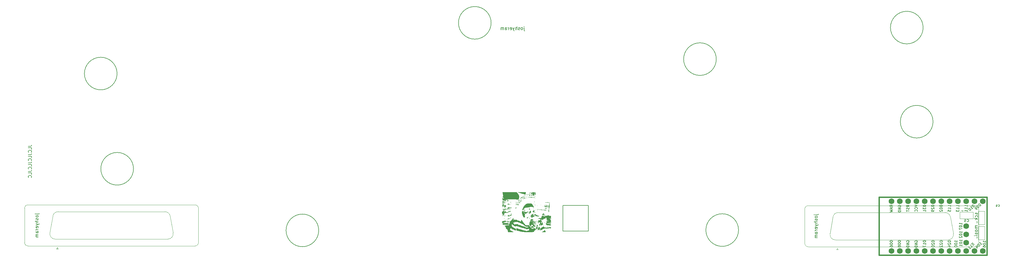
<source format=gbr>
%TF.GenerationSoftware,KiCad,Pcbnew,7.0.7*%
%TF.CreationDate,2023-09-01T02:06:52-04:00*%
%TF.ProjectId,rowStaggeredSplit,726f7753-7461-4676-9765-72656453706c,rev?*%
%TF.SameCoordinates,Original*%
%TF.FileFunction,Legend,Bot*%
%TF.FilePolarity,Positive*%
%FSLAX46Y46*%
G04 Gerber Fmt 4.6, Leading zero omitted, Abs format (unit mm)*
G04 Created by KiCad (PCBNEW 7.0.7) date 2023-09-01 02:06:52*
%MOMM*%
%LPD*%
G01*
G04 APERTURE LIST*
%ADD10C,0.150000*%
%ADD11C,0.381000*%
%ADD12C,0.120000*%
%ADD13C,1.752600*%
G04 APERTURE END LIST*
D10*
X135500000Y-255500000D02*
G75*
G03*
X135500000Y-255500000I-5000000J0D01*
G01*
X323530000Y-222160000D02*
G75*
G03*
X323530000Y-222160000I-5000000J0D01*
G01*
X257190000Y-202970000D02*
G75*
G03*
X257190000Y-202970000I-5000000J0D01*
G01*
X78800000Y-236600000D02*
G75*
G03*
X78800000Y-236600000I-5000000J0D01*
G01*
X210200000Y-247800000D02*
X218000000Y-247800000D01*
X218000000Y-255700000D01*
X210200000Y-255700000D01*
X210200000Y-247800000D01*
X320500000Y-193300000D02*
G75*
G03*
X320500000Y-193300000I-5000000J0D01*
G01*
X73780000Y-207400000D02*
G75*
G03*
X73780000Y-207400000I-5000000J0D01*
G01*
X188270000Y-191850000D02*
G75*
G03*
X188270000Y-191850000I-5000000J0D01*
G01*
X264000000Y-255400000D02*
G75*
G03*
X264000000Y-255400000I-5000000J0D01*
G01*
X46603569Y-229695951D02*
X47317854Y-229695951D01*
X47317854Y-229695951D02*
X47460711Y-229648332D01*
X47460711Y-229648332D02*
X47555950Y-229553094D01*
X47555950Y-229553094D02*
X47603569Y-229410237D01*
X47603569Y-229410237D02*
X47603569Y-229314999D01*
X47603569Y-230648332D02*
X47603569Y-230172142D01*
X47603569Y-230172142D02*
X46603569Y-230172142D01*
X47508330Y-231553094D02*
X47555950Y-231505475D01*
X47555950Y-231505475D02*
X47603569Y-231362618D01*
X47603569Y-231362618D02*
X47603569Y-231267380D01*
X47603569Y-231267380D02*
X47555950Y-231124523D01*
X47555950Y-231124523D02*
X47460711Y-231029285D01*
X47460711Y-231029285D02*
X47365473Y-230981666D01*
X47365473Y-230981666D02*
X47174997Y-230934047D01*
X47174997Y-230934047D02*
X47032140Y-230934047D01*
X47032140Y-230934047D02*
X46841664Y-230981666D01*
X46841664Y-230981666D02*
X46746426Y-231029285D01*
X46746426Y-231029285D02*
X46651188Y-231124523D01*
X46651188Y-231124523D02*
X46603569Y-231267380D01*
X46603569Y-231267380D02*
X46603569Y-231362618D01*
X46603569Y-231362618D02*
X46651188Y-231505475D01*
X46651188Y-231505475D02*
X46698807Y-231553094D01*
X46603569Y-232267380D02*
X47317854Y-232267380D01*
X47317854Y-232267380D02*
X47460711Y-232219761D01*
X47460711Y-232219761D02*
X47555950Y-232124523D01*
X47555950Y-232124523D02*
X47603569Y-231981666D01*
X47603569Y-231981666D02*
X47603569Y-231886428D01*
X47603569Y-233219761D02*
X47603569Y-232743571D01*
X47603569Y-232743571D02*
X46603569Y-232743571D01*
X47508330Y-234124523D02*
X47555950Y-234076904D01*
X47555950Y-234076904D02*
X47603569Y-233934047D01*
X47603569Y-233934047D02*
X47603569Y-233838809D01*
X47603569Y-233838809D02*
X47555950Y-233695952D01*
X47555950Y-233695952D02*
X47460711Y-233600714D01*
X47460711Y-233600714D02*
X47365473Y-233553095D01*
X47365473Y-233553095D02*
X47174997Y-233505476D01*
X47174997Y-233505476D02*
X47032140Y-233505476D01*
X47032140Y-233505476D02*
X46841664Y-233553095D01*
X46841664Y-233553095D02*
X46746426Y-233600714D01*
X46746426Y-233600714D02*
X46651188Y-233695952D01*
X46651188Y-233695952D02*
X46603569Y-233838809D01*
X46603569Y-233838809D02*
X46603569Y-233934047D01*
X46603569Y-233934047D02*
X46651188Y-234076904D01*
X46651188Y-234076904D02*
X46698807Y-234124523D01*
X46603569Y-234838809D02*
X47317854Y-234838809D01*
X47317854Y-234838809D02*
X47460711Y-234791190D01*
X47460711Y-234791190D02*
X47555950Y-234695952D01*
X47555950Y-234695952D02*
X47603569Y-234553095D01*
X47603569Y-234553095D02*
X47603569Y-234457857D01*
X47603569Y-235791190D02*
X47603569Y-235315000D01*
X47603569Y-235315000D02*
X46603569Y-235315000D01*
X47508330Y-236695952D02*
X47555950Y-236648333D01*
X47555950Y-236648333D02*
X47603569Y-236505476D01*
X47603569Y-236505476D02*
X47603569Y-236410238D01*
X47603569Y-236410238D02*
X47555950Y-236267381D01*
X47555950Y-236267381D02*
X47460711Y-236172143D01*
X47460711Y-236172143D02*
X47365473Y-236124524D01*
X47365473Y-236124524D02*
X47174997Y-236076905D01*
X47174997Y-236076905D02*
X47032140Y-236076905D01*
X47032140Y-236076905D02*
X46841664Y-236124524D01*
X46841664Y-236124524D02*
X46746426Y-236172143D01*
X46746426Y-236172143D02*
X46651188Y-236267381D01*
X46651188Y-236267381D02*
X46603569Y-236410238D01*
X46603569Y-236410238D02*
X46603569Y-236505476D01*
X46603569Y-236505476D02*
X46651188Y-236648333D01*
X46651188Y-236648333D02*
X46698807Y-236695952D01*
X46603569Y-237410238D02*
X47317854Y-237410238D01*
X47317854Y-237410238D02*
X47460711Y-237362619D01*
X47460711Y-237362619D02*
X47555950Y-237267381D01*
X47555950Y-237267381D02*
X47603569Y-237124524D01*
X47603569Y-237124524D02*
X47603569Y-237029286D01*
X47603569Y-238362619D02*
X47603569Y-237886429D01*
X47603569Y-237886429D02*
X46603569Y-237886429D01*
X47508330Y-239267381D02*
X47555950Y-239219762D01*
X47555950Y-239219762D02*
X47603569Y-239076905D01*
X47603569Y-239076905D02*
X47603569Y-238981667D01*
X47603569Y-238981667D02*
X47555950Y-238838810D01*
X47555950Y-238838810D02*
X47460711Y-238743572D01*
X47460711Y-238743572D02*
X47365473Y-238695953D01*
X47365473Y-238695953D02*
X47174997Y-238648334D01*
X47174997Y-238648334D02*
X47032140Y-238648334D01*
X47032140Y-238648334D02*
X46841664Y-238695953D01*
X46841664Y-238695953D02*
X46746426Y-238743572D01*
X46746426Y-238743572D02*
X46651188Y-238838810D01*
X46651188Y-238838810D02*
X46603569Y-238981667D01*
X46603569Y-238981667D02*
X46603569Y-239076905D01*
X46603569Y-239076905D02*
X46651188Y-239219762D01*
X46651188Y-239219762D02*
X46698807Y-239267381D01*
X332422295Y-258776666D02*
X332422295Y-258319523D01*
X332422295Y-258548095D02*
X331622295Y-258548095D01*
X331622295Y-258548095D02*
X331736580Y-258471904D01*
X331736580Y-258471904D02*
X331812771Y-258395714D01*
X331812771Y-258395714D02*
X331850866Y-258319523D01*
X331622295Y-259271905D02*
X331622295Y-259348095D01*
X331622295Y-259348095D02*
X331660390Y-259424286D01*
X331660390Y-259424286D02*
X331698485Y-259462381D01*
X331698485Y-259462381D02*
X331774676Y-259500476D01*
X331774676Y-259500476D02*
X331927057Y-259538571D01*
X331927057Y-259538571D02*
X332117533Y-259538571D01*
X332117533Y-259538571D02*
X332269914Y-259500476D01*
X332269914Y-259500476D02*
X332346104Y-259462381D01*
X332346104Y-259462381D02*
X332384200Y-259424286D01*
X332384200Y-259424286D02*
X332422295Y-259348095D01*
X332422295Y-259348095D02*
X332422295Y-259271905D01*
X332422295Y-259271905D02*
X332384200Y-259195714D01*
X332384200Y-259195714D02*
X332346104Y-259157619D01*
X332346104Y-259157619D02*
X332269914Y-259119524D01*
X332269914Y-259119524D02*
X332117533Y-259081428D01*
X332117533Y-259081428D02*
X331927057Y-259081428D01*
X331927057Y-259081428D02*
X331774676Y-259119524D01*
X331774676Y-259119524D02*
X331698485Y-259157619D01*
X331698485Y-259157619D02*
X331660390Y-259195714D01*
X331660390Y-259195714D02*
X331622295Y-259271905D01*
X332422295Y-260300476D02*
X332422295Y-259843333D01*
X332422295Y-260071905D02*
X331622295Y-260071905D01*
X331622295Y-260071905D02*
X331736580Y-259995714D01*
X331736580Y-259995714D02*
X331812771Y-259919524D01*
X331812771Y-259919524D02*
X331850866Y-259843333D01*
X337556181Y-247334810D02*
X337502306Y-247388685D01*
X337502306Y-247388685D02*
X337475369Y-247469497D01*
X337475369Y-247469497D02*
X337475369Y-247523372D01*
X337475369Y-247523372D02*
X337502306Y-247604184D01*
X337502306Y-247604184D02*
X337583118Y-247738871D01*
X337583118Y-247738871D02*
X337717805Y-247873558D01*
X337717805Y-247873558D02*
X337852492Y-247954370D01*
X337852492Y-247954370D02*
X337933304Y-247981308D01*
X337933304Y-247981308D02*
X337987179Y-247981308D01*
X337987179Y-247981308D02*
X338067991Y-247954370D01*
X338067991Y-247954370D02*
X338121866Y-247900496D01*
X338121866Y-247900496D02*
X338148804Y-247819683D01*
X338148804Y-247819683D02*
X338148804Y-247765809D01*
X338148804Y-247765809D02*
X338121866Y-247684996D01*
X338121866Y-247684996D02*
X338041054Y-247550309D01*
X338041054Y-247550309D02*
X337906367Y-247415622D01*
X337906367Y-247415622D02*
X337771680Y-247334810D01*
X337771680Y-247334810D02*
X337690868Y-247307873D01*
X337690868Y-247307873D02*
X337636993Y-247307873D01*
X337636993Y-247307873D02*
X337556181Y-247334810D01*
X337017433Y-247873558D02*
X336963558Y-247927433D01*
X336963558Y-247927433D02*
X336936620Y-248008245D01*
X336936620Y-248008245D02*
X336936620Y-248062120D01*
X336936620Y-248062120D02*
X336963558Y-248142932D01*
X336963558Y-248142932D02*
X337044370Y-248277619D01*
X337044370Y-248277619D02*
X337179057Y-248412306D01*
X337179057Y-248412306D02*
X337313744Y-248493119D01*
X337313744Y-248493119D02*
X337394556Y-248520056D01*
X337394556Y-248520056D02*
X337448431Y-248520056D01*
X337448431Y-248520056D02*
X337529243Y-248493119D01*
X337529243Y-248493119D02*
X337583118Y-248439244D01*
X337583118Y-248439244D02*
X337610055Y-248358432D01*
X337610055Y-248358432D02*
X337610055Y-248304557D01*
X337610055Y-248304557D02*
X337583118Y-248223745D01*
X337583118Y-248223745D02*
X337502306Y-248089058D01*
X337502306Y-248089058D02*
X337367619Y-247954371D01*
X337367619Y-247954371D02*
X337232932Y-247873558D01*
X337232932Y-247873558D02*
X337152120Y-247846621D01*
X337152120Y-247846621D02*
X337098245Y-247846621D01*
X337098245Y-247846621D02*
X337017433Y-247873558D01*
X337125182Y-248897180D02*
X337017432Y-249004929D01*
X337017432Y-249004929D02*
X336936620Y-249031867D01*
X336936620Y-249031867D02*
X336882745Y-249031867D01*
X336882745Y-249031867D02*
X336748058Y-249004929D01*
X336748058Y-249004929D02*
X336613371Y-248924117D01*
X336613371Y-248924117D02*
X336397872Y-248708618D01*
X336397872Y-248708618D02*
X336370935Y-248627806D01*
X336370935Y-248627806D02*
X336370935Y-248573931D01*
X336370935Y-248573931D02*
X336397872Y-248493119D01*
X336397872Y-248493119D02*
X336505622Y-248385369D01*
X336505622Y-248385369D02*
X336586434Y-248358432D01*
X336586434Y-248358432D02*
X336640309Y-248358432D01*
X336640309Y-248358432D02*
X336721121Y-248385369D01*
X336721121Y-248385369D02*
X336855808Y-248520056D01*
X336855808Y-248520056D02*
X336882745Y-248600868D01*
X336882745Y-248600868D02*
X336882745Y-248654743D01*
X336882745Y-248654743D02*
X336855808Y-248735555D01*
X336855808Y-248735555D02*
X336748058Y-248843305D01*
X336748058Y-248843305D02*
X336667246Y-248870242D01*
X336667246Y-248870242D02*
X336613371Y-248870242D01*
X336613371Y-248870242D02*
X336532559Y-248843305D01*
X198347618Y-193288152D02*
X198347618Y-194145295D01*
X198347618Y-194145295D02*
X198395237Y-194240533D01*
X198395237Y-194240533D02*
X198490475Y-194288152D01*
X198490475Y-194288152D02*
X198538094Y-194288152D01*
X198347618Y-192954819D02*
X198395237Y-193002438D01*
X198395237Y-193002438D02*
X198347618Y-193050057D01*
X198347618Y-193050057D02*
X198299999Y-193002438D01*
X198299999Y-193002438D02*
X198347618Y-192954819D01*
X198347618Y-192954819D02*
X198347618Y-193050057D01*
X197728571Y-193954819D02*
X197823809Y-193907200D01*
X197823809Y-193907200D02*
X197871428Y-193859580D01*
X197871428Y-193859580D02*
X197919047Y-193764342D01*
X197919047Y-193764342D02*
X197919047Y-193478628D01*
X197919047Y-193478628D02*
X197871428Y-193383390D01*
X197871428Y-193383390D02*
X197823809Y-193335771D01*
X197823809Y-193335771D02*
X197728571Y-193288152D01*
X197728571Y-193288152D02*
X197585714Y-193288152D01*
X197585714Y-193288152D02*
X197490476Y-193335771D01*
X197490476Y-193335771D02*
X197442857Y-193383390D01*
X197442857Y-193383390D02*
X197395238Y-193478628D01*
X197395238Y-193478628D02*
X197395238Y-193764342D01*
X197395238Y-193764342D02*
X197442857Y-193859580D01*
X197442857Y-193859580D02*
X197490476Y-193907200D01*
X197490476Y-193907200D02*
X197585714Y-193954819D01*
X197585714Y-193954819D02*
X197728571Y-193954819D01*
X197014285Y-193907200D02*
X196919047Y-193954819D01*
X196919047Y-193954819D02*
X196728571Y-193954819D01*
X196728571Y-193954819D02*
X196633333Y-193907200D01*
X196633333Y-193907200D02*
X196585714Y-193811961D01*
X196585714Y-193811961D02*
X196585714Y-193764342D01*
X196585714Y-193764342D02*
X196633333Y-193669104D01*
X196633333Y-193669104D02*
X196728571Y-193621485D01*
X196728571Y-193621485D02*
X196871428Y-193621485D01*
X196871428Y-193621485D02*
X196966666Y-193573866D01*
X196966666Y-193573866D02*
X197014285Y-193478628D01*
X197014285Y-193478628D02*
X197014285Y-193431009D01*
X197014285Y-193431009D02*
X196966666Y-193335771D01*
X196966666Y-193335771D02*
X196871428Y-193288152D01*
X196871428Y-193288152D02*
X196728571Y-193288152D01*
X196728571Y-193288152D02*
X196633333Y-193335771D01*
X196157142Y-193954819D02*
X196157142Y-192954819D01*
X195728571Y-193954819D02*
X195728571Y-193431009D01*
X195728571Y-193431009D02*
X195776190Y-193335771D01*
X195776190Y-193335771D02*
X195871428Y-193288152D01*
X195871428Y-193288152D02*
X196014285Y-193288152D01*
X196014285Y-193288152D02*
X196109523Y-193335771D01*
X196109523Y-193335771D02*
X196157142Y-193383390D01*
X195347618Y-193288152D02*
X195109523Y-193954819D01*
X194871428Y-193288152D02*
X195109523Y-193954819D01*
X195109523Y-193954819D02*
X195204761Y-194192914D01*
X195204761Y-194192914D02*
X195252380Y-194240533D01*
X195252380Y-194240533D02*
X195347618Y-194288152D01*
X194109523Y-193907200D02*
X194204761Y-193954819D01*
X194204761Y-193954819D02*
X194395237Y-193954819D01*
X194395237Y-193954819D02*
X194490475Y-193907200D01*
X194490475Y-193907200D02*
X194538094Y-193811961D01*
X194538094Y-193811961D02*
X194538094Y-193431009D01*
X194538094Y-193431009D02*
X194490475Y-193335771D01*
X194490475Y-193335771D02*
X194395237Y-193288152D01*
X194395237Y-193288152D02*
X194204761Y-193288152D01*
X194204761Y-193288152D02*
X194109523Y-193335771D01*
X194109523Y-193335771D02*
X194061904Y-193431009D01*
X194061904Y-193431009D02*
X194061904Y-193526247D01*
X194061904Y-193526247D02*
X194538094Y-193621485D01*
X193633332Y-193954819D02*
X193633332Y-193288152D01*
X193633332Y-193478628D02*
X193585713Y-193383390D01*
X193585713Y-193383390D02*
X193538094Y-193335771D01*
X193538094Y-193335771D02*
X193442856Y-193288152D01*
X193442856Y-193288152D02*
X193347618Y-193288152D01*
X192585713Y-193954819D02*
X192585713Y-193431009D01*
X192585713Y-193431009D02*
X192633332Y-193335771D01*
X192633332Y-193335771D02*
X192728570Y-193288152D01*
X192728570Y-193288152D02*
X192919046Y-193288152D01*
X192919046Y-193288152D02*
X193014284Y-193335771D01*
X192585713Y-193907200D02*
X192680951Y-193954819D01*
X192680951Y-193954819D02*
X192919046Y-193954819D01*
X192919046Y-193954819D02*
X193014284Y-193907200D01*
X193014284Y-193907200D02*
X193061903Y-193811961D01*
X193061903Y-193811961D02*
X193061903Y-193716723D01*
X193061903Y-193716723D02*
X193014284Y-193621485D01*
X193014284Y-193621485D02*
X192919046Y-193573866D01*
X192919046Y-193573866D02*
X192680951Y-193573866D01*
X192680951Y-193573866D02*
X192585713Y-193526247D01*
X192109522Y-193954819D02*
X192109522Y-193288152D01*
X192109522Y-193383390D02*
X192061903Y-193335771D01*
X192061903Y-193335771D02*
X191966665Y-193288152D01*
X191966665Y-193288152D02*
X191823808Y-193288152D01*
X191823808Y-193288152D02*
X191728570Y-193335771D01*
X191728570Y-193335771D02*
X191680951Y-193431009D01*
X191680951Y-193431009D02*
X191680951Y-193954819D01*
X191680951Y-193431009D02*
X191633332Y-193335771D01*
X191633332Y-193335771D02*
X191538094Y-193288152D01*
X191538094Y-193288152D02*
X191395237Y-193288152D01*
X191395237Y-193288152D02*
X191299998Y-193335771D01*
X191299998Y-193335771D02*
X191252379Y-193431009D01*
X191252379Y-193431009D02*
X191252379Y-193954819D01*
X332372295Y-253676666D02*
X332372295Y-253219523D01*
X332372295Y-253448095D02*
X331572295Y-253448095D01*
X331572295Y-253448095D02*
X331686580Y-253371904D01*
X331686580Y-253371904D02*
X331762771Y-253295714D01*
X331762771Y-253295714D02*
X331800866Y-253219523D01*
X331572295Y-254171905D02*
X331572295Y-254248095D01*
X331572295Y-254248095D02*
X331610390Y-254324286D01*
X331610390Y-254324286D02*
X331648485Y-254362381D01*
X331648485Y-254362381D02*
X331724676Y-254400476D01*
X331724676Y-254400476D02*
X331877057Y-254438571D01*
X331877057Y-254438571D02*
X332067533Y-254438571D01*
X332067533Y-254438571D02*
X332219914Y-254400476D01*
X332219914Y-254400476D02*
X332296104Y-254362381D01*
X332296104Y-254362381D02*
X332334200Y-254324286D01*
X332334200Y-254324286D02*
X332372295Y-254248095D01*
X332372295Y-254248095D02*
X332372295Y-254171905D01*
X332372295Y-254171905D02*
X332334200Y-254095714D01*
X332334200Y-254095714D02*
X332296104Y-254057619D01*
X332296104Y-254057619D02*
X332219914Y-254019524D01*
X332219914Y-254019524D02*
X332067533Y-253981428D01*
X332067533Y-253981428D02*
X331877057Y-253981428D01*
X331877057Y-253981428D02*
X331724676Y-254019524D01*
X331724676Y-254019524D02*
X331648485Y-254057619D01*
X331648485Y-254057619D02*
X331610390Y-254095714D01*
X331610390Y-254095714D02*
X331572295Y-254171905D01*
X331572295Y-254705238D02*
X331572295Y-255238572D01*
X331572295Y-255238572D02*
X332372295Y-254895714D01*
X343483332Y-248124200D02*
X343559523Y-248162295D01*
X343559523Y-248162295D02*
X343711904Y-248162295D01*
X343711904Y-248162295D02*
X343788094Y-248124200D01*
X343788094Y-248124200D02*
X343826189Y-248086104D01*
X343826189Y-248086104D02*
X343864285Y-248009914D01*
X343864285Y-248009914D02*
X343864285Y-247781342D01*
X343864285Y-247781342D02*
X343826189Y-247705152D01*
X343826189Y-247705152D02*
X343788094Y-247667057D01*
X343788094Y-247667057D02*
X343711904Y-247628961D01*
X343711904Y-247628961D02*
X343559523Y-247628961D01*
X343559523Y-247628961D02*
X343483332Y-247667057D01*
X343178571Y-248124200D02*
X343102380Y-248162295D01*
X343102380Y-248162295D02*
X342949999Y-248162295D01*
X342949999Y-248162295D02*
X342873809Y-248124200D01*
X342873809Y-248124200D02*
X342835713Y-248048009D01*
X342835713Y-248048009D02*
X342835713Y-248009914D01*
X342835713Y-248009914D02*
X342873809Y-247933723D01*
X342873809Y-247933723D02*
X342949999Y-247895628D01*
X342949999Y-247895628D02*
X343064285Y-247895628D01*
X343064285Y-247895628D02*
X343140475Y-247857533D01*
X343140475Y-247857533D02*
X343178571Y-247781342D01*
X343178571Y-247781342D02*
X343178571Y-247743247D01*
X343178571Y-247743247D02*
X343140475Y-247667057D01*
X343140475Y-247667057D02*
X343064285Y-247628961D01*
X343064285Y-247628961D02*
X342949999Y-247628961D01*
X342949999Y-247628961D02*
X342873809Y-247667057D01*
X48988152Y-250452381D02*
X49845295Y-250452381D01*
X49845295Y-250452381D02*
X49940533Y-250404762D01*
X49940533Y-250404762D02*
X49988152Y-250309524D01*
X49988152Y-250309524D02*
X49988152Y-250261905D01*
X48654819Y-250452381D02*
X48702438Y-250404762D01*
X48702438Y-250404762D02*
X48750057Y-250452381D01*
X48750057Y-250452381D02*
X48702438Y-250500000D01*
X48702438Y-250500000D02*
X48654819Y-250452381D01*
X48654819Y-250452381D02*
X48750057Y-250452381D01*
X49654819Y-251071428D02*
X49607200Y-250976190D01*
X49607200Y-250976190D02*
X49559580Y-250928571D01*
X49559580Y-250928571D02*
X49464342Y-250880952D01*
X49464342Y-250880952D02*
X49178628Y-250880952D01*
X49178628Y-250880952D02*
X49083390Y-250928571D01*
X49083390Y-250928571D02*
X49035771Y-250976190D01*
X49035771Y-250976190D02*
X48988152Y-251071428D01*
X48988152Y-251071428D02*
X48988152Y-251214285D01*
X48988152Y-251214285D02*
X49035771Y-251309523D01*
X49035771Y-251309523D02*
X49083390Y-251357142D01*
X49083390Y-251357142D02*
X49178628Y-251404761D01*
X49178628Y-251404761D02*
X49464342Y-251404761D01*
X49464342Y-251404761D02*
X49559580Y-251357142D01*
X49559580Y-251357142D02*
X49607200Y-251309523D01*
X49607200Y-251309523D02*
X49654819Y-251214285D01*
X49654819Y-251214285D02*
X49654819Y-251071428D01*
X49607200Y-251785714D02*
X49654819Y-251880952D01*
X49654819Y-251880952D02*
X49654819Y-252071428D01*
X49654819Y-252071428D02*
X49607200Y-252166666D01*
X49607200Y-252166666D02*
X49511961Y-252214285D01*
X49511961Y-252214285D02*
X49464342Y-252214285D01*
X49464342Y-252214285D02*
X49369104Y-252166666D01*
X49369104Y-252166666D02*
X49321485Y-252071428D01*
X49321485Y-252071428D02*
X49321485Y-251928571D01*
X49321485Y-251928571D02*
X49273866Y-251833333D01*
X49273866Y-251833333D02*
X49178628Y-251785714D01*
X49178628Y-251785714D02*
X49131009Y-251785714D01*
X49131009Y-251785714D02*
X49035771Y-251833333D01*
X49035771Y-251833333D02*
X48988152Y-251928571D01*
X48988152Y-251928571D02*
X48988152Y-252071428D01*
X48988152Y-252071428D02*
X49035771Y-252166666D01*
X49654819Y-252642857D02*
X48654819Y-252642857D01*
X49654819Y-253071428D02*
X49131009Y-253071428D01*
X49131009Y-253071428D02*
X49035771Y-253023809D01*
X49035771Y-253023809D02*
X48988152Y-252928571D01*
X48988152Y-252928571D02*
X48988152Y-252785714D01*
X48988152Y-252785714D02*
X49035771Y-252690476D01*
X49035771Y-252690476D02*
X49083390Y-252642857D01*
X48988152Y-253452381D02*
X49654819Y-253690476D01*
X48988152Y-253928571D02*
X49654819Y-253690476D01*
X49654819Y-253690476D02*
X49892914Y-253595238D01*
X49892914Y-253595238D02*
X49940533Y-253547619D01*
X49940533Y-253547619D02*
X49988152Y-253452381D01*
X49607200Y-254690476D02*
X49654819Y-254595238D01*
X49654819Y-254595238D02*
X49654819Y-254404762D01*
X49654819Y-254404762D02*
X49607200Y-254309524D01*
X49607200Y-254309524D02*
X49511961Y-254261905D01*
X49511961Y-254261905D02*
X49131009Y-254261905D01*
X49131009Y-254261905D02*
X49035771Y-254309524D01*
X49035771Y-254309524D02*
X48988152Y-254404762D01*
X48988152Y-254404762D02*
X48988152Y-254595238D01*
X48988152Y-254595238D02*
X49035771Y-254690476D01*
X49035771Y-254690476D02*
X49131009Y-254738095D01*
X49131009Y-254738095D02*
X49226247Y-254738095D01*
X49226247Y-254738095D02*
X49321485Y-254261905D01*
X49654819Y-255166667D02*
X48988152Y-255166667D01*
X49178628Y-255166667D02*
X49083390Y-255214286D01*
X49083390Y-255214286D02*
X49035771Y-255261905D01*
X49035771Y-255261905D02*
X48988152Y-255357143D01*
X48988152Y-255357143D02*
X48988152Y-255452381D01*
X49654819Y-256214286D02*
X49131009Y-256214286D01*
X49131009Y-256214286D02*
X49035771Y-256166667D01*
X49035771Y-256166667D02*
X48988152Y-256071429D01*
X48988152Y-256071429D02*
X48988152Y-255880953D01*
X48988152Y-255880953D02*
X49035771Y-255785715D01*
X49607200Y-256214286D02*
X49654819Y-256119048D01*
X49654819Y-256119048D02*
X49654819Y-255880953D01*
X49654819Y-255880953D02*
X49607200Y-255785715D01*
X49607200Y-255785715D02*
X49511961Y-255738096D01*
X49511961Y-255738096D02*
X49416723Y-255738096D01*
X49416723Y-255738096D02*
X49321485Y-255785715D01*
X49321485Y-255785715D02*
X49273866Y-255880953D01*
X49273866Y-255880953D02*
X49273866Y-256119048D01*
X49273866Y-256119048D02*
X49226247Y-256214286D01*
X49654819Y-256690477D02*
X48988152Y-256690477D01*
X49083390Y-256690477D02*
X49035771Y-256738096D01*
X49035771Y-256738096D02*
X48988152Y-256833334D01*
X48988152Y-256833334D02*
X48988152Y-256976191D01*
X48988152Y-256976191D02*
X49035771Y-257071429D01*
X49035771Y-257071429D02*
X49131009Y-257119048D01*
X49131009Y-257119048D02*
X49654819Y-257119048D01*
X49131009Y-257119048D02*
X49035771Y-257166667D01*
X49035771Y-257166667D02*
X48988152Y-257261905D01*
X48988152Y-257261905D02*
X48988152Y-257404762D01*
X48988152Y-257404762D02*
X49035771Y-257500001D01*
X49035771Y-257500001D02*
X49131009Y-257547620D01*
X49131009Y-257547620D02*
X49654819Y-257547620D01*
X339617295Y-259166666D02*
X339617295Y-258709523D01*
X339617295Y-258938095D02*
X338817295Y-258938095D01*
X338817295Y-258938095D02*
X338931580Y-258861904D01*
X338931580Y-258861904D02*
X339007771Y-258785714D01*
X339007771Y-258785714D02*
X339045866Y-258709523D01*
X338817295Y-259661905D02*
X338817295Y-259738095D01*
X338817295Y-259738095D02*
X338855390Y-259814286D01*
X338855390Y-259814286D02*
X338893485Y-259852381D01*
X338893485Y-259852381D02*
X338969676Y-259890476D01*
X338969676Y-259890476D02*
X339122057Y-259928571D01*
X339122057Y-259928571D02*
X339312533Y-259928571D01*
X339312533Y-259928571D02*
X339464914Y-259890476D01*
X339464914Y-259890476D02*
X339541104Y-259852381D01*
X339541104Y-259852381D02*
X339579200Y-259814286D01*
X339579200Y-259814286D02*
X339617295Y-259738095D01*
X339617295Y-259738095D02*
X339617295Y-259661905D01*
X339617295Y-259661905D02*
X339579200Y-259585714D01*
X339579200Y-259585714D02*
X339541104Y-259547619D01*
X339541104Y-259547619D02*
X339464914Y-259509524D01*
X339464914Y-259509524D02*
X339312533Y-259471428D01*
X339312533Y-259471428D02*
X339122057Y-259471428D01*
X339122057Y-259471428D02*
X338969676Y-259509524D01*
X338969676Y-259509524D02*
X338893485Y-259547619D01*
X338893485Y-259547619D02*
X338855390Y-259585714D01*
X338855390Y-259585714D02*
X338817295Y-259661905D01*
X338817295Y-260614286D02*
X338817295Y-260461905D01*
X338817295Y-260461905D02*
X338855390Y-260385714D01*
X338855390Y-260385714D02*
X338893485Y-260347619D01*
X338893485Y-260347619D02*
X339007771Y-260271429D01*
X339007771Y-260271429D02*
X339160152Y-260233333D01*
X339160152Y-260233333D02*
X339464914Y-260233333D01*
X339464914Y-260233333D02*
X339541104Y-260271429D01*
X339541104Y-260271429D02*
X339579200Y-260309524D01*
X339579200Y-260309524D02*
X339617295Y-260385714D01*
X339617295Y-260385714D02*
X339617295Y-260538095D01*
X339617295Y-260538095D02*
X339579200Y-260614286D01*
X339579200Y-260614286D02*
X339541104Y-260652381D01*
X339541104Y-260652381D02*
X339464914Y-260690476D01*
X339464914Y-260690476D02*
X339274438Y-260690476D01*
X339274438Y-260690476D02*
X339198247Y-260652381D01*
X339198247Y-260652381D02*
X339160152Y-260614286D01*
X339160152Y-260614286D02*
X339122057Y-260538095D01*
X339122057Y-260538095D02*
X339122057Y-260385714D01*
X339122057Y-260385714D02*
X339160152Y-260309524D01*
X339160152Y-260309524D02*
X339198247Y-260271429D01*
X339198247Y-260271429D02*
X339274438Y-260233333D01*
X287438152Y-250682381D02*
X288295295Y-250682381D01*
X288295295Y-250682381D02*
X288390533Y-250634762D01*
X288390533Y-250634762D02*
X288438152Y-250539524D01*
X288438152Y-250539524D02*
X288438152Y-250491905D01*
X287104819Y-250682381D02*
X287152438Y-250634762D01*
X287152438Y-250634762D02*
X287200057Y-250682381D01*
X287200057Y-250682381D02*
X287152438Y-250730000D01*
X287152438Y-250730000D02*
X287104819Y-250682381D01*
X287104819Y-250682381D02*
X287200057Y-250682381D01*
X288104819Y-251301428D02*
X288057200Y-251206190D01*
X288057200Y-251206190D02*
X288009580Y-251158571D01*
X288009580Y-251158571D02*
X287914342Y-251110952D01*
X287914342Y-251110952D02*
X287628628Y-251110952D01*
X287628628Y-251110952D02*
X287533390Y-251158571D01*
X287533390Y-251158571D02*
X287485771Y-251206190D01*
X287485771Y-251206190D02*
X287438152Y-251301428D01*
X287438152Y-251301428D02*
X287438152Y-251444285D01*
X287438152Y-251444285D02*
X287485771Y-251539523D01*
X287485771Y-251539523D02*
X287533390Y-251587142D01*
X287533390Y-251587142D02*
X287628628Y-251634761D01*
X287628628Y-251634761D02*
X287914342Y-251634761D01*
X287914342Y-251634761D02*
X288009580Y-251587142D01*
X288009580Y-251587142D02*
X288057200Y-251539523D01*
X288057200Y-251539523D02*
X288104819Y-251444285D01*
X288104819Y-251444285D02*
X288104819Y-251301428D01*
X288057200Y-252015714D02*
X288104819Y-252110952D01*
X288104819Y-252110952D02*
X288104819Y-252301428D01*
X288104819Y-252301428D02*
X288057200Y-252396666D01*
X288057200Y-252396666D02*
X287961961Y-252444285D01*
X287961961Y-252444285D02*
X287914342Y-252444285D01*
X287914342Y-252444285D02*
X287819104Y-252396666D01*
X287819104Y-252396666D02*
X287771485Y-252301428D01*
X287771485Y-252301428D02*
X287771485Y-252158571D01*
X287771485Y-252158571D02*
X287723866Y-252063333D01*
X287723866Y-252063333D02*
X287628628Y-252015714D01*
X287628628Y-252015714D02*
X287581009Y-252015714D01*
X287581009Y-252015714D02*
X287485771Y-252063333D01*
X287485771Y-252063333D02*
X287438152Y-252158571D01*
X287438152Y-252158571D02*
X287438152Y-252301428D01*
X287438152Y-252301428D02*
X287485771Y-252396666D01*
X288104819Y-252872857D02*
X287104819Y-252872857D01*
X288104819Y-253301428D02*
X287581009Y-253301428D01*
X287581009Y-253301428D02*
X287485771Y-253253809D01*
X287485771Y-253253809D02*
X287438152Y-253158571D01*
X287438152Y-253158571D02*
X287438152Y-253015714D01*
X287438152Y-253015714D02*
X287485771Y-252920476D01*
X287485771Y-252920476D02*
X287533390Y-252872857D01*
X287438152Y-253682381D02*
X288104819Y-253920476D01*
X287438152Y-254158571D02*
X288104819Y-253920476D01*
X288104819Y-253920476D02*
X288342914Y-253825238D01*
X288342914Y-253825238D02*
X288390533Y-253777619D01*
X288390533Y-253777619D02*
X288438152Y-253682381D01*
X288057200Y-254920476D02*
X288104819Y-254825238D01*
X288104819Y-254825238D02*
X288104819Y-254634762D01*
X288104819Y-254634762D02*
X288057200Y-254539524D01*
X288057200Y-254539524D02*
X287961961Y-254491905D01*
X287961961Y-254491905D02*
X287581009Y-254491905D01*
X287581009Y-254491905D02*
X287485771Y-254539524D01*
X287485771Y-254539524D02*
X287438152Y-254634762D01*
X287438152Y-254634762D02*
X287438152Y-254825238D01*
X287438152Y-254825238D02*
X287485771Y-254920476D01*
X287485771Y-254920476D02*
X287581009Y-254968095D01*
X287581009Y-254968095D02*
X287676247Y-254968095D01*
X287676247Y-254968095D02*
X287771485Y-254491905D01*
X288104819Y-255396667D02*
X287438152Y-255396667D01*
X287628628Y-255396667D02*
X287533390Y-255444286D01*
X287533390Y-255444286D02*
X287485771Y-255491905D01*
X287485771Y-255491905D02*
X287438152Y-255587143D01*
X287438152Y-255587143D02*
X287438152Y-255682381D01*
X288104819Y-256444286D02*
X287581009Y-256444286D01*
X287581009Y-256444286D02*
X287485771Y-256396667D01*
X287485771Y-256396667D02*
X287438152Y-256301429D01*
X287438152Y-256301429D02*
X287438152Y-256110953D01*
X287438152Y-256110953D02*
X287485771Y-256015715D01*
X288057200Y-256444286D02*
X288104819Y-256349048D01*
X288104819Y-256349048D02*
X288104819Y-256110953D01*
X288104819Y-256110953D02*
X288057200Y-256015715D01*
X288057200Y-256015715D02*
X287961961Y-255968096D01*
X287961961Y-255968096D02*
X287866723Y-255968096D01*
X287866723Y-255968096D02*
X287771485Y-256015715D01*
X287771485Y-256015715D02*
X287723866Y-256110953D01*
X287723866Y-256110953D02*
X287723866Y-256349048D01*
X287723866Y-256349048D02*
X287676247Y-256444286D01*
X288104819Y-256920477D02*
X287438152Y-256920477D01*
X287533390Y-256920477D02*
X287485771Y-256968096D01*
X287485771Y-256968096D02*
X287438152Y-257063334D01*
X287438152Y-257063334D02*
X287438152Y-257206191D01*
X287438152Y-257206191D02*
X287485771Y-257301429D01*
X287485771Y-257301429D02*
X287581009Y-257349048D01*
X287581009Y-257349048D02*
X288104819Y-257349048D01*
X287581009Y-257349048D02*
X287485771Y-257396667D01*
X287485771Y-257396667D02*
X287438152Y-257491905D01*
X287438152Y-257491905D02*
X287438152Y-257634762D01*
X287438152Y-257634762D02*
X287485771Y-257730001D01*
X287485771Y-257730001D02*
X287581009Y-257777620D01*
X287581009Y-257777620D02*
X288104819Y-257777620D01*
X335476181Y-259404810D02*
X335422306Y-259458685D01*
X335422306Y-259458685D02*
X335395369Y-259539497D01*
X335395369Y-259539497D02*
X335395369Y-259593372D01*
X335395369Y-259593372D02*
X335422306Y-259674184D01*
X335422306Y-259674184D02*
X335503118Y-259808871D01*
X335503118Y-259808871D02*
X335637805Y-259943558D01*
X335637805Y-259943558D02*
X335772492Y-260024370D01*
X335772492Y-260024370D02*
X335853304Y-260051308D01*
X335853304Y-260051308D02*
X335907179Y-260051308D01*
X335907179Y-260051308D02*
X335987991Y-260024370D01*
X335987991Y-260024370D02*
X336041866Y-259970496D01*
X336041866Y-259970496D02*
X336068804Y-259889683D01*
X336068804Y-259889683D02*
X336068804Y-259835809D01*
X336068804Y-259835809D02*
X336041866Y-259754996D01*
X336041866Y-259754996D02*
X335961054Y-259620309D01*
X335961054Y-259620309D02*
X335826367Y-259485622D01*
X335826367Y-259485622D02*
X335691680Y-259404810D01*
X335691680Y-259404810D02*
X335610868Y-259377873D01*
X335610868Y-259377873D02*
X335556993Y-259377873D01*
X335556993Y-259377873D02*
X335476181Y-259404810D01*
X335314556Y-260697806D02*
X335637805Y-260374557D01*
X335476181Y-260536181D02*
X334910495Y-259970496D01*
X334910495Y-259970496D02*
X335045182Y-259997433D01*
X335045182Y-259997433D02*
X335152932Y-259997433D01*
X335152932Y-259997433D02*
X335233744Y-259970496D01*
X334775808Y-261236554D02*
X335099057Y-260913305D01*
X334937432Y-261074929D02*
X334371747Y-260509244D01*
X334371747Y-260509244D02*
X334506434Y-260536181D01*
X334506434Y-260536181D02*
X334614184Y-260536181D01*
X334614184Y-260536181D02*
X334694996Y-260509244D01*
X332392295Y-256246666D02*
X332392295Y-255789523D01*
X332392295Y-256018095D02*
X331592295Y-256018095D01*
X331592295Y-256018095D02*
X331706580Y-255941904D01*
X331706580Y-255941904D02*
X331782771Y-255865714D01*
X331782771Y-255865714D02*
X331820866Y-255789523D01*
X331592295Y-256741905D02*
X331592295Y-256818095D01*
X331592295Y-256818095D02*
X331630390Y-256894286D01*
X331630390Y-256894286D02*
X331668485Y-256932381D01*
X331668485Y-256932381D02*
X331744676Y-256970476D01*
X331744676Y-256970476D02*
X331897057Y-257008571D01*
X331897057Y-257008571D02*
X332087533Y-257008571D01*
X332087533Y-257008571D02*
X332239914Y-256970476D01*
X332239914Y-256970476D02*
X332316104Y-256932381D01*
X332316104Y-256932381D02*
X332354200Y-256894286D01*
X332354200Y-256894286D02*
X332392295Y-256818095D01*
X332392295Y-256818095D02*
X332392295Y-256741905D01*
X332392295Y-256741905D02*
X332354200Y-256665714D01*
X332354200Y-256665714D02*
X332316104Y-256627619D01*
X332316104Y-256627619D02*
X332239914Y-256589524D01*
X332239914Y-256589524D02*
X332087533Y-256551428D01*
X332087533Y-256551428D02*
X331897057Y-256551428D01*
X331897057Y-256551428D02*
X331744676Y-256589524D01*
X331744676Y-256589524D02*
X331668485Y-256627619D01*
X331668485Y-256627619D02*
X331630390Y-256665714D01*
X331630390Y-256665714D02*
X331592295Y-256741905D01*
X331668485Y-257313333D02*
X331630390Y-257351429D01*
X331630390Y-257351429D02*
X331592295Y-257427619D01*
X331592295Y-257427619D02*
X331592295Y-257618095D01*
X331592295Y-257618095D02*
X331630390Y-257694286D01*
X331630390Y-257694286D02*
X331668485Y-257732381D01*
X331668485Y-257732381D02*
X331744676Y-257770476D01*
X331744676Y-257770476D02*
X331820866Y-257770476D01*
X331820866Y-257770476D02*
X331935152Y-257732381D01*
X331935152Y-257732381D02*
X332392295Y-257275238D01*
X332392295Y-257275238D02*
X332392295Y-257770476D01*
X310342295Y-258802500D02*
X310342295Y-258878690D01*
X310342295Y-258878690D02*
X310380390Y-258954881D01*
X310380390Y-258954881D02*
X310418485Y-258992976D01*
X310418485Y-258992976D02*
X310494676Y-259031071D01*
X310494676Y-259031071D02*
X310647057Y-259069166D01*
X310647057Y-259069166D02*
X310837533Y-259069166D01*
X310837533Y-259069166D02*
X310989914Y-259031071D01*
X310989914Y-259031071D02*
X311066104Y-258992976D01*
X311066104Y-258992976D02*
X311104200Y-258954881D01*
X311104200Y-258954881D02*
X311142295Y-258878690D01*
X311142295Y-258878690D02*
X311142295Y-258802500D01*
X311142295Y-258802500D02*
X311104200Y-258726309D01*
X311104200Y-258726309D02*
X311066104Y-258688214D01*
X311066104Y-258688214D02*
X310989914Y-258650119D01*
X310989914Y-258650119D02*
X310837533Y-258612023D01*
X310837533Y-258612023D02*
X310647057Y-258612023D01*
X310647057Y-258612023D02*
X310494676Y-258650119D01*
X310494676Y-258650119D02*
X310418485Y-258688214D01*
X310418485Y-258688214D02*
X310380390Y-258726309D01*
X310380390Y-258726309D02*
X310342295Y-258802500D01*
X310342295Y-259564405D02*
X310342295Y-259640595D01*
X310342295Y-259640595D02*
X310380390Y-259716786D01*
X310380390Y-259716786D02*
X310418485Y-259754881D01*
X310418485Y-259754881D02*
X310494676Y-259792976D01*
X310494676Y-259792976D02*
X310647057Y-259831071D01*
X310647057Y-259831071D02*
X310837533Y-259831071D01*
X310837533Y-259831071D02*
X310989914Y-259792976D01*
X310989914Y-259792976D02*
X311066104Y-259754881D01*
X311066104Y-259754881D02*
X311104200Y-259716786D01*
X311104200Y-259716786D02*
X311142295Y-259640595D01*
X311142295Y-259640595D02*
X311142295Y-259564405D01*
X311142295Y-259564405D02*
X311104200Y-259488214D01*
X311104200Y-259488214D02*
X311066104Y-259450119D01*
X311066104Y-259450119D02*
X310989914Y-259412024D01*
X310989914Y-259412024D02*
X310837533Y-259373928D01*
X310837533Y-259373928D02*
X310647057Y-259373928D01*
X310647057Y-259373928D02*
X310494676Y-259412024D01*
X310494676Y-259412024D02*
X310418485Y-259450119D01*
X310418485Y-259450119D02*
X310380390Y-259488214D01*
X310380390Y-259488214D02*
X310342295Y-259564405D01*
X310342295Y-260516786D02*
X310342295Y-260364405D01*
X310342295Y-260364405D02*
X310380390Y-260288214D01*
X310380390Y-260288214D02*
X310418485Y-260250119D01*
X310418485Y-260250119D02*
X310532771Y-260173929D01*
X310532771Y-260173929D02*
X310685152Y-260135833D01*
X310685152Y-260135833D02*
X310989914Y-260135833D01*
X310989914Y-260135833D02*
X311066104Y-260173929D01*
X311066104Y-260173929D02*
X311104200Y-260212024D01*
X311104200Y-260212024D02*
X311142295Y-260288214D01*
X311142295Y-260288214D02*
X311142295Y-260440595D01*
X311142295Y-260440595D02*
X311104200Y-260516786D01*
X311104200Y-260516786D02*
X311066104Y-260554881D01*
X311066104Y-260554881D02*
X310989914Y-260592976D01*
X310989914Y-260592976D02*
X310799438Y-260592976D01*
X310799438Y-260592976D02*
X310723247Y-260554881D01*
X310723247Y-260554881D02*
X310685152Y-260516786D01*
X310685152Y-260516786D02*
X310647057Y-260440595D01*
X310647057Y-260440595D02*
X310647057Y-260288214D01*
X310647057Y-260288214D02*
X310685152Y-260212024D01*
X310685152Y-260212024D02*
X310723247Y-260173929D01*
X310723247Y-260173929D02*
X310799438Y-260135833D01*
X318000390Y-259051476D02*
X317962295Y-258975286D01*
X317962295Y-258975286D02*
X317962295Y-258861000D01*
X317962295Y-258861000D02*
X318000390Y-258746714D01*
X318000390Y-258746714D02*
X318076580Y-258670524D01*
X318076580Y-258670524D02*
X318152771Y-258632429D01*
X318152771Y-258632429D02*
X318305152Y-258594333D01*
X318305152Y-258594333D02*
X318419438Y-258594333D01*
X318419438Y-258594333D02*
X318571819Y-258632429D01*
X318571819Y-258632429D02*
X318648009Y-258670524D01*
X318648009Y-258670524D02*
X318724200Y-258746714D01*
X318724200Y-258746714D02*
X318762295Y-258861000D01*
X318762295Y-258861000D02*
X318762295Y-258937191D01*
X318762295Y-258937191D02*
X318724200Y-259051476D01*
X318724200Y-259051476D02*
X318686104Y-259089572D01*
X318686104Y-259089572D02*
X318419438Y-259089572D01*
X318419438Y-259089572D02*
X318419438Y-258937191D01*
X318762295Y-259432429D02*
X317962295Y-259432429D01*
X317962295Y-259432429D02*
X318762295Y-259889572D01*
X318762295Y-259889572D02*
X317962295Y-259889572D01*
X318762295Y-260270524D02*
X317962295Y-260270524D01*
X317962295Y-260270524D02*
X317962295Y-260461000D01*
X317962295Y-260461000D02*
X318000390Y-260575286D01*
X318000390Y-260575286D02*
X318076580Y-260651476D01*
X318076580Y-260651476D02*
X318152771Y-260689571D01*
X318152771Y-260689571D02*
X318305152Y-260727667D01*
X318305152Y-260727667D02*
X318419438Y-260727667D01*
X318419438Y-260727667D02*
X318571819Y-260689571D01*
X318571819Y-260689571D02*
X318648009Y-260651476D01*
X318648009Y-260651476D02*
X318724200Y-260575286D01*
X318724200Y-260575286D02*
X318762295Y-260461000D01*
X318762295Y-260461000D02*
X318762295Y-260270524D01*
X320502295Y-247923750D02*
X320502295Y-247999940D01*
X320502295Y-247999940D02*
X320540390Y-248076131D01*
X320540390Y-248076131D02*
X320578485Y-248114226D01*
X320578485Y-248114226D02*
X320654676Y-248152321D01*
X320654676Y-248152321D02*
X320807057Y-248190416D01*
X320807057Y-248190416D02*
X320997533Y-248190416D01*
X320997533Y-248190416D02*
X321149914Y-248152321D01*
X321149914Y-248152321D02*
X321226104Y-248114226D01*
X321226104Y-248114226D02*
X321264200Y-248076131D01*
X321264200Y-248076131D02*
X321302295Y-247999940D01*
X321302295Y-247999940D02*
X321302295Y-247923750D01*
X321302295Y-247923750D02*
X321264200Y-247847559D01*
X321264200Y-247847559D02*
X321226104Y-247809464D01*
X321226104Y-247809464D02*
X321149914Y-247771369D01*
X321149914Y-247771369D02*
X320997533Y-247733273D01*
X320997533Y-247733273D02*
X320807057Y-247733273D01*
X320807057Y-247733273D02*
X320654676Y-247771369D01*
X320654676Y-247771369D02*
X320578485Y-247809464D01*
X320578485Y-247809464D02*
X320540390Y-247847559D01*
X320540390Y-247847559D02*
X320502295Y-247923750D01*
X320502295Y-248457083D02*
X320502295Y-248952321D01*
X320502295Y-248952321D02*
X320807057Y-248685655D01*
X320807057Y-248685655D02*
X320807057Y-248799940D01*
X320807057Y-248799940D02*
X320845152Y-248876131D01*
X320845152Y-248876131D02*
X320883247Y-248914226D01*
X320883247Y-248914226D02*
X320959438Y-248952321D01*
X320959438Y-248952321D02*
X321149914Y-248952321D01*
X321149914Y-248952321D02*
X321226104Y-248914226D01*
X321226104Y-248914226D02*
X321264200Y-248876131D01*
X321264200Y-248876131D02*
X321302295Y-248799940D01*
X321302295Y-248799940D02*
X321302295Y-248571369D01*
X321302295Y-248571369D02*
X321264200Y-248495178D01*
X321264200Y-248495178D02*
X321226104Y-248457083D01*
X321302295Y-249714226D02*
X321302295Y-249257083D01*
X321302295Y-249485655D02*
X320502295Y-249485655D01*
X320502295Y-249485655D02*
X320616580Y-249409464D01*
X320616580Y-249409464D02*
X320692771Y-249333274D01*
X320692771Y-249333274D02*
X320730866Y-249257083D01*
X335576181Y-247674810D02*
X335522306Y-247728685D01*
X335522306Y-247728685D02*
X335495369Y-247809497D01*
X335495369Y-247809497D02*
X335495369Y-247863372D01*
X335495369Y-247863372D02*
X335522306Y-247944184D01*
X335522306Y-247944184D02*
X335603118Y-248078871D01*
X335603118Y-248078871D02*
X335737805Y-248213558D01*
X335737805Y-248213558D02*
X335872492Y-248294370D01*
X335872492Y-248294370D02*
X335953304Y-248321308D01*
X335953304Y-248321308D02*
X336007179Y-248321308D01*
X336007179Y-248321308D02*
X336087991Y-248294370D01*
X336087991Y-248294370D02*
X336141866Y-248240496D01*
X336141866Y-248240496D02*
X336168804Y-248159683D01*
X336168804Y-248159683D02*
X336168804Y-248105809D01*
X336168804Y-248105809D02*
X336141866Y-248024996D01*
X336141866Y-248024996D02*
X336061054Y-247890309D01*
X336061054Y-247890309D02*
X335926367Y-247755622D01*
X335926367Y-247755622D02*
X335791680Y-247674810D01*
X335791680Y-247674810D02*
X335710868Y-247647873D01*
X335710868Y-247647873D02*
X335656993Y-247647873D01*
X335656993Y-247647873D02*
X335576181Y-247674810D01*
X335414556Y-248967806D02*
X335737805Y-248644557D01*
X335576181Y-248806181D02*
X335010495Y-248240496D01*
X335010495Y-248240496D02*
X335145182Y-248267433D01*
X335145182Y-248267433D02*
X335252932Y-248267433D01*
X335252932Y-248267433D02*
X335333744Y-248240496D01*
X334498684Y-248752307D02*
X334444810Y-248806181D01*
X334444810Y-248806181D02*
X334417872Y-248886994D01*
X334417872Y-248886994D02*
X334417872Y-248940868D01*
X334417872Y-248940868D02*
X334444810Y-249021681D01*
X334444810Y-249021681D02*
X334525622Y-249156368D01*
X334525622Y-249156368D02*
X334660309Y-249291055D01*
X334660309Y-249291055D02*
X334794996Y-249371867D01*
X334794996Y-249371867D02*
X334875808Y-249398804D01*
X334875808Y-249398804D02*
X334929683Y-249398804D01*
X334929683Y-249398804D02*
X335010495Y-249371867D01*
X335010495Y-249371867D02*
X335064370Y-249317992D01*
X335064370Y-249317992D02*
X335091307Y-249237180D01*
X335091307Y-249237180D02*
X335091307Y-249183305D01*
X335091307Y-249183305D02*
X335064370Y-249102493D01*
X335064370Y-249102493D02*
X334983558Y-248967806D01*
X334983558Y-248967806D02*
X334848871Y-248833119D01*
X334848871Y-248833119D02*
X334714184Y-248752307D01*
X334714184Y-248752307D02*
X334633371Y-248725369D01*
X334633371Y-248725369D02*
X334579497Y-248725369D01*
X334579497Y-248725369D02*
X334498684Y-248752307D01*
X323112295Y-258802500D02*
X323112295Y-258878690D01*
X323112295Y-258878690D02*
X323150390Y-258954881D01*
X323150390Y-258954881D02*
X323188485Y-258992976D01*
X323188485Y-258992976D02*
X323264676Y-259031071D01*
X323264676Y-259031071D02*
X323417057Y-259069166D01*
X323417057Y-259069166D02*
X323607533Y-259069166D01*
X323607533Y-259069166D02*
X323759914Y-259031071D01*
X323759914Y-259031071D02*
X323836104Y-258992976D01*
X323836104Y-258992976D02*
X323874200Y-258954881D01*
X323874200Y-258954881D02*
X323912295Y-258878690D01*
X323912295Y-258878690D02*
X323912295Y-258802500D01*
X323912295Y-258802500D02*
X323874200Y-258726309D01*
X323874200Y-258726309D02*
X323836104Y-258688214D01*
X323836104Y-258688214D02*
X323759914Y-258650119D01*
X323759914Y-258650119D02*
X323607533Y-258612023D01*
X323607533Y-258612023D02*
X323417057Y-258612023D01*
X323417057Y-258612023D02*
X323264676Y-258650119D01*
X323264676Y-258650119D02*
X323188485Y-258688214D01*
X323188485Y-258688214D02*
X323150390Y-258726309D01*
X323150390Y-258726309D02*
X323112295Y-258802500D01*
X323188485Y-259373928D02*
X323150390Y-259412024D01*
X323150390Y-259412024D02*
X323112295Y-259488214D01*
X323112295Y-259488214D02*
X323112295Y-259678690D01*
X323112295Y-259678690D02*
X323150390Y-259754881D01*
X323150390Y-259754881D02*
X323188485Y-259792976D01*
X323188485Y-259792976D02*
X323264676Y-259831071D01*
X323264676Y-259831071D02*
X323340866Y-259831071D01*
X323340866Y-259831071D02*
X323455152Y-259792976D01*
X323455152Y-259792976D02*
X323912295Y-259335833D01*
X323912295Y-259335833D02*
X323912295Y-259831071D01*
X323112295Y-260326310D02*
X323112295Y-260402500D01*
X323112295Y-260402500D02*
X323150390Y-260478691D01*
X323150390Y-260478691D02*
X323188485Y-260516786D01*
X323188485Y-260516786D02*
X323264676Y-260554881D01*
X323264676Y-260554881D02*
X323417057Y-260592976D01*
X323417057Y-260592976D02*
X323607533Y-260592976D01*
X323607533Y-260592976D02*
X323759914Y-260554881D01*
X323759914Y-260554881D02*
X323836104Y-260516786D01*
X323836104Y-260516786D02*
X323874200Y-260478691D01*
X323874200Y-260478691D02*
X323912295Y-260402500D01*
X323912295Y-260402500D02*
X323912295Y-260326310D01*
X323912295Y-260326310D02*
X323874200Y-260250119D01*
X323874200Y-260250119D02*
X323836104Y-260212024D01*
X323836104Y-260212024D02*
X323759914Y-260173929D01*
X323759914Y-260173929D02*
X323607533Y-260135833D01*
X323607533Y-260135833D02*
X323417057Y-260135833D01*
X323417057Y-260135833D02*
X323264676Y-260173929D01*
X323264676Y-260173929D02*
X323188485Y-260212024D01*
X323188485Y-260212024D02*
X323150390Y-260250119D01*
X323150390Y-260250119D02*
X323112295Y-260326310D01*
X320512295Y-258792500D02*
X320512295Y-258868690D01*
X320512295Y-258868690D02*
X320550390Y-258944881D01*
X320550390Y-258944881D02*
X320588485Y-258982976D01*
X320588485Y-258982976D02*
X320664676Y-259021071D01*
X320664676Y-259021071D02*
X320817057Y-259059166D01*
X320817057Y-259059166D02*
X321007533Y-259059166D01*
X321007533Y-259059166D02*
X321159914Y-259021071D01*
X321159914Y-259021071D02*
X321236104Y-258982976D01*
X321236104Y-258982976D02*
X321274200Y-258944881D01*
X321274200Y-258944881D02*
X321312295Y-258868690D01*
X321312295Y-258868690D02*
X321312295Y-258792500D01*
X321312295Y-258792500D02*
X321274200Y-258716309D01*
X321274200Y-258716309D02*
X321236104Y-258678214D01*
X321236104Y-258678214D02*
X321159914Y-258640119D01*
X321159914Y-258640119D02*
X321007533Y-258602023D01*
X321007533Y-258602023D02*
X320817057Y-258602023D01*
X320817057Y-258602023D02*
X320664676Y-258640119D01*
X320664676Y-258640119D02*
X320588485Y-258678214D01*
X320588485Y-258678214D02*
X320550390Y-258716309D01*
X320550390Y-258716309D02*
X320512295Y-258792500D01*
X321312295Y-259821071D02*
X321312295Y-259363928D01*
X321312295Y-259592500D02*
X320512295Y-259592500D01*
X320512295Y-259592500D02*
X320626580Y-259516309D01*
X320626580Y-259516309D02*
X320702771Y-259440119D01*
X320702771Y-259440119D02*
X320740866Y-259363928D01*
X320512295Y-260087738D02*
X320512295Y-260621072D01*
X320512295Y-260621072D02*
X321312295Y-260278214D01*
X311142295Y-248221369D02*
X310761342Y-247954702D01*
X311142295Y-247764226D02*
X310342295Y-247764226D01*
X310342295Y-247764226D02*
X310342295Y-248068988D01*
X310342295Y-248068988D02*
X310380390Y-248145178D01*
X310380390Y-248145178D02*
X310418485Y-248183273D01*
X310418485Y-248183273D02*
X310494676Y-248221369D01*
X310494676Y-248221369D02*
X310608961Y-248221369D01*
X310608961Y-248221369D02*
X310685152Y-248183273D01*
X310685152Y-248183273D02*
X310723247Y-248145178D01*
X310723247Y-248145178D02*
X310761342Y-248068988D01*
X310761342Y-248068988D02*
X310761342Y-247764226D01*
X310913723Y-248526130D02*
X310913723Y-248907083D01*
X311142295Y-248449940D02*
X310342295Y-248716607D01*
X310342295Y-248716607D02*
X311142295Y-248983273D01*
X310342295Y-249173749D02*
X311142295Y-249364225D01*
X311142295Y-249364225D02*
X310570866Y-249516606D01*
X310570866Y-249516606D02*
X311142295Y-249668987D01*
X311142295Y-249668987D02*
X310342295Y-249859464D01*
X331462295Y-248190416D02*
X331462295Y-247733273D01*
X331462295Y-247961845D02*
X330662295Y-247961845D01*
X330662295Y-247961845D02*
X330776580Y-247885654D01*
X330776580Y-247885654D02*
X330852771Y-247809464D01*
X330852771Y-247809464D02*
X330890866Y-247733273D01*
X331462295Y-248952321D02*
X331462295Y-248495178D01*
X331462295Y-248723750D02*
X330662295Y-248723750D01*
X330662295Y-248723750D02*
X330776580Y-248647559D01*
X330776580Y-248647559D02*
X330852771Y-248571369D01*
X330852771Y-248571369D02*
X330890866Y-248495178D01*
X330662295Y-249218988D02*
X330662295Y-249714226D01*
X330662295Y-249714226D02*
X330967057Y-249447560D01*
X330967057Y-249447560D02*
X330967057Y-249561845D01*
X330967057Y-249561845D02*
X331005152Y-249638036D01*
X331005152Y-249638036D02*
X331043247Y-249676131D01*
X331043247Y-249676131D02*
X331119438Y-249714226D01*
X331119438Y-249714226D02*
X331309914Y-249714226D01*
X331309914Y-249714226D02*
X331386104Y-249676131D01*
X331386104Y-249676131D02*
X331424200Y-249638036D01*
X331424200Y-249638036D02*
X331462295Y-249561845D01*
X331462295Y-249561845D02*
X331462295Y-249333274D01*
X331462295Y-249333274D02*
X331424200Y-249257083D01*
X331424200Y-249257083D02*
X331386104Y-249218988D01*
X330917295Y-259069166D02*
X330917295Y-258612023D01*
X330917295Y-258840595D02*
X330117295Y-258840595D01*
X330117295Y-258840595D02*
X330231580Y-258764404D01*
X330231580Y-258764404D02*
X330307771Y-258688214D01*
X330307771Y-258688214D02*
X330345866Y-258612023D01*
X330117295Y-259564405D02*
X330117295Y-259640595D01*
X330117295Y-259640595D02*
X330155390Y-259716786D01*
X330155390Y-259716786D02*
X330193485Y-259754881D01*
X330193485Y-259754881D02*
X330269676Y-259792976D01*
X330269676Y-259792976D02*
X330422057Y-259831071D01*
X330422057Y-259831071D02*
X330612533Y-259831071D01*
X330612533Y-259831071D02*
X330764914Y-259792976D01*
X330764914Y-259792976D02*
X330841104Y-259754881D01*
X330841104Y-259754881D02*
X330879200Y-259716786D01*
X330879200Y-259716786D02*
X330917295Y-259640595D01*
X330917295Y-259640595D02*
X330917295Y-259564405D01*
X330917295Y-259564405D02*
X330879200Y-259488214D01*
X330879200Y-259488214D02*
X330841104Y-259450119D01*
X330841104Y-259450119D02*
X330764914Y-259412024D01*
X330764914Y-259412024D02*
X330612533Y-259373928D01*
X330612533Y-259373928D02*
X330422057Y-259373928D01*
X330422057Y-259373928D02*
X330269676Y-259412024D01*
X330269676Y-259412024D02*
X330193485Y-259450119D01*
X330193485Y-259450119D02*
X330155390Y-259488214D01*
X330155390Y-259488214D02*
X330117295Y-259564405D01*
X330117295Y-260326310D02*
X330117295Y-260402500D01*
X330117295Y-260402500D02*
X330155390Y-260478691D01*
X330155390Y-260478691D02*
X330193485Y-260516786D01*
X330193485Y-260516786D02*
X330269676Y-260554881D01*
X330269676Y-260554881D02*
X330422057Y-260592976D01*
X330422057Y-260592976D02*
X330612533Y-260592976D01*
X330612533Y-260592976D02*
X330764914Y-260554881D01*
X330764914Y-260554881D02*
X330841104Y-260516786D01*
X330841104Y-260516786D02*
X330879200Y-260478691D01*
X330879200Y-260478691D02*
X330917295Y-260402500D01*
X330917295Y-260402500D02*
X330917295Y-260326310D01*
X330917295Y-260326310D02*
X330879200Y-260250119D01*
X330879200Y-260250119D02*
X330841104Y-260212024D01*
X330841104Y-260212024D02*
X330764914Y-260173929D01*
X330764914Y-260173929D02*
X330612533Y-260135833D01*
X330612533Y-260135833D02*
X330422057Y-260135833D01*
X330422057Y-260135833D02*
X330269676Y-260173929D01*
X330269676Y-260173929D02*
X330193485Y-260212024D01*
X330193485Y-260212024D02*
X330155390Y-260250119D01*
X330155390Y-260250119D02*
X330117295Y-260326310D01*
X334002295Y-248182916D02*
X334002295Y-247725773D01*
X334002295Y-247954345D02*
X333202295Y-247954345D01*
X333202295Y-247954345D02*
X333316580Y-247878154D01*
X333316580Y-247878154D02*
X333392771Y-247801964D01*
X333392771Y-247801964D02*
X333430866Y-247725773D01*
X334002295Y-248944821D02*
X334002295Y-248487678D01*
X334002295Y-248716250D02*
X333202295Y-248716250D01*
X333202295Y-248716250D02*
X333316580Y-248640059D01*
X333316580Y-248640059D02*
X333392771Y-248563869D01*
X333392771Y-248563869D02*
X333430866Y-248487678D01*
X334002295Y-249706726D02*
X334002295Y-249249583D01*
X334002295Y-249478155D02*
X333202295Y-249478155D01*
X333202295Y-249478155D02*
X333316580Y-249401964D01*
X333316580Y-249401964D02*
X333392771Y-249325774D01*
X333392771Y-249325774D02*
X333430866Y-249249583D01*
X312896640Y-248214226D02*
X312858545Y-248138036D01*
X312858545Y-248138036D02*
X312858545Y-248023750D01*
X312858545Y-248023750D02*
X312896640Y-247909464D01*
X312896640Y-247909464D02*
X312972830Y-247833274D01*
X312972830Y-247833274D02*
X313049021Y-247795179D01*
X313049021Y-247795179D02*
X313201402Y-247757083D01*
X313201402Y-247757083D02*
X313315688Y-247757083D01*
X313315688Y-247757083D02*
X313468069Y-247795179D01*
X313468069Y-247795179D02*
X313544259Y-247833274D01*
X313544259Y-247833274D02*
X313620450Y-247909464D01*
X313620450Y-247909464D02*
X313658545Y-248023750D01*
X313658545Y-248023750D02*
X313658545Y-248099941D01*
X313658545Y-248099941D02*
X313620450Y-248214226D01*
X313620450Y-248214226D02*
X313582354Y-248252322D01*
X313582354Y-248252322D02*
X313315688Y-248252322D01*
X313315688Y-248252322D02*
X313315688Y-248099941D01*
X313658545Y-248595179D02*
X312858545Y-248595179D01*
X312858545Y-248595179D02*
X313658545Y-249052322D01*
X313658545Y-249052322D02*
X312858545Y-249052322D01*
X313658545Y-249433274D02*
X312858545Y-249433274D01*
X312858545Y-249433274D02*
X312858545Y-249623750D01*
X312858545Y-249623750D02*
X312896640Y-249738036D01*
X312896640Y-249738036D02*
X312972830Y-249814226D01*
X312972830Y-249814226D02*
X313049021Y-249852321D01*
X313049021Y-249852321D02*
X313201402Y-249890417D01*
X313201402Y-249890417D02*
X313315688Y-249890417D01*
X313315688Y-249890417D02*
X313468069Y-249852321D01*
X313468069Y-249852321D02*
X313544259Y-249814226D01*
X313544259Y-249814226D02*
X313620450Y-249738036D01*
X313620450Y-249738036D02*
X313658545Y-249623750D01*
X313658545Y-249623750D02*
X313658545Y-249433274D01*
X315460390Y-259051476D02*
X315422295Y-258975286D01*
X315422295Y-258975286D02*
X315422295Y-258861000D01*
X315422295Y-258861000D02*
X315460390Y-258746714D01*
X315460390Y-258746714D02*
X315536580Y-258670524D01*
X315536580Y-258670524D02*
X315612771Y-258632429D01*
X315612771Y-258632429D02*
X315765152Y-258594333D01*
X315765152Y-258594333D02*
X315879438Y-258594333D01*
X315879438Y-258594333D02*
X316031819Y-258632429D01*
X316031819Y-258632429D02*
X316108009Y-258670524D01*
X316108009Y-258670524D02*
X316184200Y-258746714D01*
X316184200Y-258746714D02*
X316222295Y-258861000D01*
X316222295Y-258861000D02*
X316222295Y-258937191D01*
X316222295Y-258937191D02*
X316184200Y-259051476D01*
X316184200Y-259051476D02*
X316146104Y-259089572D01*
X316146104Y-259089572D02*
X315879438Y-259089572D01*
X315879438Y-259089572D02*
X315879438Y-258937191D01*
X316222295Y-259432429D02*
X315422295Y-259432429D01*
X315422295Y-259432429D02*
X316222295Y-259889572D01*
X316222295Y-259889572D02*
X315422295Y-259889572D01*
X316222295Y-260270524D02*
X315422295Y-260270524D01*
X315422295Y-260270524D02*
X315422295Y-260461000D01*
X315422295Y-260461000D02*
X315460390Y-260575286D01*
X315460390Y-260575286D02*
X315536580Y-260651476D01*
X315536580Y-260651476D02*
X315612771Y-260689571D01*
X315612771Y-260689571D02*
X315765152Y-260727667D01*
X315765152Y-260727667D02*
X315879438Y-260727667D01*
X315879438Y-260727667D02*
X316031819Y-260689571D01*
X316031819Y-260689571D02*
X316108009Y-260651476D01*
X316108009Y-260651476D02*
X316184200Y-260575286D01*
X316184200Y-260575286D02*
X316222295Y-260461000D01*
X316222295Y-260461000D02*
X316222295Y-260270524D01*
X316222295Y-248285655D02*
X315841342Y-248018988D01*
X316222295Y-247828512D02*
X315422295Y-247828512D01*
X315422295Y-247828512D02*
X315422295Y-248133274D01*
X315422295Y-248133274D02*
X315460390Y-248209464D01*
X315460390Y-248209464D02*
X315498485Y-248247559D01*
X315498485Y-248247559D02*
X315574676Y-248285655D01*
X315574676Y-248285655D02*
X315688961Y-248285655D01*
X315688961Y-248285655D02*
X315765152Y-248247559D01*
X315765152Y-248247559D02*
X315803247Y-248209464D01*
X315803247Y-248209464D02*
X315841342Y-248133274D01*
X315841342Y-248133274D02*
X315841342Y-247828512D01*
X316184200Y-248590416D02*
X316222295Y-248704702D01*
X316222295Y-248704702D02*
X316222295Y-248895178D01*
X316222295Y-248895178D02*
X316184200Y-248971369D01*
X316184200Y-248971369D02*
X316146104Y-249009464D01*
X316146104Y-249009464D02*
X316069914Y-249047559D01*
X316069914Y-249047559D02*
X315993723Y-249047559D01*
X315993723Y-249047559D02*
X315917533Y-249009464D01*
X315917533Y-249009464D02*
X315879438Y-248971369D01*
X315879438Y-248971369D02*
X315841342Y-248895178D01*
X315841342Y-248895178D02*
X315803247Y-248742797D01*
X315803247Y-248742797D02*
X315765152Y-248666607D01*
X315765152Y-248666607D02*
X315727057Y-248628512D01*
X315727057Y-248628512D02*
X315650866Y-248590416D01*
X315650866Y-248590416D02*
X315574676Y-248590416D01*
X315574676Y-248590416D02*
X315498485Y-248628512D01*
X315498485Y-248628512D02*
X315460390Y-248666607D01*
X315460390Y-248666607D02*
X315422295Y-248742797D01*
X315422295Y-248742797D02*
X315422295Y-248933274D01*
X315422295Y-248933274D02*
X315460390Y-249047559D01*
X315422295Y-249276131D02*
X315422295Y-249733274D01*
X316222295Y-249504702D02*
X315422295Y-249504702D01*
X325582295Y-247923750D02*
X325582295Y-247999940D01*
X325582295Y-247999940D02*
X325620390Y-248076131D01*
X325620390Y-248076131D02*
X325658485Y-248114226D01*
X325658485Y-248114226D02*
X325734676Y-248152321D01*
X325734676Y-248152321D02*
X325887057Y-248190416D01*
X325887057Y-248190416D02*
X326077533Y-248190416D01*
X326077533Y-248190416D02*
X326229914Y-248152321D01*
X326229914Y-248152321D02*
X326306104Y-248114226D01*
X326306104Y-248114226D02*
X326344200Y-248076131D01*
X326344200Y-248076131D02*
X326382295Y-247999940D01*
X326382295Y-247999940D02*
X326382295Y-247923750D01*
X326382295Y-247923750D02*
X326344200Y-247847559D01*
X326344200Y-247847559D02*
X326306104Y-247809464D01*
X326306104Y-247809464D02*
X326229914Y-247771369D01*
X326229914Y-247771369D02*
X326077533Y-247733273D01*
X326077533Y-247733273D02*
X325887057Y-247733273D01*
X325887057Y-247733273D02*
X325734676Y-247771369D01*
X325734676Y-247771369D02*
X325658485Y-247809464D01*
X325658485Y-247809464D02*
X325620390Y-247847559D01*
X325620390Y-247847559D02*
X325582295Y-247923750D01*
X325582295Y-248685655D02*
X325582295Y-248761845D01*
X325582295Y-248761845D02*
X325620390Y-248838036D01*
X325620390Y-248838036D02*
X325658485Y-248876131D01*
X325658485Y-248876131D02*
X325734676Y-248914226D01*
X325734676Y-248914226D02*
X325887057Y-248952321D01*
X325887057Y-248952321D02*
X326077533Y-248952321D01*
X326077533Y-248952321D02*
X326229914Y-248914226D01*
X326229914Y-248914226D02*
X326306104Y-248876131D01*
X326306104Y-248876131D02*
X326344200Y-248838036D01*
X326344200Y-248838036D02*
X326382295Y-248761845D01*
X326382295Y-248761845D02*
X326382295Y-248685655D01*
X326382295Y-248685655D02*
X326344200Y-248609464D01*
X326344200Y-248609464D02*
X326306104Y-248571369D01*
X326306104Y-248571369D02*
X326229914Y-248533274D01*
X326229914Y-248533274D02*
X326077533Y-248495178D01*
X326077533Y-248495178D02*
X325887057Y-248495178D01*
X325887057Y-248495178D02*
X325734676Y-248533274D01*
X325734676Y-248533274D02*
X325658485Y-248571369D01*
X325658485Y-248571369D02*
X325620390Y-248609464D01*
X325620390Y-248609464D02*
X325582295Y-248685655D01*
X325658485Y-249257083D02*
X325620390Y-249295179D01*
X325620390Y-249295179D02*
X325582295Y-249371369D01*
X325582295Y-249371369D02*
X325582295Y-249561845D01*
X325582295Y-249561845D02*
X325620390Y-249638036D01*
X325620390Y-249638036D02*
X325658485Y-249676131D01*
X325658485Y-249676131D02*
X325734676Y-249714226D01*
X325734676Y-249714226D02*
X325810866Y-249714226D01*
X325810866Y-249714226D02*
X325925152Y-249676131D01*
X325925152Y-249676131D02*
X326382295Y-249218988D01*
X326382295Y-249218988D02*
X326382295Y-249714226D01*
X312812295Y-258802500D02*
X312812295Y-258878690D01*
X312812295Y-258878690D02*
X312850390Y-258954881D01*
X312850390Y-258954881D02*
X312888485Y-258992976D01*
X312888485Y-258992976D02*
X312964676Y-259031071D01*
X312964676Y-259031071D02*
X313117057Y-259069166D01*
X313117057Y-259069166D02*
X313307533Y-259069166D01*
X313307533Y-259069166D02*
X313459914Y-259031071D01*
X313459914Y-259031071D02*
X313536104Y-258992976D01*
X313536104Y-258992976D02*
X313574200Y-258954881D01*
X313574200Y-258954881D02*
X313612295Y-258878690D01*
X313612295Y-258878690D02*
X313612295Y-258802500D01*
X313612295Y-258802500D02*
X313574200Y-258726309D01*
X313574200Y-258726309D02*
X313536104Y-258688214D01*
X313536104Y-258688214D02*
X313459914Y-258650119D01*
X313459914Y-258650119D02*
X313307533Y-258612023D01*
X313307533Y-258612023D02*
X313117057Y-258612023D01*
X313117057Y-258612023D02*
X312964676Y-258650119D01*
X312964676Y-258650119D02*
X312888485Y-258688214D01*
X312888485Y-258688214D02*
X312850390Y-258726309D01*
X312850390Y-258726309D02*
X312812295Y-258802500D01*
X312812295Y-259564405D02*
X312812295Y-259640595D01*
X312812295Y-259640595D02*
X312850390Y-259716786D01*
X312850390Y-259716786D02*
X312888485Y-259754881D01*
X312888485Y-259754881D02*
X312964676Y-259792976D01*
X312964676Y-259792976D02*
X313117057Y-259831071D01*
X313117057Y-259831071D02*
X313307533Y-259831071D01*
X313307533Y-259831071D02*
X313459914Y-259792976D01*
X313459914Y-259792976D02*
X313536104Y-259754881D01*
X313536104Y-259754881D02*
X313574200Y-259716786D01*
X313574200Y-259716786D02*
X313612295Y-259640595D01*
X313612295Y-259640595D02*
X313612295Y-259564405D01*
X313612295Y-259564405D02*
X313574200Y-259488214D01*
X313574200Y-259488214D02*
X313536104Y-259450119D01*
X313536104Y-259450119D02*
X313459914Y-259412024D01*
X313459914Y-259412024D02*
X313307533Y-259373928D01*
X313307533Y-259373928D02*
X313117057Y-259373928D01*
X313117057Y-259373928D02*
X312964676Y-259412024D01*
X312964676Y-259412024D02*
X312888485Y-259450119D01*
X312888485Y-259450119D02*
X312850390Y-259488214D01*
X312850390Y-259488214D02*
X312812295Y-259564405D01*
X313155152Y-260288214D02*
X313117057Y-260212024D01*
X313117057Y-260212024D02*
X313078961Y-260173929D01*
X313078961Y-260173929D02*
X313002771Y-260135833D01*
X313002771Y-260135833D02*
X312964676Y-260135833D01*
X312964676Y-260135833D02*
X312888485Y-260173929D01*
X312888485Y-260173929D02*
X312850390Y-260212024D01*
X312850390Y-260212024D02*
X312812295Y-260288214D01*
X312812295Y-260288214D02*
X312812295Y-260440595D01*
X312812295Y-260440595D02*
X312850390Y-260516786D01*
X312850390Y-260516786D02*
X312888485Y-260554881D01*
X312888485Y-260554881D02*
X312964676Y-260592976D01*
X312964676Y-260592976D02*
X313002771Y-260592976D01*
X313002771Y-260592976D02*
X313078961Y-260554881D01*
X313078961Y-260554881D02*
X313117057Y-260516786D01*
X313117057Y-260516786D02*
X313155152Y-260440595D01*
X313155152Y-260440595D02*
X313155152Y-260288214D01*
X313155152Y-260288214D02*
X313193247Y-260212024D01*
X313193247Y-260212024D02*
X313231342Y-260173929D01*
X313231342Y-260173929D02*
X313307533Y-260135833D01*
X313307533Y-260135833D02*
X313459914Y-260135833D01*
X313459914Y-260135833D02*
X313536104Y-260173929D01*
X313536104Y-260173929D02*
X313574200Y-260212024D01*
X313574200Y-260212024D02*
X313612295Y-260288214D01*
X313612295Y-260288214D02*
X313612295Y-260440595D01*
X313612295Y-260440595D02*
X313574200Y-260516786D01*
X313574200Y-260516786D02*
X313536104Y-260554881D01*
X313536104Y-260554881D02*
X313459914Y-260592976D01*
X313459914Y-260592976D02*
X313307533Y-260592976D01*
X313307533Y-260592976D02*
X313231342Y-260554881D01*
X313231342Y-260554881D02*
X313193247Y-260516786D01*
X313193247Y-260516786D02*
X313155152Y-260440595D01*
X328922295Y-248190416D02*
X328922295Y-247733273D01*
X328922295Y-247961845D02*
X328122295Y-247961845D01*
X328122295Y-247961845D02*
X328236580Y-247885654D01*
X328236580Y-247885654D02*
X328312771Y-247809464D01*
X328312771Y-247809464D02*
X328350866Y-247733273D01*
X328922295Y-248952321D02*
X328922295Y-248495178D01*
X328922295Y-248723750D02*
X328122295Y-248723750D01*
X328122295Y-248723750D02*
X328236580Y-248647559D01*
X328236580Y-248647559D02*
X328312771Y-248571369D01*
X328312771Y-248571369D02*
X328350866Y-248495178D01*
X328122295Y-249676131D02*
X328122295Y-249295179D01*
X328122295Y-249295179D02*
X328503247Y-249257083D01*
X328503247Y-249257083D02*
X328465152Y-249295179D01*
X328465152Y-249295179D02*
X328427057Y-249371369D01*
X328427057Y-249371369D02*
X328427057Y-249561845D01*
X328427057Y-249561845D02*
X328465152Y-249638036D01*
X328465152Y-249638036D02*
X328503247Y-249676131D01*
X328503247Y-249676131D02*
X328579438Y-249714226D01*
X328579438Y-249714226D02*
X328769914Y-249714226D01*
X328769914Y-249714226D02*
X328846104Y-249676131D01*
X328846104Y-249676131D02*
X328884200Y-249638036D01*
X328884200Y-249638036D02*
X328922295Y-249561845D01*
X328922295Y-249561845D02*
X328922295Y-249371369D01*
X328922295Y-249371369D02*
X328884200Y-249295179D01*
X328884200Y-249295179D02*
X328846104Y-249257083D01*
X328122295Y-258792500D02*
X328122295Y-258868690D01*
X328122295Y-258868690D02*
X328160390Y-258944881D01*
X328160390Y-258944881D02*
X328198485Y-258982976D01*
X328198485Y-258982976D02*
X328274676Y-259021071D01*
X328274676Y-259021071D02*
X328427057Y-259059166D01*
X328427057Y-259059166D02*
X328617533Y-259059166D01*
X328617533Y-259059166D02*
X328769914Y-259021071D01*
X328769914Y-259021071D02*
X328846104Y-258982976D01*
X328846104Y-258982976D02*
X328884200Y-258944881D01*
X328884200Y-258944881D02*
X328922295Y-258868690D01*
X328922295Y-258868690D02*
X328922295Y-258792500D01*
X328922295Y-258792500D02*
X328884200Y-258716309D01*
X328884200Y-258716309D02*
X328846104Y-258678214D01*
X328846104Y-258678214D02*
X328769914Y-258640119D01*
X328769914Y-258640119D02*
X328617533Y-258602023D01*
X328617533Y-258602023D02*
X328427057Y-258602023D01*
X328427057Y-258602023D02*
X328274676Y-258640119D01*
X328274676Y-258640119D02*
X328198485Y-258678214D01*
X328198485Y-258678214D02*
X328160390Y-258716309D01*
X328160390Y-258716309D02*
X328122295Y-258792500D01*
X328198485Y-259363928D02*
X328160390Y-259402024D01*
X328160390Y-259402024D02*
X328122295Y-259478214D01*
X328122295Y-259478214D02*
X328122295Y-259668690D01*
X328122295Y-259668690D02*
X328160390Y-259744881D01*
X328160390Y-259744881D02*
X328198485Y-259782976D01*
X328198485Y-259782976D02*
X328274676Y-259821071D01*
X328274676Y-259821071D02*
X328350866Y-259821071D01*
X328350866Y-259821071D02*
X328465152Y-259782976D01*
X328465152Y-259782976D02*
X328922295Y-259325833D01*
X328922295Y-259325833D02*
X328922295Y-259821071D01*
X328388961Y-260506786D02*
X328922295Y-260506786D01*
X328084200Y-260316310D02*
X328655628Y-260125833D01*
X328655628Y-260125833D02*
X328655628Y-260621072D01*
X323042295Y-247923750D02*
X323042295Y-247999940D01*
X323042295Y-247999940D02*
X323080390Y-248076131D01*
X323080390Y-248076131D02*
X323118485Y-248114226D01*
X323118485Y-248114226D02*
X323194676Y-248152321D01*
X323194676Y-248152321D02*
X323347057Y-248190416D01*
X323347057Y-248190416D02*
X323537533Y-248190416D01*
X323537533Y-248190416D02*
X323689914Y-248152321D01*
X323689914Y-248152321D02*
X323766104Y-248114226D01*
X323766104Y-248114226D02*
X323804200Y-248076131D01*
X323804200Y-248076131D02*
X323842295Y-247999940D01*
X323842295Y-247999940D02*
X323842295Y-247923750D01*
X323842295Y-247923750D02*
X323804200Y-247847559D01*
X323804200Y-247847559D02*
X323766104Y-247809464D01*
X323766104Y-247809464D02*
X323689914Y-247771369D01*
X323689914Y-247771369D02*
X323537533Y-247733273D01*
X323537533Y-247733273D02*
X323347057Y-247733273D01*
X323347057Y-247733273D02*
X323194676Y-247771369D01*
X323194676Y-247771369D02*
X323118485Y-247809464D01*
X323118485Y-247809464D02*
X323080390Y-247847559D01*
X323080390Y-247847559D02*
X323042295Y-247923750D01*
X323118485Y-248495178D02*
X323080390Y-248533274D01*
X323080390Y-248533274D02*
X323042295Y-248609464D01*
X323042295Y-248609464D02*
X323042295Y-248799940D01*
X323042295Y-248799940D02*
X323080390Y-248876131D01*
X323080390Y-248876131D02*
X323118485Y-248914226D01*
X323118485Y-248914226D02*
X323194676Y-248952321D01*
X323194676Y-248952321D02*
X323270866Y-248952321D01*
X323270866Y-248952321D02*
X323385152Y-248914226D01*
X323385152Y-248914226D02*
X323842295Y-248457083D01*
X323842295Y-248457083D02*
X323842295Y-248952321D01*
X323842295Y-249333274D02*
X323842295Y-249485655D01*
X323842295Y-249485655D02*
X323804200Y-249561845D01*
X323804200Y-249561845D02*
X323766104Y-249599941D01*
X323766104Y-249599941D02*
X323651819Y-249676131D01*
X323651819Y-249676131D02*
X323499438Y-249714226D01*
X323499438Y-249714226D02*
X323194676Y-249714226D01*
X323194676Y-249714226D02*
X323118485Y-249676131D01*
X323118485Y-249676131D02*
X323080390Y-249638036D01*
X323080390Y-249638036D02*
X323042295Y-249561845D01*
X323042295Y-249561845D02*
X323042295Y-249409464D01*
X323042295Y-249409464D02*
X323080390Y-249333274D01*
X323080390Y-249333274D02*
X323118485Y-249295179D01*
X323118485Y-249295179D02*
X323194676Y-249257083D01*
X323194676Y-249257083D02*
X323385152Y-249257083D01*
X323385152Y-249257083D02*
X323461342Y-249295179D01*
X323461342Y-249295179D02*
X323499438Y-249333274D01*
X323499438Y-249333274D02*
X323537533Y-249409464D01*
X323537533Y-249409464D02*
X323537533Y-249561845D01*
X323537533Y-249561845D02*
X323499438Y-249638036D01*
X323499438Y-249638036D02*
X323461342Y-249676131D01*
X323461342Y-249676131D02*
X323385152Y-249714226D01*
X317962295Y-247657083D02*
X318762295Y-247923750D01*
X318762295Y-247923750D02*
X317962295Y-248190416D01*
X318686104Y-248914226D02*
X318724200Y-248876130D01*
X318724200Y-248876130D02*
X318762295Y-248761845D01*
X318762295Y-248761845D02*
X318762295Y-248685654D01*
X318762295Y-248685654D02*
X318724200Y-248571368D01*
X318724200Y-248571368D02*
X318648009Y-248495178D01*
X318648009Y-248495178D02*
X318571819Y-248457083D01*
X318571819Y-248457083D02*
X318419438Y-248418987D01*
X318419438Y-248418987D02*
X318305152Y-248418987D01*
X318305152Y-248418987D02*
X318152771Y-248457083D01*
X318152771Y-248457083D02*
X318076580Y-248495178D01*
X318076580Y-248495178D02*
X318000390Y-248571368D01*
X318000390Y-248571368D02*
X317962295Y-248685654D01*
X317962295Y-248685654D02*
X317962295Y-248761845D01*
X317962295Y-248761845D02*
X318000390Y-248876130D01*
X318000390Y-248876130D02*
X318038485Y-248914226D01*
X318686104Y-249714226D02*
X318724200Y-249676130D01*
X318724200Y-249676130D02*
X318762295Y-249561845D01*
X318762295Y-249561845D02*
X318762295Y-249485654D01*
X318762295Y-249485654D02*
X318724200Y-249371368D01*
X318724200Y-249371368D02*
X318648009Y-249295178D01*
X318648009Y-249295178D02*
X318571819Y-249257083D01*
X318571819Y-249257083D02*
X318419438Y-249218987D01*
X318419438Y-249218987D02*
X318305152Y-249218987D01*
X318305152Y-249218987D02*
X318152771Y-249257083D01*
X318152771Y-249257083D02*
X318076580Y-249295178D01*
X318076580Y-249295178D02*
X318000390Y-249371368D01*
X318000390Y-249371368D02*
X317962295Y-249485654D01*
X317962295Y-249485654D02*
X317962295Y-249561845D01*
X317962295Y-249561845D02*
X318000390Y-249676130D01*
X318000390Y-249676130D02*
X318038485Y-249714226D01*
X325612295Y-258802500D02*
X325612295Y-258878690D01*
X325612295Y-258878690D02*
X325650390Y-258954881D01*
X325650390Y-258954881D02*
X325688485Y-258992976D01*
X325688485Y-258992976D02*
X325764676Y-259031071D01*
X325764676Y-259031071D02*
X325917057Y-259069166D01*
X325917057Y-259069166D02*
X326107533Y-259069166D01*
X326107533Y-259069166D02*
X326259914Y-259031071D01*
X326259914Y-259031071D02*
X326336104Y-258992976D01*
X326336104Y-258992976D02*
X326374200Y-258954881D01*
X326374200Y-258954881D02*
X326412295Y-258878690D01*
X326412295Y-258878690D02*
X326412295Y-258802500D01*
X326412295Y-258802500D02*
X326374200Y-258726309D01*
X326374200Y-258726309D02*
X326336104Y-258688214D01*
X326336104Y-258688214D02*
X326259914Y-258650119D01*
X326259914Y-258650119D02*
X326107533Y-258612023D01*
X326107533Y-258612023D02*
X325917057Y-258612023D01*
X325917057Y-258612023D02*
X325764676Y-258650119D01*
X325764676Y-258650119D02*
X325688485Y-258688214D01*
X325688485Y-258688214D02*
X325650390Y-258726309D01*
X325650390Y-258726309D02*
X325612295Y-258802500D01*
X325688485Y-259373928D02*
X325650390Y-259412024D01*
X325650390Y-259412024D02*
X325612295Y-259488214D01*
X325612295Y-259488214D02*
X325612295Y-259678690D01*
X325612295Y-259678690D02*
X325650390Y-259754881D01*
X325650390Y-259754881D02*
X325688485Y-259792976D01*
X325688485Y-259792976D02*
X325764676Y-259831071D01*
X325764676Y-259831071D02*
X325840866Y-259831071D01*
X325840866Y-259831071D02*
X325955152Y-259792976D01*
X325955152Y-259792976D02*
X326412295Y-259335833D01*
X326412295Y-259335833D02*
X326412295Y-259831071D01*
X325688485Y-260135833D02*
X325650390Y-260173929D01*
X325650390Y-260173929D02*
X325612295Y-260250119D01*
X325612295Y-260250119D02*
X325612295Y-260440595D01*
X325612295Y-260440595D02*
X325650390Y-260516786D01*
X325650390Y-260516786D02*
X325688485Y-260554881D01*
X325688485Y-260554881D02*
X325764676Y-260592976D01*
X325764676Y-260592976D02*
X325840866Y-260592976D01*
X325840866Y-260592976D02*
X325955152Y-260554881D01*
X325955152Y-260554881D02*
X326412295Y-260097738D01*
X326412295Y-260097738D02*
X326412295Y-260592976D01*
X338138304Y-259929057D02*
X338461553Y-259605809D01*
X338299929Y-259767433D02*
X337734243Y-259201748D01*
X337734243Y-259201748D02*
X337868930Y-259228685D01*
X337868930Y-259228685D02*
X337976680Y-259228685D01*
X337976680Y-259228685D02*
X338057492Y-259201748D01*
X337222433Y-259713558D02*
X337168558Y-259767433D01*
X337168558Y-259767433D02*
X337141620Y-259848245D01*
X337141620Y-259848245D02*
X337141620Y-259902120D01*
X337141620Y-259902120D02*
X337168558Y-259982932D01*
X337168558Y-259982932D02*
X337249370Y-260117619D01*
X337249370Y-260117619D02*
X337384057Y-260252306D01*
X337384057Y-260252306D02*
X337518744Y-260333119D01*
X337518744Y-260333119D02*
X337599556Y-260360056D01*
X337599556Y-260360056D02*
X337653431Y-260360056D01*
X337653431Y-260360056D02*
X337734243Y-260333119D01*
X337734243Y-260333119D02*
X337788118Y-260279244D01*
X337788118Y-260279244D02*
X337815055Y-260198432D01*
X337815055Y-260198432D02*
X337815055Y-260144557D01*
X337815055Y-260144557D02*
X337788118Y-260063745D01*
X337788118Y-260063745D02*
X337707306Y-259929058D01*
X337707306Y-259929058D02*
X337572619Y-259794371D01*
X337572619Y-259794371D02*
X337437932Y-259713558D01*
X337437932Y-259713558D02*
X337357120Y-259686621D01*
X337357120Y-259686621D02*
X337303245Y-259686621D01*
X337303245Y-259686621D02*
X337222433Y-259713558D01*
X336737559Y-260575555D02*
X337114683Y-260952679D01*
X336656747Y-260225369D02*
X337195495Y-260494743D01*
X337195495Y-260494743D02*
X336845309Y-260844929D01*
X337154819Y-254056191D02*
X336488152Y-254056191D01*
X336583390Y-254056191D02*
X336535771Y-254103810D01*
X336535771Y-254103810D02*
X336488152Y-254199048D01*
X336488152Y-254199048D02*
X336488152Y-254341905D01*
X336488152Y-254341905D02*
X336535771Y-254437143D01*
X336535771Y-254437143D02*
X336631009Y-254484762D01*
X336631009Y-254484762D02*
X337154819Y-254484762D01*
X336631009Y-254484762D02*
X336535771Y-254532381D01*
X336535771Y-254532381D02*
X336488152Y-254627619D01*
X336488152Y-254627619D02*
X336488152Y-254770476D01*
X336488152Y-254770476D02*
X336535771Y-254865715D01*
X336535771Y-254865715D02*
X336631009Y-254913334D01*
X336631009Y-254913334D02*
X337154819Y-254913334D01*
X337154819Y-255532381D02*
X337107200Y-255437143D01*
X337107200Y-255437143D02*
X337059580Y-255389524D01*
X337059580Y-255389524D02*
X336964342Y-255341905D01*
X336964342Y-255341905D02*
X336678628Y-255341905D01*
X336678628Y-255341905D02*
X336583390Y-255389524D01*
X336583390Y-255389524D02*
X336535771Y-255437143D01*
X336535771Y-255437143D02*
X336488152Y-255532381D01*
X336488152Y-255532381D02*
X336488152Y-255675238D01*
X336488152Y-255675238D02*
X336535771Y-255770476D01*
X336535771Y-255770476D02*
X336583390Y-255818095D01*
X336583390Y-255818095D02*
X336678628Y-255865714D01*
X336678628Y-255865714D02*
X336964342Y-255865714D01*
X336964342Y-255865714D02*
X337059580Y-255818095D01*
X337059580Y-255818095D02*
X337107200Y-255770476D01*
X337107200Y-255770476D02*
X337154819Y-255675238D01*
X337154819Y-255675238D02*
X337154819Y-255532381D01*
X337107200Y-256246667D02*
X337154819Y-256341905D01*
X337154819Y-256341905D02*
X337154819Y-256532381D01*
X337154819Y-256532381D02*
X337107200Y-256627619D01*
X337107200Y-256627619D02*
X337011961Y-256675238D01*
X337011961Y-256675238D02*
X336964342Y-256675238D01*
X336964342Y-256675238D02*
X336869104Y-256627619D01*
X336869104Y-256627619D02*
X336821485Y-256532381D01*
X336821485Y-256532381D02*
X336821485Y-256389524D01*
X336821485Y-256389524D02*
X336773866Y-256294286D01*
X336773866Y-256294286D02*
X336678628Y-256246667D01*
X336678628Y-256246667D02*
X336631009Y-256246667D01*
X336631009Y-256246667D02*
X336535771Y-256294286D01*
X336535771Y-256294286D02*
X336488152Y-256389524D01*
X336488152Y-256389524D02*
X336488152Y-256532381D01*
X336488152Y-256532381D02*
X336535771Y-256627619D01*
X337154819Y-257103810D02*
X336488152Y-257103810D01*
X336154819Y-257103810D02*
X336202438Y-257056191D01*
X336202438Y-257056191D02*
X336250057Y-257103810D01*
X336250057Y-257103810D02*
X336202438Y-257151429D01*
X336202438Y-257151429D02*
X336154819Y-257103810D01*
X336154819Y-257103810D02*
X336250057Y-257103810D01*
X333956666Y-252767200D02*
X334051904Y-252814819D01*
X334051904Y-252814819D02*
X334242380Y-252814819D01*
X334242380Y-252814819D02*
X334337618Y-252767200D01*
X334337618Y-252767200D02*
X334385237Y-252719580D01*
X334385237Y-252719580D02*
X334432856Y-252624342D01*
X334432856Y-252624342D02*
X334432856Y-252338628D01*
X334432856Y-252338628D02*
X334385237Y-252243390D01*
X334385237Y-252243390D02*
X334337618Y-252195771D01*
X334337618Y-252195771D02*
X334242380Y-252148152D01*
X334242380Y-252148152D02*
X334051904Y-252148152D01*
X334051904Y-252148152D02*
X333956666Y-252195771D01*
X333575713Y-252767200D02*
X333480475Y-252814819D01*
X333480475Y-252814819D02*
X333289999Y-252814819D01*
X333289999Y-252814819D02*
X333194761Y-252767200D01*
X333194761Y-252767200D02*
X333147142Y-252671961D01*
X333147142Y-252671961D02*
X333147142Y-252624342D01*
X333147142Y-252624342D02*
X333194761Y-252529104D01*
X333194761Y-252529104D02*
X333289999Y-252481485D01*
X333289999Y-252481485D02*
X333432856Y-252481485D01*
X333432856Y-252481485D02*
X333528094Y-252433866D01*
X333528094Y-252433866D02*
X333575713Y-252338628D01*
X333575713Y-252338628D02*
X333575713Y-252291009D01*
X333575713Y-252291009D02*
X333528094Y-252195771D01*
X333528094Y-252195771D02*
X333432856Y-252148152D01*
X333432856Y-252148152D02*
X333289999Y-252148152D01*
X333289999Y-252148152D02*
X333194761Y-252195771D01*
X337127200Y-250122381D02*
X337174819Y-250217619D01*
X337174819Y-250217619D02*
X337174819Y-250408095D01*
X337174819Y-250408095D02*
X337127200Y-250503333D01*
X337127200Y-250503333D02*
X337031961Y-250550952D01*
X337031961Y-250550952D02*
X336984342Y-250550952D01*
X336984342Y-250550952D02*
X336889104Y-250503333D01*
X336889104Y-250503333D02*
X336841485Y-250408095D01*
X336841485Y-250408095D02*
X336841485Y-250265238D01*
X336841485Y-250265238D02*
X336793866Y-250170000D01*
X336793866Y-250170000D02*
X336698628Y-250122381D01*
X336698628Y-250122381D02*
X336651009Y-250122381D01*
X336651009Y-250122381D02*
X336555771Y-250170000D01*
X336555771Y-250170000D02*
X336508152Y-250265238D01*
X336508152Y-250265238D02*
X336508152Y-250408095D01*
X336508152Y-250408095D02*
X336555771Y-250503333D01*
X337127200Y-251408095D02*
X337174819Y-251312857D01*
X337174819Y-251312857D02*
X337174819Y-251122381D01*
X337174819Y-251122381D02*
X337127200Y-251027143D01*
X337127200Y-251027143D02*
X337079580Y-250979524D01*
X337079580Y-250979524D02*
X336984342Y-250931905D01*
X336984342Y-250931905D02*
X336698628Y-250931905D01*
X336698628Y-250931905D02*
X336603390Y-250979524D01*
X336603390Y-250979524D02*
X336555771Y-251027143D01*
X336555771Y-251027143D02*
X336508152Y-251122381D01*
X336508152Y-251122381D02*
X336508152Y-251312857D01*
X336508152Y-251312857D02*
X336555771Y-251408095D01*
X337174819Y-251836667D02*
X336174819Y-251836667D01*
X336793866Y-251931905D02*
X337174819Y-252217619D01*
X336508152Y-252217619D02*
X336889104Y-251836667D01*
D11*
%TO.C,U1*%
X306970000Y-245310000D02*
X306970000Y-263090000D01*
X306970000Y-263090000D02*
X339990000Y-263090000D01*
X339990000Y-245310000D02*
X306970000Y-245310000D01*
X339990000Y-263090000D02*
X339990000Y-245310000D01*
D12*
%TO.C,JP1*%
X337370000Y-258360000D02*
X339370000Y-258360000D01*
X339370000Y-258360000D02*
X339370000Y-254260000D01*
X336870000Y-257910000D02*
X336870000Y-257310000D01*
X337170000Y-257610000D02*
X336870000Y-257910000D01*
X337170000Y-257610000D02*
X336870000Y-257310000D01*
X337370000Y-254260000D02*
X337370000Y-258360000D01*
X339370000Y-254260000D02*
X337370000Y-254260000D01*
%TO.C,J2*%
X284270000Y-248970000D02*
X284270000Y-259470000D01*
X285330000Y-260530000D02*
X336430000Y-260530000D01*
X292013530Y-256481744D02*
X292912798Y-251381744D01*
X293648311Y-258430000D02*
X328111689Y-258430000D01*
X294010000Y-261424338D02*
X294510000Y-261424338D01*
X294260000Y-260991325D02*
X294010000Y-261424338D01*
X294510000Y-261424338D02*
X294260000Y-260991325D01*
X294547579Y-250010000D02*
X327212421Y-250010000D01*
X329746470Y-256481744D02*
X328847202Y-251381744D01*
X336430000Y-247910000D02*
X285330000Y-247910000D01*
X337490000Y-259470000D02*
X337490000Y-248970000D01*
X285330000Y-247910000D02*
G75*
G03*
X284270000Y-248970000I1J-1060001D01*
G01*
X284270000Y-259470000D02*
G75*
G03*
X285330000Y-260530000I1060001J1D01*
G01*
X294547579Y-250010001D02*
G75*
G03*
X292912799Y-251381744I-1J-1659998D01*
G01*
X292013530Y-256481744D02*
G75*
G03*
X293648311Y-258430000I1634780J-288257D01*
G01*
X328847182Y-251381748D02*
G75*
G03*
X327212421Y-250010000I-1634782J-288252D01*
G01*
X328111689Y-258429989D02*
G75*
G03*
X329746470Y-256481744I11J1659989D01*
G01*
X337490000Y-248970000D02*
G75*
G03*
X336430000Y-247910000I-1060000J0D01*
G01*
X336430000Y-260530000D02*
G75*
G03*
X337490000Y-259470000I0J1060000D01*
G01*
%TO.C,JP3*%
X331740000Y-249890000D02*
X331740000Y-251890000D01*
X331740000Y-251890000D02*
X335840000Y-251890000D01*
X332190000Y-249390000D02*
X332790000Y-249390000D01*
X332490000Y-249690000D02*
X332190000Y-249390000D01*
X332490000Y-249690000D02*
X332790000Y-249390000D01*
X335840000Y-249890000D02*
X331740000Y-249890000D01*
X335840000Y-251890000D02*
X335840000Y-249890000D01*
%TO.C,G\u002A\u002A\u002A*%
G36*
X205805146Y-249303356D02*
G01*
X205776734Y-249331768D01*
X205748323Y-249303356D01*
X205776734Y-249274944D01*
X205805146Y-249303356D01*
G37*
G36*
X204952797Y-250837584D02*
G01*
X204924385Y-250865996D01*
X204895974Y-250837584D01*
X204924385Y-250809173D01*
X204952797Y-250837584D01*
G37*
G36*
X204839150Y-250837584D02*
G01*
X204810739Y-250865996D01*
X204782327Y-250837584D01*
X204810739Y-250809173D01*
X204839150Y-250837584D01*
G37*
G36*
X204668680Y-251064877D02*
G01*
X204640269Y-251093289D01*
X204611857Y-251064877D01*
X204640269Y-251036466D01*
X204668680Y-251064877D01*
G37*
G36*
X204611857Y-255156152D02*
G01*
X204583446Y-255184564D01*
X204555034Y-255156152D01*
X204583446Y-255127741D01*
X204611857Y-255156152D01*
G37*
G36*
X204555034Y-251121700D02*
G01*
X204526622Y-251150112D01*
X204498211Y-251121700D01*
X204526622Y-251093289D01*
X204555034Y-251121700D01*
G37*
G36*
X203759508Y-252883222D02*
G01*
X203731097Y-252911633D01*
X203702685Y-252883222D01*
X203731097Y-252854810D01*
X203759508Y-252883222D01*
G37*
G36*
X203702685Y-252996868D02*
G01*
X203674273Y-253025280D01*
X203645862Y-252996868D01*
X203674273Y-252968457D01*
X203702685Y-252996868D01*
G37*
G36*
X203532215Y-249360179D02*
G01*
X203503803Y-249388591D01*
X203475392Y-249360179D01*
X203503803Y-249331768D01*
X203532215Y-249360179D01*
G37*
G36*
X203418569Y-247030425D02*
G01*
X203390157Y-247058837D01*
X203361745Y-247030425D01*
X203390157Y-247002014D01*
X203418569Y-247030425D01*
G37*
G36*
X203304922Y-252144519D02*
G01*
X203276510Y-252172931D01*
X203248099Y-252144519D01*
X203276510Y-252116108D01*
X203304922Y-252144519D01*
G37*
G36*
X202850336Y-251348994D02*
G01*
X202821924Y-251377405D01*
X202793513Y-251348994D01*
X202821924Y-251320582D01*
X202850336Y-251348994D01*
G37*
G36*
X202679866Y-252258166D02*
G01*
X202651454Y-252286577D01*
X202623043Y-252258166D01*
X202651454Y-252229754D01*
X202679866Y-252258166D01*
G37*
G36*
X202566220Y-252599105D02*
G01*
X202537808Y-252627517D01*
X202509396Y-252599105D01*
X202537808Y-252570694D01*
X202566220Y-252599105D01*
G37*
G36*
X202395750Y-253451454D02*
G01*
X202367338Y-253479866D01*
X202338927Y-253451454D01*
X202367338Y-253423043D01*
X202395750Y-253451454D01*
G37*
G36*
X202338927Y-252769575D02*
G01*
X202310515Y-252797987D01*
X202282103Y-252769575D01*
X202310515Y-252741164D01*
X202338927Y-252769575D01*
G37*
G36*
X202225280Y-253337808D02*
G01*
X202196868Y-253366219D01*
X202168457Y-253337808D01*
X202196868Y-253309396D01*
X202225280Y-253337808D01*
G37*
G36*
X201941164Y-251235347D02*
G01*
X201912752Y-251263759D01*
X201884340Y-251235347D01*
X201912752Y-251206935D01*
X201941164Y-251235347D01*
G37*
G36*
X201884340Y-253792394D02*
G01*
X201855929Y-253820806D01*
X201827517Y-253792394D01*
X201855929Y-253763982D01*
X201884340Y-253792394D01*
G37*
G36*
X201600224Y-250269351D02*
G01*
X201571812Y-250297763D01*
X201543401Y-250269351D01*
X201571812Y-250240940D01*
X201600224Y-250269351D01*
G37*
G36*
X201600224Y-245098434D02*
G01*
X201571812Y-245126846D01*
X201543401Y-245098434D01*
X201571812Y-245070023D01*
X201600224Y-245098434D01*
G37*
G36*
X201600224Y-244700671D02*
G01*
X201571812Y-244729083D01*
X201543401Y-244700671D01*
X201571812Y-244672260D01*
X201600224Y-244700671D01*
G37*
G36*
X201486578Y-244757495D02*
G01*
X201458166Y-244785906D01*
X201429754Y-244757495D01*
X201458166Y-244729083D01*
X201486578Y-244757495D01*
G37*
G36*
X201372931Y-250212528D02*
G01*
X201344519Y-250240940D01*
X201316108Y-250212528D01*
X201344519Y-250184117D01*
X201372931Y-250212528D01*
G37*
G36*
X201316108Y-254360627D02*
G01*
X201287696Y-254389038D01*
X201259284Y-254360627D01*
X201287696Y-254332215D01*
X201316108Y-254360627D01*
G37*
G36*
X201259284Y-250042058D02*
G01*
X201230873Y-250070470D01*
X201202461Y-250042058D01*
X201230873Y-250013647D01*
X201259284Y-250042058D01*
G37*
G36*
X201145638Y-250212528D02*
G01*
X201117226Y-250240940D01*
X201088815Y-250212528D01*
X201117226Y-250184117D01*
X201145638Y-250212528D01*
G37*
G36*
X200975168Y-251803580D02*
G01*
X200946757Y-251831991D01*
X200918345Y-251803580D01*
X200946757Y-251775168D01*
X200975168Y-251803580D01*
G37*
G36*
X200918345Y-254758390D02*
G01*
X200889933Y-254786801D01*
X200861522Y-254758390D01*
X200889933Y-254729978D01*
X200918345Y-254758390D01*
G37*
G36*
X200804698Y-249701119D02*
G01*
X200776287Y-249729530D01*
X200747875Y-249701119D01*
X200776287Y-249672707D01*
X200804698Y-249701119D01*
G37*
G36*
X199781880Y-255269799D02*
G01*
X199753468Y-255298211D01*
X199725056Y-255269799D01*
X199753468Y-255241387D01*
X199781880Y-255269799D01*
G37*
G36*
X199781880Y-244757495D02*
G01*
X199753468Y-244785906D01*
X199725056Y-244757495D01*
X199753468Y-244729083D01*
X199781880Y-244757495D01*
G37*
G36*
X199725056Y-255383445D02*
G01*
X199696645Y-255411857D01*
X199668233Y-255383445D01*
X199696645Y-255355034D01*
X199725056Y-255383445D01*
G37*
G36*
X199611410Y-251974049D02*
G01*
X199582998Y-252002461D01*
X199554586Y-251974049D01*
X199582998Y-251945638D01*
X199611410Y-251974049D01*
G37*
G36*
X199611410Y-245098434D02*
G01*
X199582998Y-245126846D01*
X199554586Y-245098434D01*
X199582998Y-245070023D01*
X199611410Y-245098434D01*
G37*
G36*
X199100000Y-255212976D02*
G01*
X199071589Y-255241387D01*
X199043177Y-255212976D01*
X199071589Y-255184564D01*
X199100000Y-255212976D01*
G37*
G36*
X199100000Y-245041611D02*
G01*
X199071589Y-245070023D01*
X199043177Y-245041611D01*
X199071589Y-245013199D01*
X199100000Y-245041611D01*
G37*
G36*
X199043177Y-244359732D02*
G01*
X199014765Y-244388143D01*
X198986354Y-244359732D01*
X199014765Y-244331320D01*
X199043177Y-244359732D01*
G37*
G36*
X198020358Y-248735123D02*
G01*
X197991947Y-248763535D01*
X197963535Y-248735123D01*
X197991947Y-248706712D01*
X198020358Y-248735123D01*
G37*
G36*
X197679419Y-250723938D02*
G01*
X197651007Y-250752349D01*
X197622595Y-250723938D01*
X197651007Y-250695526D01*
X197679419Y-250723938D01*
G37*
G36*
X197622595Y-250610291D02*
G01*
X197594184Y-250638703D01*
X197565772Y-250610291D01*
X197594184Y-250581879D01*
X197622595Y-250610291D01*
G37*
G36*
X197281656Y-246007607D02*
G01*
X197253244Y-246036018D01*
X197224833Y-246007607D01*
X197253244Y-245979195D01*
X197281656Y-246007607D01*
G37*
G36*
X197054363Y-245950783D02*
G01*
X197025951Y-245979195D01*
X196997540Y-245950783D01*
X197025951Y-245922372D01*
X197054363Y-245950783D01*
G37*
G36*
X196372484Y-253280985D02*
G01*
X196344072Y-253309396D01*
X196315660Y-253280985D01*
X196344072Y-253252573D01*
X196372484Y-253280985D01*
G37*
G36*
X196315660Y-254474273D02*
G01*
X196287249Y-254502685D01*
X196258837Y-254474273D01*
X196287249Y-254445862D01*
X196315660Y-254474273D01*
G37*
G36*
X196031544Y-255667562D02*
G01*
X196003132Y-255695973D01*
X195974721Y-255667562D01*
X196003132Y-255639150D01*
X196031544Y-255667562D01*
G37*
G36*
X195690604Y-248621477D02*
G01*
X195662193Y-248649888D01*
X195633781Y-248621477D01*
X195662193Y-248593065D01*
X195690604Y-248621477D01*
G37*
G36*
X195576958Y-246462193D02*
G01*
X195548546Y-246490604D01*
X195520135Y-246462193D01*
X195548546Y-246433781D01*
X195576958Y-246462193D01*
G37*
G36*
X195292842Y-252030873D02*
G01*
X195264430Y-252059284D01*
X195236018Y-252030873D01*
X195264430Y-252002461D01*
X195292842Y-252030873D01*
G37*
G36*
X194610962Y-249132886D02*
G01*
X194582551Y-249161298D01*
X194554139Y-249132886D01*
X194582551Y-249104475D01*
X194610962Y-249132886D01*
G37*
G36*
X194440493Y-247996421D02*
G01*
X194412081Y-248024832D01*
X194383669Y-247996421D01*
X194412081Y-247968009D01*
X194440493Y-247996421D01*
G37*
G36*
X194213199Y-249473826D02*
G01*
X194184788Y-249502237D01*
X194156376Y-249473826D01*
X194184788Y-249445414D01*
X194213199Y-249473826D01*
G37*
G36*
X193929083Y-250951231D02*
G01*
X193900671Y-250979642D01*
X193872260Y-250951231D01*
X193900671Y-250922819D01*
X193929083Y-250951231D01*
G37*
G36*
X193872260Y-252996868D02*
G01*
X193843848Y-253025280D01*
X193815437Y-252996868D01*
X193843848Y-252968457D01*
X193872260Y-252996868D01*
G37*
G36*
X193644967Y-252201343D02*
G01*
X193616555Y-252229754D01*
X193588144Y-252201343D01*
X193616555Y-252172931D01*
X193644967Y-252201343D01*
G37*
G36*
X193531320Y-251519463D02*
G01*
X193502909Y-251547875D01*
X193474497Y-251519463D01*
X193502909Y-251491052D01*
X193531320Y-251519463D01*
G37*
G36*
X193190381Y-255440269D02*
G01*
X193161969Y-255468680D01*
X193133557Y-255440269D01*
X193161969Y-255411857D01*
X193190381Y-255440269D01*
G37*
G36*
X193019911Y-252485459D02*
G01*
X192991499Y-252513870D01*
X192963088Y-252485459D01*
X192991499Y-252457047D01*
X193019911Y-252485459D01*
G37*
G36*
X193019911Y-248280537D02*
G01*
X192991499Y-248308949D01*
X192963088Y-248280537D01*
X192991499Y-248252126D01*
X193019911Y-248280537D01*
G37*
G36*
X192906264Y-253110515D02*
G01*
X192877853Y-253138926D01*
X192849441Y-253110515D01*
X192877853Y-253082103D01*
X192906264Y-253110515D01*
G37*
G36*
X192849441Y-251178524D02*
G01*
X192821029Y-251206935D01*
X192792618Y-251178524D01*
X192821029Y-251150112D01*
X192849441Y-251178524D01*
G37*
G36*
X192849441Y-247712305D02*
G01*
X192821029Y-247740716D01*
X192792618Y-247712305D01*
X192821029Y-247683893D01*
X192849441Y-247712305D01*
G37*
G36*
X192792618Y-251008054D02*
G01*
X192764206Y-251036466D01*
X192735795Y-251008054D01*
X192764206Y-250979642D01*
X192792618Y-251008054D01*
G37*
G36*
X192678971Y-253167338D02*
G01*
X192650560Y-253195750D01*
X192622148Y-253167338D01*
X192650560Y-253138926D01*
X192678971Y-253167338D01*
G37*
G36*
X192678971Y-247541835D02*
G01*
X192650560Y-247570246D01*
X192622148Y-247541835D01*
X192650560Y-247513423D01*
X192678971Y-247541835D01*
G37*
G36*
X192622148Y-250837584D02*
G01*
X192593736Y-250865996D01*
X192565325Y-250837584D01*
X192593736Y-250809173D01*
X192622148Y-250837584D01*
G37*
G36*
X192451678Y-247485011D02*
G01*
X192423267Y-247513423D01*
X192394855Y-247485011D01*
X192423267Y-247456600D01*
X192451678Y-247485011D01*
G37*
G36*
X192394855Y-249530649D02*
G01*
X192366443Y-249559061D01*
X192338032Y-249530649D01*
X192366443Y-249502237D01*
X192394855Y-249530649D01*
G37*
G36*
X192338032Y-252428636D02*
G01*
X192309620Y-252457047D01*
X192281208Y-252428636D01*
X192309620Y-252400224D01*
X192338032Y-252428636D01*
G37*
G36*
X192224385Y-248564653D02*
G01*
X192195974Y-248593065D01*
X192167562Y-248564653D01*
X192195974Y-248536242D01*
X192224385Y-248564653D01*
G37*
G36*
X192224385Y-246405369D02*
G01*
X192195974Y-246433781D01*
X192167562Y-246405369D01*
X192195974Y-246376958D01*
X192224385Y-246405369D01*
G37*
G36*
X192167562Y-248678300D02*
G01*
X192139150Y-248706712D01*
X192110739Y-248678300D01*
X192139150Y-248649888D01*
X192167562Y-248678300D01*
G37*
G36*
X192110739Y-248053244D02*
G01*
X192082327Y-248081656D01*
X192053915Y-248053244D01*
X192082327Y-248024832D01*
X192110739Y-248053244D01*
G37*
G36*
X191883446Y-248905593D02*
G01*
X191855034Y-248934005D01*
X191826622Y-248905593D01*
X191855034Y-248877181D01*
X191883446Y-248905593D01*
G37*
G36*
X191883446Y-247314542D02*
G01*
X191855034Y-247342953D01*
X191826622Y-247314542D01*
X191855034Y-247286130D01*
X191883446Y-247314542D01*
G37*
G36*
X191769799Y-248451007D02*
G01*
X191741387Y-248479419D01*
X191712976Y-248451007D01*
X191741387Y-248422595D01*
X191769799Y-248451007D01*
G37*
G36*
X191656152Y-252314989D02*
G01*
X191627741Y-252343401D01*
X191599329Y-252314989D01*
X191627741Y-252286577D01*
X191656152Y-252314989D01*
G37*
G36*
X191656152Y-251974049D02*
G01*
X191627741Y-252002461D01*
X191599329Y-251974049D01*
X191627741Y-251945638D01*
X191656152Y-251974049D01*
G37*
G36*
X191656152Y-248564653D02*
G01*
X191627741Y-248593065D01*
X191599329Y-248564653D01*
X191627741Y-248536242D01*
X191656152Y-248564653D01*
G37*
G36*
X191656152Y-248337360D02*
G01*
X191627741Y-248365772D01*
X191599329Y-248337360D01*
X191627741Y-248308949D01*
X191656152Y-248337360D01*
G37*
G36*
X206013498Y-246623192D02*
G01*
X206022388Y-246640283D01*
X205975616Y-246661074D01*
X205945534Y-246656973D01*
X205937733Y-246623192D01*
X205946062Y-246616391D01*
X206013498Y-246623192D01*
G37*
G36*
X205786205Y-253328337D02*
G01*
X205795094Y-253345429D01*
X205748323Y-253366219D01*
X205718240Y-253362119D01*
X205710440Y-253328337D01*
X205718769Y-253321537D01*
X205786205Y-253328337D01*
G37*
G36*
X205815800Y-246622257D02*
G01*
X205842102Y-246642711D01*
X205781469Y-246656588D01*
X205723836Y-246652570D01*
X205706889Y-246626743D01*
X205726992Y-246615483D01*
X205815800Y-246622257D01*
G37*
G36*
X205634676Y-250581879D02*
G01*
X205630575Y-250611962D01*
X205596794Y-250619762D01*
X205589993Y-250611433D01*
X205596794Y-250543997D01*
X205613885Y-250535107D01*
X205634676Y-250581879D01*
G37*
G36*
X205672558Y-250032588D02*
G01*
X205681448Y-250049679D01*
X205634676Y-250070470D01*
X205604594Y-250066369D01*
X205596794Y-250032588D01*
X205605122Y-250025787D01*
X205672558Y-250032588D01*
G37*
G36*
X205615735Y-249293885D02*
G01*
X205624625Y-249310977D01*
X205577853Y-249331768D01*
X205547771Y-249327667D01*
X205539971Y-249293885D01*
X205548299Y-249287085D01*
X205615735Y-249293885D01*
G37*
G36*
X204266432Y-247309806D02*
G01*
X204262414Y-247367440D01*
X204236587Y-247384387D01*
X204225327Y-247364284D01*
X204232101Y-247275476D01*
X204252554Y-247249174D01*
X204266432Y-247309806D01*
G37*
G36*
X204209608Y-248105332D02*
G01*
X204205590Y-248162966D01*
X204179764Y-248179913D01*
X204168503Y-248159809D01*
X204175278Y-248071001D01*
X204195731Y-248044700D01*
X204209608Y-248105332D01*
G37*
G36*
X203532215Y-247683893D02*
G01*
X203528114Y-247713975D01*
X203494333Y-247721775D01*
X203487532Y-247713447D01*
X203494333Y-247646011D01*
X203511424Y-247637121D01*
X203532215Y-247683893D01*
G37*
G36*
X203475392Y-248081656D02*
G01*
X203471291Y-248111738D01*
X203437510Y-248119538D01*
X203430709Y-248111209D01*
X203437510Y-248043774D01*
X203454601Y-248034884D01*
X203475392Y-248081656D01*
G37*
G36*
X202774572Y-250884937D02*
G01*
X202783461Y-250902028D01*
X202736689Y-250922819D01*
X202706607Y-250918718D01*
X202698807Y-250884937D01*
X202707136Y-250878136D01*
X202774572Y-250884937D01*
G37*
G36*
X202576874Y-249463421D02*
G01*
X202603176Y-249483874D01*
X202542543Y-249497751D01*
X202484910Y-249493734D01*
X202467963Y-249467907D01*
X202488066Y-249456646D01*
X202576874Y-249463421D01*
G37*
G36*
X202225280Y-253820806D02*
G01*
X202221179Y-253850888D01*
X202187398Y-253858688D01*
X202180597Y-253850359D01*
X202187398Y-253782923D01*
X202204489Y-253774034D01*
X202225280Y-253820806D01*
G37*
G36*
X202206339Y-253101044D02*
G01*
X202215229Y-253118136D01*
X202168457Y-253138926D01*
X202138375Y-253134826D01*
X202130575Y-253101044D01*
X202138903Y-253094244D01*
X202206339Y-253101044D01*
G37*
G36*
X202235934Y-249406597D02*
G01*
X202262236Y-249427051D01*
X202201604Y-249440928D01*
X202143970Y-249436910D01*
X202127023Y-249411083D01*
X202147126Y-249399823D01*
X202235934Y-249406597D01*
G37*
G36*
X201997987Y-249502237D02*
G01*
X201993886Y-249532319D01*
X201960105Y-249540120D01*
X201953304Y-249531791D01*
X201960105Y-249464355D01*
X201977196Y-249455465D01*
X201997987Y-249502237D01*
G37*
G36*
X201979046Y-254123863D02*
G01*
X201987936Y-254140954D01*
X201941164Y-254161745D01*
X201911082Y-254157644D01*
X201903281Y-254123863D01*
X201911610Y-254117062D01*
X201979046Y-254123863D01*
G37*
G36*
X201941164Y-249729530D02*
G01*
X201937063Y-249759613D01*
X201903281Y-249767413D01*
X201896481Y-249759084D01*
X201903281Y-249691648D01*
X201920373Y-249682758D01*
X201941164Y-249729530D01*
G37*
G36*
X201941164Y-245126846D02*
G01*
X201937063Y-245156928D01*
X201903281Y-245164728D01*
X201896481Y-245156400D01*
X201903281Y-245088964D01*
X201920373Y-245080074D01*
X201941164Y-245126846D01*
G37*
G36*
X201884340Y-250922819D02*
G01*
X201880240Y-250952901D01*
X201846458Y-250960701D01*
X201839658Y-250952373D01*
X201846458Y-250884937D01*
X201863550Y-250876047D01*
X201884340Y-250922819D01*
G37*
G36*
X201884340Y-244785906D02*
G01*
X201880240Y-244815988D01*
X201846458Y-244823788D01*
X201839658Y-244815460D01*
X201846458Y-244748024D01*
X201863550Y-244739134D01*
X201884340Y-244785906D01*
G37*
G36*
X201694930Y-245600373D02*
G01*
X201703819Y-245617465D01*
X201657047Y-245638255D01*
X201626965Y-245634154D01*
X201619165Y-245600373D01*
X201627494Y-245593572D01*
X201694930Y-245600373D01*
G37*
G36*
X201429754Y-249047651D02*
G01*
X201425653Y-249077733D01*
X201391872Y-249085533D01*
X201385071Y-249077205D01*
X201391872Y-249009769D01*
X201408964Y-249000879D01*
X201429754Y-249047651D01*
G37*
G36*
X201159844Y-245771092D02*
G01*
X201169483Y-245790823D01*
X201088815Y-245799753D01*
X201010647Y-245791832D01*
X201017786Y-245771092D01*
X201043507Y-245763587D01*
X201159844Y-245771092D01*
G37*
G36*
X200913859Y-244639113D02*
G01*
X200909841Y-244696747D01*
X200884014Y-244713693D01*
X200872754Y-244693590D01*
X200879528Y-244604782D01*
X200899981Y-244578481D01*
X200913859Y-244639113D01*
G37*
G36*
X200872176Y-254861631D02*
G01*
X200898478Y-254882084D01*
X200837845Y-254895962D01*
X200780212Y-254891944D01*
X200763265Y-254866117D01*
X200783368Y-254854857D01*
X200872176Y-254861631D01*
G37*
G36*
X200572919Y-244014057D02*
G01*
X200568901Y-244071691D01*
X200543075Y-244088637D01*
X200531814Y-244068534D01*
X200538589Y-243979726D01*
X200559042Y-243953425D01*
X200572919Y-244014057D01*
G37*
G36*
X200402449Y-244411820D02*
G01*
X200398432Y-244469453D01*
X200372605Y-244486400D01*
X200361345Y-244466297D01*
X200368119Y-244377489D01*
X200388572Y-244351187D01*
X200402449Y-244411820D01*
G37*
G36*
X200288803Y-243957234D02*
G01*
X200284785Y-244014867D01*
X200258958Y-244031814D01*
X200247698Y-244011711D01*
X200254472Y-243922903D01*
X200274926Y-243896601D01*
X200288803Y-243957234D01*
G37*
G36*
X200236466Y-245183669D02*
G01*
X200232365Y-245213751D01*
X200198584Y-245221551D01*
X200191783Y-245213223D01*
X200198584Y-245145787D01*
X200215675Y-245136897D01*
X200236466Y-245183669D01*
G37*
G36*
X200179642Y-243819911D02*
G01*
X200175542Y-243849993D01*
X200141760Y-243857793D01*
X200134960Y-243849465D01*
X200141760Y-243782029D01*
X200158852Y-243773139D01*
X200179642Y-243819911D01*
G37*
G36*
X199706115Y-251339523D02*
G01*
X199715005Y-251356614D01*
X199668233Y-251377405D01*
X199638151Y-251373304D01*
X199630351Y-251339523D01*
X199638679Y-251332722D01*
X199706115Y-251339523D01*
G37*
G36*
X199611410Y-243933557D02*
G01*
X199607309Y-243963639D01*
X199573528Y-243971439D01*
X199566727Y-243963111D01*
X199573528Y-243895675D01*
X199590619Y-243886785D01*
X199611410Y-243933557D01*
G37*
G36*
X199622064Y-244690266D02*
G01*
X199648366Y-244710720D01*
X199587733Y-244724597D01*
X199530100Y-244720579D01*
X199513153Y-244694752D01*
X199533256Y-244683492D01*
X199622064Y-244690266D01*
G37*
G36*
X199379631Y-244582290D02*
G01*
X199375613Y-244639923D01*
X199349786Y-244656870D01*
X199338526Y-244636767D01*
X199345300Y-244547959D01*
X199365753Y-244521657D01*
X199379631Y-244582290D01*
G37*
G36*
X199024236Y-244577554D02*
G01*
X199033126Y-244594646D01*
X198986354Y-244615436D01*
X198956272Y-244611336D01*
X198948472Y-244577554D01*
X198956800Y-244570754D01*
X199024236Y-244577554D01*
G37*
G36*
X199057383Y-245543799D02*
G01*
X199067022Y-245563530D01*
X198986354Y-245572460D01*
X198908186Y-245564539D01*
X198915325Y-245543799D01*
X198941046Y-245536294D01*
X199057383Y-245543799D01*
G37*
G36*
X198910589Y-245032140D02*
G01*
X198919479Y-245049232D01*
X198872707Y-245070023D01*
X198842625Y-245065922D01*
X198834825Y-245032140D01*
X198843154Y-245025340D01*
X198910589Y-245032140D01*
G37*
G36*
X196315660Y-254616331D02*
G01*
X196311560Y-254646413D01*
X196277778Y-254654214D01*
X196270978Y-254645885D01*
X196277778Y-254578449D01*
X196294870Y-254569559D01*
X196315660Y-254616331D01*
G37*
G36*
X196273043Y-246452971D02*
G01*
X196282682Y-246472702D01*
X196202014Y-246481632D01*
X196123846Y-246473711D01*
X196130985Y-246452971D01*
X196156706Y-246445466D01*
X196273043Y-246452971D01*
G37*
G36*
X195988927Y-246509795D02*
G01*
X195998565Y-246529526D01*
X195917897Y-246538455D01*
X195839730Y-246530535D01*
X195846868Y-246509795D01*
X195872590Y-246502289D01*
X195988927Y-246509795D01*
G37*
G36*
X195463311Y-253252573D02*
G01*
X195459211Y-253282655D01*
X195425429Y-253290455D01*
X195418629Y-253282127D01*
X195425429Y-253214691D01*
X195442521Y-253205801D01*
X195463311Y-253252573D01*
G37*
G36*
X194592021Y-251453170D02*
G01*
X194600911Y-251470261D01*
X194554139Y-251491052D01*
X194524057Y-251486951D01*
X194516257Y-251453170D01*
X194524585Y-251446369D01*
X194592021Y-251453170D01*
G37*
G36*
X194440493Y-246717897D02*
G01*
X194436392Y-246747979D01*
X194402610Y-246755780D01*
X194395810Y-246747451D01*
X194402610Y-246680015D01*
X194419702Y-246671125D01*
X194440493Y-246717897D01*
G37*
G36*
X194421551Y-247361894D02*
G01*
X194430441Y-247378986D01*
X194383669Y-247399777D01*
X194353587Y-247395676D01*
X194345787Y-247361894D01*
X194354116Y-247355094D01*
X194421551Y-247361894D01*
G37*
G36*
X194326846Y-247570246D02*
G01*
X194322745Y-247600328D01*
X194288964Y-247608129D01*
X194282163Y-247599800D01*
X194288964Y-247532364D01*
X194306055Y-247523474D01*
X194326846Y-247570246D01*
G37*
G36*
X193455556Y-252191872D02*
G01*
X193464446Y-252208963D01*
X193417674Y-252229754D01*
X193387592Y-252225653D01*
X193379792Y-252191872D01*
X193388120Y-252185071D01*
X193455556Y-252191872D01*
G37*
G36*
X193485151Y-251622705D02*
G01*
X193511453Y-251643158D01*
X193450821Y-251657035D01*
X193393187Y-251653018D01*
X193376240Y-251627191D01*
X193396343Y-251615931D01*
X193485151Y-251622705D01*
G37*
G36*
X193257858Y-252190937D02*
G01*
X193284160Y-252211391D01*
X193223528Y-252225268D01*
X193165894Y-252221250D01*
X193148947Y-252195423D01*
X193169050Y-252184163D01*
X193257858Y-252190937D01*
G37*
G36*
X193171440Y-252362342D02*
G01*
X193180329Y-252379433D01*
X193133557Y-252400224D01*
X193103475Y-252396123D01*
X193095675Y-252362342D01*
X193104004Y-252355541D01*
X193171440Y-252362342D01*
G37*
G36*
X193000970Y-248782476D02*
G01*
X193009860Y-248799567D01*
X192963088Y-248820358D01*
X192933006Y-248816257D01*
X192925205Y-248782476D01*
X192933534Y-248775675D01*
X193000970Y-248782476D01*
G37*
G36*
X192887323Y-252475988D02*
G01*
X192896213Y-252493080D01*
X192849441Y-252513870D01*
X192819359Y-252509770D01*
X192811559Y-252475988D01*
X192819887Y-252469188D01*
X192887323Y-252475988D01*
G37*
G36*
X192792618Y-253082103D02*
G01*
X192788517Y-253112185D01*
X192754736Y-253119985D01*
X192747935Y-253111657D01*
X192754736Y-253044221D01*
X192771827Y-253035331D01*
X192792618Y-253082103D01*
G37*
G36*
X192773677Y-255544445D02*
G01*
X192782567Y-255561536D01*
X192735795Y-255582327D01*
X192705712Y-255578226D01*
X192697912Y-255544445D01*
X192706241Y-255537644D01*
X192773677Y-255544445D01*
G37*
G36*
X192803272Y-247133667D02*
G01*
X192829574Y-247154120D01*
X192768941Y-247167997D01*
X192711308Y-247163980D01*
X192694361Y-247138153D01*
X192714464Y-247126893D01*
X192803272Y-247133667D01*
G37*
G36*
X192546384Y-248612006D02*
G01*
X192555273Y-248629098D01*
X192508501Y-248649888D01*
X192478419Y-248645788D01*
X192470619Y-248612006D01*
X192478948Y-248605206D01*
X192546384Y-248612006D01*
G37*
G36*
X192546384Y-247191425D02*
G01*
X192555273Y-247208516D01*
X192508501Y-247229307D01*
X192478419Y-247225206D01*
X192470619Y-247191425D01*
X192478948Y-247184624D01*
X192546384Y-247191425D01*
G37*
G36*
X192579531Y-252305768D02*
G01*
X192589170Y-252325499D01*
X192508501Y-252334429D01*
X192430334Y-252326508D01*
X192437472Y-252305768D01*
X192463194Y-252298263D01*
X192579531Y-252305768D01*
G37*
G36*
X192167562Y-251036466D02*
G01*
X192163461Y-251066548D01*
X192129680Y-251074348D01*
X192122879Y-251066019D01*
X192129680Y-250998583D01*
X192146771Y-250989694D01*
X192167562Y-251036466D01*
G37*
G36*
X191864504Y-252135049D02*
G01*
X191873394Y-252152140D01*
X191826622Y-252172931D01*
X191796540Y-252168830D01*
X191788740Y-252135049D01*
X191797069Y-252128248D01*
X191864504Y-252135049D01*
G37*
G36*
X191807681Y-245088964D02*
G01*
X191816571Y-245106055D01*
X191769799Y-245126846D01*
X191739717Y-245122745D01*
X191731917Y-245088964D01*
X191740245Y-245082163D01*
X191807681Y-245088964D01*
G37*
G36*
X191656152Y-252116108D02*
G01*
X191652052Y-252146190D01*
X191618270Y-252153990D01*
X191611470Y-252145661D01*
X191618270Y-252078225D01*
X191635362Y-252069336D01*
X191656152Y-252116108D01*
G37*
G36*
X204631295Y-253056585D02*
G01*
X204591696Y-253114839D01*
X204529335Y-253137430D01*
X204498211Y-253088183D01*
X204507175Y-253061788D01*
X204580552Y-253005842D01*
X204628774Y-252998928D01*
X204631295Y-253056585D01*
G37*
G36*
X203144285Y-254068333D02*
G01*
X203191276Y-254108453D01*
X203153336Y-254152242D01*
X203068507Y-254157329D01*
X202999684Y-254116718D01*
X203004346Y-254088736D01*
X203081566Y-254063426D01*
X203144285Y-254068333D01*
G37*
G36*
X202830079Y-253393627D02*
G01*
X202875094Y-253463210D01*
X202879139Y-253473990D01*
X202891062Y-253530928D01*
X202843285Y-253495019D01*
X202810861Y-253453238D01*
X202804487Y-253393128D01*
X202830079Y-253393627D01*
G37*
G36*
X202181614Y-253470294D02*
G01*
X202184251Y-253472972D01*
X202194797Y-253508047D01*
X202107079Y-253495139D01*
X202033851Y-253464380D01*
X202047042Y-253435103D01*
X202083383Y-253430238D01*
X202181614Y-253470294D01*
G37*
G36*
X201842790Y-245529164D02*
G01*
X201812031Y-245602392D01*
X201782754Y-245589200D01*
X201777889Y-245552860D01*
X201817945Y-245454628D01*
X201820623Y-245451991D01*
X201855698Y-245441445D01*
X201842790Y-245529164D01*
G37*
G36*
X201954321Y-249208549D02*
G01*
X201956958Y-249211227D01*
X201967504Y-249246302D01*
X201879785Y-249233394D01*
X201806558Y-249202635D01*
X201819749Y-249173358D01*
X201856090Y-249168493D01*
X201954321Y-249208549D01*
G37*
G36*
X201793141Y-244911518D02*
G01*
X201831961Y-244960116D01*
X201842862Y-245033472D01*
X201820518Y-245047463D01*
X201764461Y-245005060D01*
X201720727Y-244917226D01*
X201727801Y-244873233D01*
X201793141Y-244911518D01*
G37*
G36*
X201571240Y-246660147D02*
G01*
X201576868Y-246689940D01*
X201518343Y-246717897D01*
X201489653Y-246716786D01*
X201432266Y-246689944D01*
X201482651Y-246635089D01*
X201503140Y-246627367D01*
X201571240Y-246660147D01*
G37*
G36*
X201161192Y-253292520D02*
G01*
X201202461Y-253369573D01*
X201199461Y-253401440D01*
X201169811Y-253414839D01*
X201123957Y-253334857D01*
X201113999Y-253290533D01*
X201146289Y-253281387D01*
X201161192Y-253292520D01*
G37*
G36*
X200255325Y-244148620D02*
G01*
X200262451Y-244221600D01*
X200247572Y-244243397D01*
X200198369Y-244268008D01*
X200179642Y-244185908D01*
X200187977Y-244145357D01*
X200237393Y-244133012D01*
X200255325Y-244148620D01*
G37*
G36*
X199866712Y-244843380D02*
G01*
X199855579Y-244858283D01*
X199778526Y-244899553D01*
X199746659Y-244896552D01*
X199733260Y-244866902D01*
X199813242Y-244821048D01*
X199857566Y-244811090D01*
X199866712Y-244843380D01*
G37*
G36*
X199758894Y-249550281D02*
G01*
X199741353Y-249575524D01*
X199693291Y-249615884D01*
X199685347Y-249615331D01*
X199672834Y-249582438D01*
X199733836Y-249525223D01*
X199765591Y-249511397D01*
X199758894Y-249550281D01*
G37*
G36*
X199774558Y-250016246D02*
G01*
X199726196Y-250097508D01*
X199653657Y-250172750D01*
X199632287Y-250166704D01*
X199679806Y-250073054D01*
X199729429Y-250008149D01*
X199773620Y-249986446D01*
X199774558Y-250016246D01*
G37*
G36*
X199636546Y-245643555D02*
G01*
X199617317Y-245663871D01*
X199522821Y-245695079D01*
X199457449Y-245687794D01*
X199456188Y-245659553D01*
X199554665Y-245621770D01*
X199618365Y-245614515D01*
X199636546Y-245643555D01*
G37*
G36*
X199531601Y-250288983D02*
G01*
X199514060Y-250314226D01*
X199465998Y-250354586D01*
X199458054Y-250354033D01*
X199445541Y-250321140D01*
X199506543Y-250263925D01*
X199538298Y-250250100D01*
X199531601Y-250288983D01*
G37*
G36*
X199244395Y-244668479D02*
G01*
X199229829Y-244687482D01*
X199151230Y-244729083D01*
X199132568Y-244713702D01*
X199168789Y-244649579D01*
X199224523Y-244601109D01*
X199267742Y-244598029D01*
X199244395Y-244668479D01*
G37*
G36*
X192637301Y-253018229D02*
G01*
X192644643Y-253025713D01*
X192671877Y-253067339D01*
X192605492Y-253050038D01*
X192552462Y-253021700D01*
X192535409Y-252979431D01*
X192562799Y-252973345D01*
X192637301Y-253018229D01*
G37*
G36*
X192333227Y-251811061D02*
G01*
X192311957Y-251885034D01*
X192297358Y-251903819D01*
X192214074Y-251945638D01*
X192188880Y-251930478D01*
X192225525Y-251859030D01*
X192289131Y-251804992D01*
X192333227Y-251811061D01*
G37*
G36*
X205307280Y-246791355D02*
G01*
X205335240Y-246798785D01*
X205318544Y-246811619D01*
X205208501Y-246817214D01*
X205148305Y-246816480D01*
X205066704Y-246807861D01*
X205079987Y-246792502D01*
X205159219Y-246782206D01*
X205307280Y-246791355D01*
G37*
G36*
X205222707Y-247417430D02*
G01*
X205238830Y-247422742D01*
X205226646Y-247437492D01*
X205123267Y-247443417D01*
X205084713Y-247442867D01*
X205006141Y-247433900D01*
X205023826Y-247417430D01*
X205078591Y-247408593D01*
X205222707Y-247417430D01*
G37*
G36*
X203285013Y-255686720D02*
G01*
X203289445Y-255809620D01*
X203287788Y-255893008D01*
X203278872Y-255964400D01*
X203264820Y-255937472D01*
X203255419Y-255847350D01*
X203264820Y-255681768D01*
X203273679Y-255652982D01*
X203285013Y-255686720D01*
G37*
G36*
X202509396Y-252737810D02*
G01*
X202507213Y-252754304D01*
X202452573Y-252797987D01*
X202439713Y-252797335D01*
X202395750Y-252772929D01*
X202398365Y-252763814D01*
X202452573Y-252712752D01*
X202474584Y-252703873D01*
X202509396Y-252737810D01*
G37*
G36*
X202441495Y-247882774D02*
G01*
X202441573Y-247896231D01*
X202433955Y-247985185D01*
X202415301Y-247983296D01*
X202404876Y-247936605D01*
X202413195Y-247812827D01*
X202416007Y-247803057D01*
X202433302Y-247794644D01*
X202441495Y-247882774D01*
G37*
G36*
X202168457Y-254027263D02*
G01*
X202168039Y-254036385D01*
X202130575Y-254123863D01*
X202122703Y-254130628D01*
X202063334Y-254132387D01*
X202057800Y-254108116D01*
X202101216Y-254035787D01*
X202139627Y-254006136D01*
X202168457Y-254027263D01*
G37*
G36*
X201997987Y-254442508D02*
G01*
X201995803Y-254459002D01*
X201941164Y-254502685D01*
X201928304Y-254502033D01*
X201884340Y-254477627D01*
X201886955Y-254468512D01*
X201941164Y-254417450D01*
X201963175Y-254408571D01*
X201997987Y-254442508D01*
G37*
G36*
X201794176Y-247677659D02*
G01*
X201827517Y-247775835D01*
X201819858Y-247813706D01*
X201770694Y-247825951D01*
X201747212Y-247803774D01*
X201713871Y-247705597D01*
X201721530Y-247667726D01*
X201770694Y-247655481D01*
X201794176Y-247677659D01*
G37*
G36*
X201613806Y-247515074D02*
G01*
X201657047Y-247570246D01*
X201655396Y-247583829D01*
X201600224Y-247627070D01*
X201586642Y-247625418D01*
X201543401Y-247570246D01*
X201545052Y-247556664D01*
X201600224Y-247513423D01*
X201613806Y-247515074D01*
G37*
G36*
X201597345Y-244840016D02*
G01*
X201619522Y-244886948D01*
X201621533Y-244967869D01*
X201597060Y-245000142D01*
X201557564Y-244995649D01*
X201544271Y-244885347D01*
X201544695Y-244861762D01*
X201557958Y-244799767D01*
X201597345Y-244840016D01*
G37*
G36*
X201499718Y-246776904D02*
G01*
X201543401Y-246831544D01*
X201542749Y-246844403D01*
X201518343Y-246888367D01*
X201509228Y-246885752D01*
X201458166Y-246831544D01*
X201449287Y-246809533D01*
X201483224Y-246774721D01*
X201499718Y-246776904D01*
G37*
G36*
X201445284Y-247237484D02*
G01*
X201458166Y-247286130D01*
X201446535Y-247301649D01*
X201369577Y-247342953D01*
X201356891Y-247341327D01*
X201316108Y-247286130D01*
X201326950Y-247258974D01*
X201404696Y-247229307D01*
X201445284Y-247237484D01*
G37*
G36*
X201358725Y-248894835D02*
G01*
X201374848Y-248900147D01*
X201362664Y-248914897D01*
X201259284Y-248920822D01*
X201220731Y-248920272D01*
X201142159Y-248911305D01*
X201159844Y-248894835D01*
X201214608Y-248885998D01*
X201358725Y-248894835D01*
G37*
G36*
X201045574Y-254731629D02*
G01*
X201088815Y-254786801D01*
X201087163Y-254800383D01*
X201031991Y-254843624D01*
X201018409Y-254841973D01*
X200975168Y-254786801D01*
X200976819Y-254773219D01*
X201031991Y-254729978D01*
X201045574Y-254731629D01*
G37*
G36*
X200898561Y-244853198D02*
G01*
X200938894Y-244927964D01*
X200947826Y-244971547D01*
X200916561Y-245013199D01*
X200891259Y-245003597D01*
X200861522Y-244927964D01*
X200863990Y-244889130D01*
X200883854Y-244842730D01*
X200898561Y-244853198D01*
G37*
G36*
X200675765Y-245712524D02*
G01*
X200685535Y-245715336D01*
X200693947Y-245732630D01*
X200605817Y-245740824D01*
X200592360Y-245740902D01*
X200503406Y-245733284D01*
X200505295Y-245714629D01*
X200551986Y-245704205D01*
X200675765Y-245712524D01*
G37*
G36*
X200501475Y-244455234D02*
G01*
X200507399Y-244558613D01*
X200506849Y-244597167D01*
X200497882Y-244675739D01*
X200481412Y-244658054D01*
X200472575Y-244603289D01*
X200481412Y-244459173D01*
X200486725Y-244443050D01*
X200501475Y-244455234D01*
G37*
G36*
X200306429Y-251663705D02*
G01*
X200350112Y-251718345D01*
X200349461Y-251731204D01*
X200325054Y-251775168D01*
X200315939Y-251772553D01*
X200264877Y-251718345D01*
X200255999Y-251696334D01*
X200289935Y-251661522D01*
X200306429Y-251663705D01*
G37*
G36*
X199952349Y-245128629D02*
G01*
X199942747Y-245153932D01*
X199867114Y-245183669D01*
X199828280Y-245181201D01*
X199781880Y-245161337D01*
X199792348Y-245146629D01*
X199867114Y-245106297D01*
X199910697Y-245097364D01*
X199952349Y-245128629D01*
G37*
G36*
X199415812Y-244731640D02*
G01*
X199469352Y-244785906D01*
X199479936Y-244806025D01*
X199476059Y-244842730D01*
X199466068Y-244840173D01*
X199412528Y-244785906D01*
X199401944Y-244765788D01*
X199405821Y-244729083D01*
X199415812Y-244731640D01*
G37*
G36*
X199259393Y-244246085D02*
G01*
X199259471Y-244259542D01*
X199251852Y-244348496D01*
X199233198Y-244346607D01*
X199222773Y-244299916D01*
X199231092Y-244176138D01*
X199233904Y-244166368D01*
X199251199Y-244157955D01*
X199259393Y-244246085D01*
G37*
G36*
X199249826Y-244462192D02*
G01*
X199204205Y-244508828D01*
X199167707Y-244531708D01*
X199123677Y-244557743D01*
X199121672Y-244550558D01*
X199118941Y-244478796D01*
X199129507Y-244442103D01*
X199199470Y-244429880D01*
X199249826Y-244462192D01*
G37*
G36*
X199084713Y-245655701D02*
G01*
X199094483Y-245658512D01*
X199102896Y-245675807D01*
X199014765Y-245684001D01*
X199001309Y-245684079D01*
X198912354Y-245676460D01*
X198914243Y-245657806D01*
X198960934Y-245647382D01*
X199084713Y-245655701D01*
G37*
G36*
X198769021Y-245128967D02*
G01*
X198844296Y-245183669D01*
X198853399Y-245205482D01*
X198822591Y-245240492D01*
X198805924Y-245238371D01*
X198730649Y-245183669D01*
X198721546Y-245161856D01*
X198752354Y-245126846D01*
X198769021Y-245128967D01*
G37*
G36*
X198201708Y-245984438D02*
G01*
X198233812Y-245998481D01*
X198162416Y-246036018D01*
X198059088Y-246078648D01*
X198026504Y-246080016D01*
X198048770Y-246036018D01*
X198077473Y-246009252D01*
X198179976Y-245983189D01*
X198201708Y-245984438D01*
G37*
G36*
X197964299Y-249405727D02*
G01*
X198040907Y-249473826D01*
X198050474Y-249541310D01*
X197995198Y-249548736D01*
X197874955Y-249475633D01*
X197814409Y-249428105D01*
X197801872Y-249396598D01*
X197886426Y-249390398D01*
X197964299Y-249405727D01*
G37*
G36*
X194183462Y-255080520D02*
G01*
X194213199Y-255156152D01*
X194210731Y-255194986D01*
X194190867Y-255241387D01*
X194176160Y-255230918D01*
X194135827Y-255156152D01*
X194126895Y-255112569D01*
X194158160Y-255070917D01*
X194183462Y-255080520D01*
G37*
G36*
X193417674Y-252402007D02*
G01*
X193408072Y-252427310D01*
X193332439Y-252457047D01*
X193293605Y-252454579D01*
X193247204Y-252434715D01*
X193257673Y-252420007D01*
X193332439Y-252379675D01*
X193376022Y-252370742D01*
X193417674Y-252402007D01*
G37*
G36*
X193402386Y-252644962D02*
G01*
X193412156Y-252647774D01*
X193420569Y-252665069D01*
X193332439Y-252673263D01*
X193318982Y-252673341D01*
X193230028Y-252665722D01*
X193231917Y-252647068D01*
X193278608Y-252636644D01*
X193402386Y-252644962D01*
G37*
G36*
X192824313Y-252289134D02*
G01*
X192877853Y-252343401D01*
X192888437Y-252363519D01*
X192884560Y-252400224D01*
X192874569Y-252397667D01*
X192821029Y-252343401D01*
X192810445Y-252323282D01*
X192814322Y-252286577D01*
X192824313Y-252289134D01*
G37*
G36*
X192769968Y-247345568D02*
G01*
X192821029Y-247399777D01*
X192829908Y-247421788D01*
X192795971Y-247456600D01*
X192779478Y-247454416D01*
X192735795Y-247399777D01*
X192736446Y-247386917D01*
X192760853Y-247342953D01*
X192769968Y-247345568D01*
G37*
G36*
X192521090Y-246947358D02*
G01*
X192593736Y-247002014D01*
X192599082Y-247031289D01*
X192540267Y-247058837D01*
X192497930Y-247051883D01*
X192451678Y-247002014D01*
X192453209Y-246988532D01*
X192505148Y-246945190D01*
X192521090Y-246947358D01*
G37*
G36*
X192426550Y-247572803D02*
G01*
X192480090Y-247627070D01*
X192490674Y-247647188D01*
X192486797Y-247683893D01*
X192476806Y-247681336D01*
X192423267Y-247627070D01*
X192412683Y-247606951D01*
X192416560Y-247570246D01*
X192426550Y-247572803D01*
G37*
G36*
X192508501Y-248763535D02*
G01*
X192528500Y-248777092D01*
X192548914Y-248810516D01*
X192465884Y-248819488D01*
X192386158Y-248807548D01*
X192338032Y-248763535D01*
X192339790Y-248744506D01*
X192390913Y-248710661D01*
X192508501Y-248763535D01*
G37*
G36*
X192038722Y-248669904D02*
G01*
X191996376Y-248708357D01*
X191969430Y-248724503D01*
X191864950Y-248760561D01*
X191826622Y-248718804D01*
X191854160Y-248689009D01*
X191953758Y-248664496D01*
X191979609Y-248662832D01*
X192038722Y-248669904D01*
G37*
G36*
X191947917Y-251057898D02*
G01*
X191966555Y-251096728D01*
X191966142Y-251097388D01*
X191897205Y-251141809D01*
X191811686Y-251145356D01*
X191769799Y-251105381D01*
X191791487Y-251077669D01*
X191884674Y-251051997D01*
X191947917Y-251057898D01*
G37*
G36*
X191783381Y-245185320D02*
G01*
X191826622Y-245240492D01*
X191824971Y-245254075D01*
X191769799Y-245297316D01*
X191756217Y-245295664D01*
X191712976Y-245240492D01*
X191714627Y-245226910D01*
X191769799Y-245183669D01*
X191783381Y-245185320D01*
G37*
G36*
X191637045Y-253319663D02*
G01*
X191642969Y-253423043D01*
X191642420Y-253461596D01*
X191633453Y-253540168D01*
X191616983Y-253522483D01*
X191608146Y-253467719D01*
X191616983Y-253323602D01*
X191622295Y-253307480D01*
X191637045Y-253319663D01*
G37*
G36*
X191636228Y-249022843D02*
G01*
X191641823Y-249132886D01*
X191641089Y-249193083D01*
X191632470Y-249274684D01*
X191617110Y-249261401D01*
X191606815Y-249182168D01*
X191615964Y-249034108D01*
X191623394Y-249006148D01*
X191636228Y-249022843D01*
G37*
G36*
X201877953Y-249914511D02*
G01*
X201869371Y-249968100D01*
X201796064Y-250051309D01*
X201774275Y-250067071D01*
X201687826Y-250120514D01*
X201681846Y-250096189D01*
X201753835Y-249990495D01*
X201758915Y-249983798D01*
X201834429Y-249910536D01*
X201877953Y-249914511D01*
G37*
G36*
X200442811Y-243829310D02*
G01*
X200463759Y-243980910D01*
X200461973Y-244079617D01*
X200449308Y-244145838D01*
X200419029Y-244105548D01*
X200364805Y-243957234D01*
X200343213Y-243887120D01*
X200336757Y-243803747D01*
X200384781Y-243782029D01*
X200442811Y-243829310D01*
G37*
G36*
X198529216Y-249219172D02*
G01*
X198540262Y-249251647D01*
X198467034Y-249327460D01*
X198464490Y-249329522D01*
X198364204Y-249389055D01*
X198311755Y-249377712D01*
X198322393Y-249318163D01*
X198404194Y-249249695D01*
X198523857Y-249218991D01*
X198529216Y-249219172D01*
G37*
G36*
X194288556Y-246777390D02*
G01*
X194321301Y-246839413D01*
X194322372Y-246940052D01*
X194288964Y-247020955D01*
X194252279Y-247051955D01*
X194231377Y-247029760D01*
X194227405Y-246916779D01*
X194239737Y-246823390D01*
X194277126Y-246774721D01*
X194288556Y-246777390D01*
G37*
G36*
X192934676Y-252129554D02*
G01*
X192764206Y-252172931D01*
X192761421Y-252173640D01*
X192637644Y-252205810D01*
X192576177Y-252223031D01*
X192572252Y-252221731D01*
X192593736Y-252172931D01*
X192656182Y-252136815D01*
X192781766Y-252122831D01*
X192934676Y-252129554D01*
G37*
G36*
X202375422Y-253012200D02*
G01*
X202371608Y-253051329D01*
X202437672Y-253099623D01*
X202455509Y-253104495D01*
X202487283Y-253122820D01*
X202409956Y-253132335D01*
X202320835Y-253120076D01*
X202283929Y-253064875D01*
X202347706Y-252991442D01*
X202377799Y-252977935D01*
X202375422Y-253012200D01*
G37*
G36*
X201538392Y-250053199D02*
G01*
X201507693Y-250080494D01*
X201551177Y-250133302D01*
X201590494Y-250172152D01*
X201524460Y-250183246D01*
X201519856Y-250183213D01*
X201450867Y-250148727D01*
X201456718Y-250083126D01*
X201534167Y-250035666D01*
X201567657Y-250031575D01*
X201538392Y-250053199D01*
G37*
G36*
X200057538Y-251718388D02*
G01*
X200106468Y-251736124D01*
X200065996Y-251803580D01*
X200015928Y-251848433D01*
X199910022Y-251888815D01*
X199903984Y-251888771D01*
X199855054Y-251871036D01*
X199895526Y-251803580D01*
X199945594Y-251758726D01*
X200051500Y-251718345D01*
X200057538Y-251718388D01*
G37*
G36*
X192308509Y-247239797D02*
G01*
X192307094Y-247243036D01*
X192231072Y-247297283D01*
X192095780Y-247326349D01*
X192015276Y-247326417D01*
X191982260Y-247304517D01*
X192049012Y-247261687D01*
X192209822Y-247204053D01*
X192210428Y-247203868D01*
X192301910Y-247190930D01*
X192308509Y-247239797D01*
G37*
G36*
X202098799Y-253578743D02*
G01*
X202066994Y-253672960D01*
X202000796Y-253815299D01*
X201964101Y-253885350D01*
X201887465Y-254013835D01*
X201856248Y-254039689D01*
X201876087Y-253965446D01*
X201952619Y-253793641D01*
X201998821Y-253703056D01*
X202063385Y-253594150D01*
X202097903Y-253560841D01*
X202098799Y-253578743D01*
G37*
G36*
X192458971Y-251029885D02*
G01*
X192576799Y-251064955D01*
X192642758Y-251121860D01*
X192644603Y-251163253D01*
X192575596Y-251177266D01*
X192501145Y-251166309D01*
X192352237Y-251154460D01*
X192272560Y-251135555D01*
X192224385Y-251076287D01*
X192243033Y-251044351D01*
X192333106Y-251021426D01*
X192458971Y-251029885D01*
G37*
G36*
X202247010Y-252582760D02*
G01*
X202245829Y-252655929D01*
X202216919Y-252695129D01*
X202129495Y-252735780D01*
X202039415Y-252734862D01*
X201997987Y-252686124D01*
X202010053Y-252662610D01*
X202083222Y-252663792D01*
X202127123Y-252671592D01*
X202168457Y-252633596D01*
X202170995Y-252614752D01*
X202223497Y-252570694D01*
X202247010Y-252582760D01*
G37*
G36*
X200061999Y-248817870D02*
G01*
X200171896Y-248942717D01*
X200189644Y-248972214D01*
X200217832Y-249056952D01*
X200170674Y-249111220D01*
X200102200Y-249146058D01*
X199985892Y-249143530D01*
X199862470Y-249042519D01*
X199798025Y-248965527D01*
X199790071Y-248908422D01*
X199859186Y-248847540D01*
X199946897Y-248801124D01*
X200061999Y-248817870D01*
G37*
G36*
X199587718Y-244249889D02*
G01*
X199587404Y-244250370D01*
X199586095Y-244324179D01*
X199613719Y-244453018D01*
X199623251Y-244488071D01*
X199634777Y-244586044D01*
X199594320Y-244600554D01*
X199565772Y-244582790D01*
X199516157Y-244485178D01*
X199507993Y-244360292D01*
X199549302Y-244267470D01*
X199575390Y-244247517D01*
X199587718Y-244249889D01*
G37*
G36*
X192300104Y-246667417D02*
G01*
X192351072Y-246717988D01*
X192364948Y-246836861D01*
X192346909Y-247045113D01*
X192345164Y-247056203D01*
X192313155Y-247087987D01*
X192224518Y-247045733D01*
X192211960Y-247037229D01*
X192134962Y-246933937D01*
X192118058Y-246809580D01*
X192158266Y-246705009D01*
X192252604Y-246661074D01*
X192300104Y-246667417D01*
G37*
G36*
X199043177Y-245186765D02*
G01*
X199083331Y-245227839D01*
X199210646Y-245228812D01*
X199217664Y-245227819D01*
X199322376Y-245225440D01*
X199349351Y-245250774D01*
X199341043Y-245260711D01*
X199247677Y-245292503D01*
X199113461Y-245287628D01*
X198994493Y-245246725D01*
X198954352Y-245210305D01*
X198980287Y-245159007D01*
X199007950Y-245148745D01*
X199043177Y-245186765D01*
G37*
G36*
X198986354Y-244451387D02*
G01*
X199002541Y-244463161D01*
X199033925Y-244495055D01*
X198965367Y-244477920D01*
X198936389Y-244469606D01*
X198880643Y-244481742D01*
X198884648Y-244576736D01*
X198887407Y-244664233D01*
X198834605Y-244710142D01*
X198779770Y-244691423D01*
X198766041Y-244609812D01*
X198830090Y-244485299D01*
X198898502Y-244425686D01*
X198986354Y-244451387D01*
G37*
G36*
X197551566Y-246099564D02*
G01*
X197599424Y-246100555D01*
X197765474Y-246108670D01*
X197820397Y-246122510D01*
X197766185Y-246142475D01*
X197667013Y-246155652D01*
X197506185Y-246161047D01*
X197343859Y-246154956D01*
X197218359Y-246139121D01*
X197168009Y-246115285D01*
X197168031Y-246115047D01*
X197221864Y-246104796D01*
X197359463Y-246099235D01*
X197551566Y-246099564D01*
G37*
G36*
X194351624Y-251508443D02*
G01*
X194325290Y-251559173D01*
X194269263Y-251604698D01*
X194247982Y-251627618D01*
X194253558Y-251718345D01*
X194258895Y-251787019D01*
X194219827Y-251831991D01*
X194178508Y-251816406D01*
X194157651Y-251737600D01*
X194191067Y-251625346D01*
X194272468Y-251517250D01*
X194329569Y-251467370D01*
X194367481Y-251449445D01*
X194351624Y-251508443D01*
G37*
G36*
X192830593Y-246618068D02*
G01*
X192835115Y-246732103D01*
X192830573Y-246814770D01*
X192796163Y-246918368D01*
X192713616Y-246928798D01*
X192565325Y-246854017D01*
X192552141Y-246845784D01*
X192494393Y-246800245D01*
X192526929Y-246799044D01*
X192587599Y-246805940D01*
X192712741Y-246747115D01*
X192806779Y-246603236D01*
X192814343Y-246589365D01*
X192830593Y-246618068D01*
G37*
G36*
X202356209Y-250715916D02*
G01*
X202433277Y-250784027D01*
X202461756Y-250825122D01*
X202545141Y-250842633D01*
X202581993Y-250835083D01*
X202623043Y-250867779D01*
X202622886Y-250872203D01*
X202577930Y-250918406D01*
X202483651Y-250908599D01*
X202384588Y-250846716D01*
X202337864Y-250806265D01*
X202224265Y-250737556D01*
X202193476Y-250712269D01*
X202269681Y-250700012D01*
X202356209Y-250715916D01*
G37*
G36*
X196243491Y-248144069D02*
G01*
X196426235Y-248151205D01*
X196537716Y-248165752D01*
X196556765Y-248185564D01*
X196523766Y-248195885D01*
X196394374Y-248207811D01*
X196210588Y-248210066D01*
X196011024Y-248203495D01*
X195834296Y-248188942D01*
X195719016Y-248167252D01*
X195717509Y-248163177D01*
X195785513Y-248154402D01*
X195935456Y-248147549D01*
X196145191Y-248143835D01*
X196243491Y-248144069D01*
G37*
G36*
X205153181Y-248717485D02*
G01*
X205377768Y-248733913D01*
X205577853Y-248760634D01*
X205654973Y-248776489D01*
X205681834Y-248791627D01*
X205620141Y-248802028D01*
X205461534Y-248808849D01*
X205197649Y-248813246D01*
X204997547Y-248813003D01*
X204760263Y-248804396D01*
X204596646Y-248787414D01*
X204526622Y-248763535D01*
X204526114Y-248753271D01*
X204590557Y-248729242D01*
X204733760Y-248715220D01*
X204929906Y-248711278D01*
X205153181Y-248717485D01*
G37*
G36*
X196685012Y-246350601D02*
G01*
X196825183Y-246356693D01*
X197089705Y-246366859D01*
X197315961Y-246373935D01*
X197466331Y-246376664D01*
X197504754Y-246377649D01*
X197629222Y-246397180D01*
X197679419Y-246433781D01*
X197677998Y-246451623D01*
X197662636Y-246471687D01*
X197616754Y-246481272D01*
X197523885Y-246479810D01*
X197367559Y-246466736D01*
X197131306Y-246441482D01*
X196798658Y-246403483D01*
X196116779Y-246324833D01*
X196685012Y-246350601D01*
G37*
G36*
X196003132Y-247363339D02*
G01*
X196133534Y-247379026D01*
X196362486Y-247397031D01*
X196599777Y-247407686D01*
X196667733Y-247409409D01*
X196827425Y-247414880D01*
X196883246Y-247422133D01*
X196842734Y-247434264D01*
X196713423Y-247454367D01*
X196567328Y-247469237D01*
X196334528Y-247473451D01*
X196111511Y-247459017D01*
X195932736Y-247428647D01*
X195832663Y-247385052D01*
X195822711Y-247371894D01*
X195858952Y-247350131D01*
X196003132Y-247363339D01*
G37*
G36*
X202314103Y-255206976D02*
G01*
X202402546Y-255270000D01*
X202427772Y-255336125D01*
X202425813Y-255371329D01*
X202484573Y-255433783D01*
X202520781Y-255454673D01*
X202566220Y-255532148D01*
X202558065Y-255544029D01*
X202496814Y-255513359D01*
X202395256Y-255420285D01*
X202349767Y-255374749D01*
X202237570Y-255279370D01*
X202164609Y-255241387D01*
X202146306Y-255238340D01*
X202136730Y-255189928D01*
X202139156Y-255186474D01*
X202210342Y-255171115D01*
X202314103Y-255206976D01*
G37*
G36*
X196504100Y-247579951D02*
G01*
X196685484Y-247597345D01*
X196809488Y-247622379D01*
X196848064Y-247654321D01*
X196842703Y-247663975D01*
X196752674Y-247705900D01*
X196582460Y-247716063D01*
X196479536Y-247712175D01*
X196248243Y-247703707D01*
X196013985Y-247695388D01*
X195882663Y-247687275D01*
X195748847Y-247662456D01*
X195720382Y-247624859D01*
X195765770Y-247601437D01*
X195896173Y-247580941D01*
X196081395Y-247571016D01*
X196293387Y-247570930D01*
X196504100Y-247579951D01*
G37*
G36*
X204720150Y-250673483D02*
G01*
X204710104Y-250772179D01*
X204640972Y-250904571D01*
X204534395Y-250994206D01*
X204358598Y-251019649D01*
X204331765Y-251018797D01*
X204214380Y-251012202D01*
X204173219Y-251004539D01*
X204221863Y-250972110D01*
X204320907Y-250923177D01*
X204398921Y-250900136D01*
X204416479Y-250917150D01*
X204406012Y-250944273D01*
X204440990Y-250979642D01*
X204443425Y-250979521D01*
X204504571Y-250927410D01*
X204563549Y-250809173D01*
X204566031Y-250802175D01*
X204622080Y-250686484D01*
X204674239Y-250638703D01*
X204720150Y-250673483D01*
G37*
G36*
X196988929Y-246516944D02*
G01*
X197200057Y-246529011D01*
X197360625Y-246547824D01*
X197439138Y-246572322D01*
X197445445Y-246587847D01*
X197422301Y-246663360D01*
X197388103Y-246699389D01*
X197337839Y-246660038D01*
X197319679Y-246643931D01*
X197207980Y-246613040D01*
X196995984Y-246594260D01*
X196677268Y-246586877D01*
X196661241Y-246586793D01*
X196407241Y-246584320D01*
X196257473Y-246579328D01*
X196202988Y-246570432D01*
X196234838Y-246556251D01*
X196344072Y-246535401D01*
X196367152Y-246531837D01*
X196540980Y-246517295D01*
X196758738Y-246512684D01*
X196988929Y-246516944D01*
G37*
G36*
X196088367Y-248484885D02*
G01*
X196113830Y-248504405D01*
X196116813Y-248527072D01*
X196020821Y-248512218D01*
X195907979Y-248504885D01*
X195832791Y-248536033D01*
X195851830Y-248576870D01*
X195957161Y-248594793D01*
X196031429Y-248597377D01*
X196071704Y-248613596D01*
X196016888Y-248654692D01*
X195950625Y-248681398D01*
X195860624Y-248678022D01*
X195839001Y-248669287D01*
X195804251Y-248703358D01*
X195789079Y-248735075D01*
X195704810Y-248762665D01*
X195653335Y-248754642D01*
X195668740Y-248720047D01*
X195715100Y-248668807D01*
X195772010Y-248550448D01*
X195825030Y-248463865D01*
X195942138Y-248426409D01*
X196088367Y-248484885D01*
G37*
G36*
X201956694Y-253206682D02*
G01*
X201932149Y-253282876D01*
X201857977Y-253407822D01*
X201819770Y-253466805D01*
X201743993Y-253605503D01*
X201713871Y-253696673D01*
X201713622Y-253703749D01*
X201676925Y-253751095D01*
X201608834Y-253730172D01*
X201553786Y-253653081D01*
X201548263Y-253620751D01*
X201581479Y-253610339D01*
X201630614Y-253605763D01*
X201703784Y-253531724D01*
X201715789Y-253511928D01*
X201742420Y-253430730D01*
X201686746Y-253387262D01*
X201611000Y-253337531D01*
X201615994Y-253291669D01*
X201707458Y-253291255D01*
X201773584Y-253296345D01*
X201852869Y-253257523D01*
X201868352Y-253237396D01*
X201946566Y-253195750D01*
X201956694Y-253206682D01*
G37*
G36*
X204643335Y-255243306D02*
G01*
X204689980Y-255310521D01*
X204764417Y-255457543D01*
X204856052Y-255662202D01*
X204954294Y-255902331D01*
X204964800Y-255930877D01*
X204969157Y-255975450D01*
X204934384Y-256003480D01*
X204841853Y-256019428D01*
X204672938Y-256027755D01*
X204409011Y-256032922D01*
X204221610Y-256034385D01*
X204012151Y-256031575D01*
X203869210Y-256024078D01*
X203816331Y-256012699D01*
X203818412Y-256007172D01*
X203880047Y-255957340D01*
X204000574Y-255887733D01*
X204079601Y-255845354D01*
X204311553Y-255701447D01*
X204492924Y-255559262D01*
X204606127Y-255433991D01*
X204633578Y-255340828D01*
X204623093Y-255285948D01*
X204638459Y-255241387D01*
X204643335Y-255243306D01*
G37*
G36*
X199410675Y-251834991D02*
G01*
X199362211Y-251875478D01*
X199280961Y-251850990D01*
X199250640Y-251803580D01*
X199327293Y-251803580D01*
X199355705Y-251831991D01*
X199384117Y-251803580D01*
X199355705Y-251775168D01*
X199327293Y-251803580D01*
X199250640Y-251803580D01*
X199211306Y-251742079D01*
X199200879Y-251655292D01*
X199272140Y-251503100D01*
X199326668Y-251442762D01*
X199411105Y-251406637D01*
X199535612Y-251441796D01*
X199696645Y-251506999D01*
X199554586Y-251547174D01*
X199412528Y-251587349D01*
X199554586Y-251616697D01*
X199641610Y-251635985D01*
X199644014Y-251646843D01*
X199537027Y-251653783D01*
X199434209Y-251675217D01*
X199412528Y-251718345D01*
X199421556Y-251738821D01*
X199414229Y-251803580D01*
X199410675Y-251834991D01*
G37*
G36*
X206600671Y-254702807D02*
G01*
X206600222Y-254727831D01*
X206581791Y-254850515D01*
X206544707Y-254900448D01*
X206482191Y-254894031D01*
X206312477Y-254855162D01*
X206095098Y-254790524D01*
X205861556Y-254711100D01*
X205643354Y-254627876D01*
X205553310Y-254587920D01*
X206089262Y-254587920D01*
X206117674Y-254616331D01*
X206146085Y-254587920D01*
X206117674Y-254559508D01*
X206089262Y-254587920D01*
X205553310Y-254587920D01*
X205471991Y-254551836D01*
X205378971Y-254493964D01*
X205265325Y-254375657D01*
X205407383Y-254406841D01*
X205431560Y-254412240D01*
X205594328Y-254450634D01*
X205779365Y-254496452D01*
X205854992Y-254511713D01*
X206078982Y-254533078D01*
X206304980Y-254530022D01*
X206600671Y-254505165D01*
X206600671Y-254587920D01*
X206600671Y-254702807D01*
G37*
G36*
X202394062Y-253707815D02*
G01*
X202438347Y-253759343D01*
X202495777Y-253878108D01*
X202550674Y-254022910D01*
X202587358Y-254152545D01*
X202590153Y-254225815D01*
X202549969Y-254254560D01*
X202439314Y-254275392D01*
X202319116Y-254275392D01*
X202442668Y-254406906D01*
X202475866Y-254444295D01*
X202553117Y-254583774D01*
X202542173Y-254731598D01*
X202443057Y-254919459D01*
X202330085Y-255051852D01*
X202202026Y-255094713D01*
X202044605Y-255039516D01*
X202027271Y-255028463D01*
X201998043Y-254990309D01*
X201993137Y-254922492D01*
X202015670Y-254805546D01*
X202068756Y-254620005D01*
X202155510Y-254346401D01*
X202237434Y-254100145D01*
X202310035Y-253896068D01*
X202364512Y-253758222D01*
X202393008Y-253707737D01*
X202394062Y-253707815D01*
G37*
G36*
X200099614Y-245284179D02*
G01*
X200214107Y-245297610D01*
X200438552Y-245313810D01*
X200671357Y-245321763D01*
X200834243Y-245328243D01*
X200958670Y-245343582D01*
X200997425Y-245363996D01*
X201016740Y-245379420D01*
X201120526Y-245392737D01*
X201286721Y-245394940D01*
X201366337Y-245394796D01*
X201562181Y-245415017D01*
X201670944Y-245462984D01*
X201680516Y-245481706D01*
X201641615Y-245505363D01*
X201523215Y-245514067D01*
X201318727Y-245507523D01*
X201021558Y-245485435D01*
X200625120Y-245447506D01*
X200122819Y-245393442D01*
X199939302Y-245372190D01*
X199733031Y-245344278D01*
X199625803Y-245321932D01*
X199608859Y-245303048D01*
X199673440Y-245285523D01*
X199686185Y-245283470D01*
X199891371Y-245270697D01*
X200099614Y-245284179D01*
G37*
G36*
X193898613Y-251784878D02*
G01*
X193967955Y-251812323D01*
X193975867Y-251869900D01*
X193957616Y-251918053D01*
X193878556Y-251990918D01*
X193834744Y-251995918D01*
X193845260Y-251943353D01*
X193859189Y-251895850D01*
X193791699Y-251907570D01*
X193735063Y-251925615D01*
X193597702Y-251949632D01*
X193579133Y-251950693D01*
X193545942Y-251964868D01*
X193616555Y-252002461D01*
X193674101Y-252034907D01*
X193663820Y-252055291D01*
X193553911Y-252041594D01*
X193466124Y-251995769D01*
X193449765Y-251939684D01*
X193438655Y-251905757D01*
X193349998Y-251884821D01*
X193289078Y-251879869D01*
X193259802Y-251861639D01*
X193309505Y-251836393D01*
X193416955Y-251810191D01*
X193560919Y-251789094D01*
X193720162Y-251779162D01*
X193743376Y-251778886D01*
X193898613Y-251784878D01*
G37*
G36*
X193629362Y-247352785D02*
G01*
X193772248Y-247369285D01*
X193844753Y-247401241D01*
X193846625Y-247426578D01*
X193780655Y-247417881D01*
X193721441Y-247404547D01*
X193724234Y-247446943D01*
X193735819Y-247459334D01*
X193836197Y-247497890D01*
X193989260Y-247513423D01*
X194037185Y-247514578D01*
X194162821Y-247531834D01*
X194213199Y-247563198D01*
X194175187Y-247586776D01*
X194058401Y-247596379D01*
X193898512Y-247590080D01*
X193732185Y-247570923D01*
X193596080Y-247541951D01*
X193526862Y-247506209D01*
X193499527Y-247476069D01*
X193449835Y-247507356D01*
X193444999Y-247514773D01*
X193367208Y-247570223D01*
X193298858Y-247549146D01*
X193285703Y-247463711D01*
X193310110Y-247412927D01*
X193394831Y-247367595D01*
X193562453Y-247352179D01*
X193629362Y-247352785D01*
G37*
G36*
X194458183Y-248393824D02*
G01*
X194504121Y-248474399D01*
X194485192Y-248543735D01*
X194464951Y-248563409D01*
X194464978Y-248643535D01*
X194456247Y-248675822D01*
X194354170Y-248700818D01*
X194145524Y-248710926D01*
X194100284Y-248712000D01*
X193801710Y-248746251D01*
X193559732Y-248820358D01*
X193393667Y-248890418D01*
X193248227Y-248925915D01*
X193192285Y-248892220D01*
X193224489Y-248788030D01*
X193343487Y-248612043D01*
X193371735Y-248575516D01*
X193470278Y-248470020D01*
X193564040Y-248434526D01*
X193698632Y-248447963D01*
X193754030Y-248457480D01*
X193960776Y-248488380D01*
X194176086Y-248515706D01*
X194304759Y-248528943D01*
X194401598Y-248527112D01*
X194428913Y-248492296D01*
X194411708Y-248413667D01*
X194390369Y-248338502D01*
X194396783Y-248317854D01*
X194458183Y-248393824D01*
G37*
G36*
X198922050Y-244061410D02*
G01*
X198918361Y-244183548D01*
X198911303Y-244273125D01*
X198899061Y-244262827D01*
X198878003Y-244160850D01*
X198873056Y-244134115D01*
X198849040Y-244025716D01*
X198829195Y-244018761D01*
X198801024Y-244104027D01*
X198776585Y-244215213D01*
X198759837Y-244373938D01*
X198757542Y-244412604D01*
X198715482Y-244483685D01*
X198595549Y-244501790D01*
X198467477Y-244479749D01*
X198361817Y-244417181D01*
X198313549Y-244375028D01*
X198241213Y-244363711D01*
X198225238Y-244370914D01*
X198190828Y-244343321D01*
X198145413Y-244306256D01*
X198029749Y-244287212D01*
X198008630Y-244285327D01*
X197871741Y-244256907D01*
X197659195Y-244199927D01*
X197395802Y-244121349D01*
X197106370Y-244028133D01*
X196344072Y-243773634D01*
X197636801Y-243768361D01*
X198929531Y-243763088D01*
X198922050Y-244061410D01*
G37*
G36*
X191864404Y-246892906D02*
G01*
X191830764Y-246942630D01*
X191821084Y-246950095D01*
X191796166Y-247032104D01*
X191825710Y-247127004D01*
X191892879Y-247172483D01*
X191907771Y-247170219D01*
X191916952Y-247123904D01*
X191916549Y-247123226D01*
X191944470Y-247091150D01*
X192050687Y-247081286D01*
X192134906Y-247087816D01*
X192180926Y-247110143D01*
X192119959Y-247149663D01*
X191949824Y-247209143D01*
X191911404Y-247221145D01*
X191784031Y-247261071D01*
X191723828Y-247280172D01*
X191719908Y-247278619D01*
X191741387Y-247229307D01*
X191749206Y-247203884D01*
X191702123Y-247167997D01*
X191659328Y-247160478D01*
X191699124Y-247134733D01*
X191726362Y-247117161D01*
X191736706Y-247051263D01*
X191728775Y-247035627D01*
X191725203Y-246943938D01*
X191767781Y-246870683D01*
X191832288Y-246863457D01*
X191864404Y-246892906D01*
G37*
G36*
X206060850Y-247074133D02*
G01*
X205663088Y-247026573D01*
X205450765Y-247004315D01*
X205210891Y-246985451D01*
X205027500Y-246977703D01*
X204942720Y-246975116D01*
X204843273Y-246955182D01*
X204842364Y-246912907D01*
X204847042Y-246907883D01*
X204955945Y-246875974D01*
X205165423Y-246893918D01*
X205198309Y-246899303D01*
X205402499Y-246929967D01*
X205516459Y-246938548D01*
X205559127Y-246924773D01*
X205552361Y-246899341D01*
X205718407Y-246899341D01*
X205718907Y-246924934D01*
X205788489Y-246969949D01*
X205799270Y-246973994D01*
X205856208Y-246985916D01*
X205820299Y-246938139D01*
X205778518Y-246905715D01*
X205718407Y-246899341D01*
X205552361Y-246899341D01*
X205549441Y-246888367D01*
X205541422Y-246852429D01*
X205593832Y-246829316D01*
X205696956Y-246842103D01*
X205818034Y-246885155D01*
X205924304Y-246952839D01*
X205961540Y-246985916D01*
X206060850Y-247074133D01*
G37*
G36*
X197216588Y-246965487D02*
G01*
X197153803Y-247050391D01*
X197153213Y-247050975D01*
X197085736Y-247082301D01*
X196953288Y-247098019D01*
X196739904Y-247098906D01*
X196429617Y-247085742D01*
X196187766Y-247070906D01*
X195968333Y-247054063D01*
X195815398Y-247038403D01*
X195752473Y-247026000D01*
X195757478Y-247018692D01*
X195837202Y-247005080D01*
X195985309Y-246994680D01*
X196171209Y-246988710D01*
X196364312Y-246988384D01*
X196534028Y-246994921D01*
X196547259Y-246995764D01*
X196667732Y-246988279D01*
X196671123Y-246981223D01*
X197064414Y-246981223D01*
X197111186Y-247002014D01*
X197141268Y-246997913D01*
X197149068Y-246964131D01*
X197140740Y-246957331D01*
X197073304Y-246964131D01*
X197064414Y-246981223D01*
X196671123Y-246981223D01*
X196686939Y-246948309D01*
X196684736Y-246928909D01*
X196758454Y-246898696D01*
X196937363Y-246888367D01*
X197066692Y-246891803D01*
X197190557Y-246914875D01*
X197215891Y-246964131D01*
X197216588Y-246965487D01*
G37*
G36*
X202466779Y-249009911D02*
G01*
X202501823Y-249015778D01*
X202609638Y-249031909D01*
X202749048Y-249049676D01*
X202940430Y-249071433D01*
X203204164Y-249099537D01*
X203560627Y-249136343D01*
X203712337Y-249148638D01*
X203956352Y-249163594D01*
X204247505Y-249178211D01*
X204550997Y-249190582D01*
X204821090Y-249204237D01*
X205065341Y-249225445D01*
X205238028Y-249250952D01*
X205318112Y-249278350D01*
X205320810Y-249290046D01*
X205256339Y-249311867D01*
X205108369Y-249324918D01*
X204897949Y-249329636D01*
X204646130Y-249326460D01*
X204373962Y-249315828D01*
X204102494Y-249298176D01*
X203852778Y-249273944D01*
X203645862Y-249243569D01*
X203459536Y-249209804D01*
X203288940Y-249180939D01*
X203191276Y-249166959D01*
X203188273Y-249166689D01*
X203086046Y-249157955D01*
X202909174Y-249143196D01*
X202694072Y-249125453D01*
X202665947Y-249123014D01*
X202471499Y-249098136D01*
X202334152Y-249066705D01*
X202282103Y-249034915D01*
X202282401Y-249031505D01*
X202338177Y-249002878D01*
X202466779Y-249009911D01*
G37*
G36*
X200764044Y-243793961D02*
G01*
X200787811Y-243881135D01*
X200800772Y-244054295D01*
X200804698Y-244327154D01*
X200803732Y-244511645D01*
X200796969Y-244709812D01*
X200780670Y-244829409D01*
X200751284Y-244891514D01*
X200705258Y-244917206D01*
X200692910Y-244920366D01*
X200584398Y-244941644D01*
X200528847Y-244942227D01*
X200555494Y-244921312D01*
X200558874Y-244919643D01*
X200595051Y-244845513D01*
X200598674Y-244712711D01*
X200595288Y-244678311D01*
X200597750Y-244590393D01*
X200629534Y-244610284D01*
X200649546Y-244655209D01*
X200651303Y-244766548D01*
X200644983Y-244802187D01*
X200684972Y-244842730D01*
X200699710Y-244836775D01*
X200734175Y-244754925D01*
X200747005Y-244601231D01*
X200745326Y-244531966D01*
X200729336Y-244430318D01*
X200697805Y-244435986D01*
X200691366Y-244445584D01*
X200652141Y-244461855D01*
X200622798Y-244372690D01*
X200615542Y-244322217D01*
X200614282Y-244149744D01*
X200638307Y-243975884D01*
X200680481Y-243838960D01*
X200733669Y-243777293D01*
X200764044Y-243793961D01*
G37*
G36*
X194254112Y-249640155D02*
G01*
X194212348Y-249731122D01*
X194160999Y-249796518D01*
X194096702Y-249813003D01*
X194072685Y-249805950D01*
X194038244Y-249854029D01*
X194030791Y-249896460D01*
X194005097Y-249857383D01*
X193999863Y-249848430D01*
X193915031Y-249804312D01*
X193772819Y-249786354D01*
X193737593Y-249786937D01*
X193630744Y-249799643D01*
X193606592Y-249823743D01*
X193616645Y-249854967D01*
X193580111Y-249938090D01*
X193523216Y-249982584D01*
X193438546Y-249950567D01*
X193400470Y-249916252D01*
X193369513Y-249854324D01*
X193416518Y-249787737D01*
X193534278Y-249704472D01*
X194099553Y-249704472D01*
X194100106Y-249712416D01*
X194132999Y-249724930D01*
X194190214Y-249663928D01*
X194204040Y-249632172D01*
X194165156Y-249638869D01*
X194139913Y-249656410D01*
X194099553Y-249704472D01*
X193534278Y-249704472D01*
X193552412Y-249691650D01*
X193557226Y-249688553D01*
X193758348Y-249599946D01*
X193992089Y-249587421D01*
X194061501Y-249592813D01*
X194196654Y-249604308D01*
X194257816Y-249611096D01*
X194255130Y-249632172D01*
X194254112Y-249640155D01*
G37*
G36*
X193213819Y-246013561D02*
G01*
X193255503Y-246040617D01*
X193266844Y-246107034D01*
X193276323Y-246142471D01*
X193379097Y-246137700D01*
X193473731Y-246131632D01*
X193497835Y-246157873D01*
X193491285Y-246175029D01*
X193530458Y-246206488D01*
X193554456Y-246212314D01*
X193577675Y-246278207D01*
X193543978Y-246391563D01*
X193460631Y-246519782D01*
X193369107Y-246595537D01*
X193247544Y-246636721D01*
X193163347Y-246625464D01*
X193143694Y-246575037D01*
X193229700Y-246483356D01*
X193283810Y-246447709D01*
X193285596Y-246472472D01*
X193273494Y-246503457D01*
X193296640Y-246571274D01*
X193324209Y-246573889D01*
X193367265Y-246517140D01*
X193386620Y-246420361D01*
X193367961Y-246331640D01*
X193359636Y-246321993D01*
X193266585Y-246273857D01*
X193119221Y-246233791D01*
X192985920Y-246197312D01*
X192913943Y-246149244D01*
X192937521Y-246109233D01*
X193062528Y-246091971D01*
X193112252Y-246090709D01*
X193171995Y-246075402D01*
X193133557Y-246036018D01*
X193083992Y-245995576D01*
X193106939Y-245981917D01*
X193213819Y-246013561D01*
G37*
G36*
X203175779Y-254964572D02*
G01*
X203159926Y-255085867D01*
X203104115Y-255203594D01*
X203004370Y-255340828D01*
X202970459Y-255377098D01*
X202875677Y-255454848D01*
X202810871Y-255438556D01*
X202747029Y-255326622D01*
X202680622Y-255234816D01*
X202567438Y-255184564D01*
X202478560Y-255161241D01*
X202458993Y-255098086D01*
X202537808Y-255034643D01*
X202577962Y-255008253D01*
X202623913Y-254908574D01*
X202624114Y-254895432D01*
X202635662Y-254846370D01*
X202679866Y-254900448D01*
X202704732Y-254929126D01*
X202730829Y-254902037D01*
X202738940Y-254815213D01*
X203077629Y-254815213D01*
X203106041Y-254843624D01*
X203134452Y-254815213D01*
X203106041Y-254786801D01*
X203077629Y-254815213D01*
X202738940Y-254815213D01*
X202742922Y-254772595D01*
X202743968Y-254745562D01*
X202751265Y-254589599D01*
X202757998Y-254488479D01*
X202792851Y-254443537D01*
X202883772Y-254413442D01*
X202977617Y-254415780D01*
X203020806Y-254456973D01*
X203023453Y-254472057D01*
X203071264Y-254478207D01*
X203081914Y-254475965D01*
X203118830Y-254529129D01*
X203150160Y-254651452D01*
X203170833Y-254808183D01*
X203171055Y-254815213D01*
X203175779Y-254964572D01*
G37*
G36*
X204519446Y-250436844D02*
G01*
X204544058Y-250478989D01*
X204564805Y-250553468D01*
X204581061Y-250611827D01*
X204548039Y-250702437D01*
X204451664Y-250722681D01*
X204402578Y-250711949D01*
X204356152Y-250695526D01*
X204342484Y-250688416D01*
X204260646Y-250668372D01*
X204209199Y-250668838D01*
X204192348Y-250720818D01*
X204171044Y-250773707D01*
X204046356Y-250796647D01*
X203975875Y-250795826D01*
X203894670Y-250765375D01*
X203877641Y-250677520D01*
X203887524Y-250613954D01*
X203910788Y-250624497D01*
X203917990Y-250640796D01*
X203972819Y-250696914D01*
X204013629Y-250662954D01*
X204011307Y-250558137D01*
X204010413Y-250553468D01*
X204100448Y-250553468D01*
X204128859Y-250581879D01*
X204157271Y-250553468D01*
X204128859Y-250525056D01*
X204100448Y-250553468D01*
X204010413Y-250553468D01*
X204006178Y-250531338D01*
X204025260Y-250443175D01*
X204157271Y-250443175D01*
X204157824Y-250451119D01*
X204190717Y-250463632D01*
X204247932Y-250402630D01*
X204261758Y-250370875D01*
X204222874Y-250377572D01*
X204197631Y-250395113D01*
X204157271Y-250443175D01*
X204025260Y-250443175D01*
X204033053Y-250407167D01*
X204129866Y-250327982D01*
X204264569Y-250301433D01*
X204405112Y-250335171D01*
X204445262Y-250370875D01*
X204519446Y-250436844D01*
G37*
G36*
X200047108Y-243958058D02*
G01*
X200035763Y-244166756D01*
X200026941Y-244319219D01*
X200026935Y-244499654D01*
X200047923Y-244608382D01*
X200092790Y-244670917D01*
X200143178Y-244703311D01*
X200174957Y-244674558D01*
X200186365Y-244551365D01*
X200193088Y-244359732D01*
X200230815Y-244530202D01*
X200231632Y-244533943D01*
X200244351Y-244657526D01*
X200224092Y-244719612D01*
X200216779Y-244723484D01*
X200179642Y-244793995D01*
X200182946Y-244811192D01*
X200232539Y-244816745D01*
X200258551Y-244809205D01*
X200326554Y-244850582D01*
X200340606Y-244881832D01*
X200305995Y-244878994D01*
X200279660Y-244868827D01*
X200208627Y-244898626D01*
X200196229Y-244914437D01*
X200105260Y-244955506D01*
X200069633Y-244948067D01*
X200108609Y-244909538D01*
X200115934Y-244904641D01*
X200145753Y-244847524D01*
X200090189Y-244754144D01*
X200037849Y-244696728D01*
X200034297Y-244710951D01*
X200042791Y-244740032D01*
X200010100Y-244813745D01*
X199985581Y-244825707D01*
X199961010Y-244814022D01*
X199948941Y-244748836D01*
X199946686Y-244610131D01*
X199951554Y-244377886D01*
X199958341Y-244248691D01*
X199981339Y-244043424D01*
X200012827Y-243894888D01*
X200027082Y-243857747D01*
X200044365Y-243856838D01*
X200047108Y-243958058D01*
G37*
G36*
X205820356Y-248202581D02*
G01*
X205835374Y-248226905D01*
X205862081Y-248270161D01*
X205857923Y-248280280D01*
X205779713Y-248308753D01*
X205622877Y-248324939D01*
X205414246Y-248329845D01*
X205180649Y-248324475D01*
X204948917Y-248309836D01*
X204745877Y-248286932D01*
X204598360Y-248256770D01*
X204533196Y-248220355D01*
X204533192Y-248220345D01*
X205402310Y-248220345D01*
X205432494Y-248233222D01*
X205549441Y-248237796D01*
X205611414Y-248236322D01*
X205679713Y-248226905D01*
X205648219Y-248211937D01*
X205557384Y-248202499D01*
X205420926Y-248213083D01*
X205402310Y-248220345D01*
X204533192Y-248220345D01*
X204532927Y-248219648D01*
X204543370Y-248166891D01*
X205236913Y-248166891D01*
X205265325Y-248195302D01*
X205293736Y-248166891D01*
X205265325Y-248138479D01*
X205236913Y-248166891D01*
X204543370Y-248166891D01*
X204545589Y-248155678D01*
X204656258Y-248130741D01*
X204729928Y-248126099D01*
X204758903Y-248116436D01*
X204682886Y-248098377D01*
X204585522Y-248069986D01*
X204557479Y-248034679D01*
X204619874Y-248011781D01*
X204760224Y-248014784D01*
X204799975Y-248020350D01*
X204895630Y-248047280D01*
X204903099Y-248077252D01*
X204900219Y-248079421D01*
X204930802Y-248098748D01*
X205049455Y-248113919D01*
X205233057Y-248121810D01*
X205461330Y-248129985D01*
X205689662Y-248156537D01*
X205719051Y-248166891D01*
X205820356Y-248202581D01*
G37*
G36*
X200419965Y-250057333D02*
G01*
X200426489Y-250139690D01*
X200372092Y-250145374D01*
X200329435Y-250141414D01*
X200321268Y-250155705D01*
X200293289Y-250204665D01*
X200282263Y-250249230D01*
X200213802Y-250263694D01*
X200174363Y-250256600D01*
X200096229Y-250294816D01*
X200079333Y-250316192D01*
X200019452Y-250335863D01*
X199980981Y-250318430D01*
X199873586Y-250276928D01*
X199817547Y-250253839D01*
X199799359Y-250212942D01*
X199844336Y-250155705D01*
X200009173Y-250155705D01*
X200037584Y-250184117D01*
X200065996Y-250155705D01*
X200037584Y-250127293D01*
X200009173Y-250155705D01*
X199844336Y-250155705D01*
X199863676Y-250131093D01*
X199928277Y-250046551D01*
X199930466Y-250042058D01*
X200293289Y-250042058D01*
X200321701Y-250070470D01*
X200350112Y-250042058D01*
X200321701Y-250013647D01*
X200293289Y-250042058D01*
X199930466Y-250042058D01*
X199976475Y-249947602D01*
X199984949Y-249911825D01*
X200024500Y-249786354D01*
X200060312Y-249683237D01*
X200107663Y-249534200D01*
X200160762Y-249410947D01*
X200218281Y-249347300D01*
X200263083Y-249363968D01*
X200331995Y-249453112D01*
X200395312Y-249581550D01*
X200434126Y-249709146D01*
X200429532Y-249795763D01*
X200416050Y-249826874D01*
X200454979Y-249820191D01*
X200498178Y-249816594D01*
X200520582Y-249900000D01*
X200507974Y-249971570D01*
X200454808Y-249979703D01*
X200414387Y-249974982D01*
X200418930Y-250042058D01*
X200419965Y-250057333D01*
G37*
G36*
X201853976Y-244004586D02*
G01*
X201856150Y-244018792D01*
X201860201Y-244045258D01*
X201874358Y-244132439D01*
X201892588Y-244244709D01*
X201897882Y-244274497D01*
X201921870Y-244409458D01*
X201922815Y-244414428D01*
X201929990Y-244524256D01*
X201890417Y-244533957D01*
X201860403Y-244504303D01*
X201823915Y-244398996D01*
X201823640Y-244393252D01*
X201806168Y-244363141D01*
X201764174Y-244443599D01*
X201737368Y-244498737D01*
X201685226Y-244534617D01*
X201642046Y-244471728D01*
X201612458Y-244320114D01*
X201608749Y-244244943D01*
X201669188Y-244244943D01*
X201675988Y-244312379D01*
X201693080Y-244321269D01*
X201713871Y-244274497D01*
X201709770Y-244244415D01*
X201675988Y-244236615D01*
X201669188Y-244244943D01*
X201608749Y-244244943D01*
X201603197Y-244132439D01*
X201713871Y-244132439D01*
X201742282Y-244160850D01*
X201770694Y-244132439D01*
X201742282Y-244104027D01*
X201713871Y-244132439D01*
X201603197Y-244132439D01*
X201601094Y-244089821D01*
X201601723Y-244018792D01*
X201657047Y-244018792D01*
X201685459Y-244047204D01*
X201713871Y-244018792D01*
X201685459Y-243990381D01*
X201657047Y-244018792D01*
X201601723Y-244018792D01*
X201602149Y-243970703D01*
X201613474Y-243847180D01*
X201726011Y-243847180D01*
X201732812Y-243914616D01*
X201749903Y-243923506D01*
X201770694Y-243876734D01*
X201766593Y-243846652D01*
X201732812Y-243838852D01*
X201726011Y-243847180D01*
X201613474Y-243847180D01*
X201614322Y-243837935D01*
X201647023Y-243777443D01*
X201708876Y-243763088D01*
X201762224Y-243774040D01*
X201817583Y-243845199D01*
X201824783Y-243876734D01*
X201853976Y-244004586D01*
G37*
G36*
X197953305Y-249617416D02*
G01*
X198056629Y-249634286D01*
X198105352Y-249678768D01*
X198177694Y-249803590D01*
X198255510Y-249980500D01*
X198274614Y-250028770D01*
X198365760Y-250221421D01*
X198462149Y-250342624D01*
X198588591Y-250425527D01*
X198634887Y-250449511D01*
X198722805Y-250503577D01*
X198730649Y-250525411D01*
X198667733Y-250562756D01*
X198606117Y-250674085D01*
X198572699Y-250815419D01*
X198583435Y-250941648D01*
X198620271Y-251053605D01*
X198666208Y-251219627D01*
X198679840Y-251284792D01*
X198671077Y-251348409D01*
X198603499Y-251342841D01*
X198557067Y-251329061D01*
X198537094Y-251334920D01*
X198605809Y-251395439D01*
X198609529Y-251398512D01*
X198669996Y-251468567D01*
X198634220Y-251509238D01*
X198605562Y-251519962D01*
X198460390Y-251536698D01*
X198381847Y-251462640D01*
X198360178Y-251422708D01*
X198295042Y-251377405D01*
X198277093Y-251381716D01*
X198276063Y-251434228D01*
X198294977Y-251472116D01*
X198279806Y-251491589D01*
X198217212Y-251451436D01*
X198130798Y-251363199D01*
X198058521Y-251251102D01*
X198022249Y-251135906D01*
X198013645Y-251083520D01*
X197969987Y-251036466D01*
X197950866Y-251020923D01*
X197912281Y-250923598D01*
X197879434Y-250766555D01*
X197864897Y-250681262D01*
X197828173Y-250526572D01*
X197792579Y-250439821D01*
X197776661Y-250418394D01*
X197749656Y-250354586D01*
X197748659Y-250330565D01*
X197735865Y-250219375D01*
X197712819Y-250055521D01*
X197694613Y-249897113D01*
X197701812Y-249698161D01*
X197759569Y-249597915D01*
X197868677Y-249594029D01*
X197953305Y-249617416D01*
G37*
G36*
X204326732Y-254157815D02*
G01*
X204388223Y-254282781D01*
X204440152Y-254392764D01*
X204513291Y-254499429D01*
X204610637Y-254550507D01*
X204772419Y-254576780D01*
X205012264Y-254608857D01*
X205282627Y-254658532D01*
X205464206Y-254710591D01*
X205522074Y-254729196D01*
X205673022Y-254768660D01*
X205861969Y-254812065D01*
X206174497Y-254879388D01*
X205639719Y-254921063D01*
X205515182Y-254929406D01*
X205296193Y-254936375D01*
X205139910Y-254930579D01*
X205071486Y-254912403D01*
X205033205Y-254878879D01*
X204924385Y-254830881D01*
X204853943Y-254809700D01*
X204711298Y-254758757D01*
X204654043Y-254745227D01*
X204611857Y-254772502D01*
X204612744Y-254778145D01*
X204672276Y-254832249D01*
X204796533Y-254886427D01*
X204981208Y-254945669D01*
X204782327Y-254958203D01*
X204766724Y-254959152D01*
X204616846Y-254965050D01*
X204520982Y-254963479D01*
X204473601Y-254975834D01*
X204340744Y-255032082D01*
X204149765Y-255123716D01*
X203924337Y-255239773D01*
X203887719Y-255259162D01*
X203612257Y-255400172D01*
X203422756Y-255485340D01*
X203309257Y-255517649D01*
X203261802Y-255500082D01*
X203270431Y-255435621D01*
X203277076Y-255414005D01*
X203297616Y-255281008D01*
X203306847Y-255108887D01*
X203306997Y-255091994D01*
X203312887Y-254982425D01*
X203340698Y-254901613D01*
X203409587Y-254828219D01*
X203538712Y-254740902D01*
X203747228Y-254618324D01*
X203887928Y-254536515D01*
X204086261Y-254416931D01*
X204209734Y-254331153D01*
X204274257Y-254265017D01*
X204295741Y-254204358D01*
X204290094Y-254135011D01*
X204292308Y-254111012D01*
X204326732Y-254157815D01*
G37*
G36*
X206174012Y-246871550D02*
G01*
X206176344Y-247079239D01*
X206167346Y-247399777D01*
X206163222Y-247504289D01*
X206152495Y-247804451D01*
X206144705Y-248066618D01*
X206140537Y-248265608D01*
X206140680Y-248376242D01*
X206130471Y-248486688D01*
X206089880Y-248564272D01*
X206076817Y-248585746D01*
X206053915Y-248701440D01*
X206038246Y-248892044D01*
X206032439Y-249131592D01*
X206031562Y-249252885D01*
X206024905Y-249482018D01*
X206013131Y-249659082D01*
X205997948Y-249753295D01*
X205972172Y-249797362D01*
X205894881Y-249843177D01*
X205864591Y-249795448D01*
X205849311Y-249669187D01*
X205848864Y-249499059D01*
X205861957Y-249319773D01*
X205887296Y-249166040D01*
X205923590Y-249072567D01*
X205931996Y-249053874D01*
X205949958Y-248937974D01*
X205959773Y-248750048D01*
X205959479Y-248520297D01*
X205947204Y-248028346D01*
X205667099Y-247968179D01*
X205484675Y-247935490D01*
X205227671Y-247899873D01*
X204971014Y-247872850D01*
X204939300Y-247870047D01*
X204744510Y-247846841D01*
X204607076Y-247820226D01*
X204555034Y-247795418D01*
X204579823Y-247767591D01*
X204684988Y-247738214D01*
X204836832Y-247724335D01*
X204996033Y-247728790D01*
X205123267Y-247754418D01*
X205133368Y-247758053D01*
X205294564Y-247793029D01*
X205479574Y-247806418D01*
X205522733Y-247807041D01*
X205634385Y-247822167D01*
X205664912Y-247851411D01*
X205689052Y-247892502D01*
X205791457Y-247927908D01*
X205890171Y-247937641D01*
X205959467Y-247909040D01*
X206004965Y-247822726D01*
X206036281Y-247660092D01*
X206063034Y-247402531D01*
X206085791Y-247168376D01*
X206116237Y-246925123D01*
X206142236Y-246794538D01*
X206162068Y-246776665D01*
X206174012Y-246871550D01*
G37*
G36*
X201448595Y-249641484D02*
G01*
X201512983Y-249766246D01*
X201530774Y-249796608D01*
X201562308Y-249850425D01*
X201566495Y-249871589D01*
X201573630Y-249907653D01*
X201552574Y-249915144D01*
X201444926Y-249928556D01*
X201282268Y-249936760D01*
X201154170Y-249936411D01*
X201081458Y-249922155D01*
X201107974Y-249890407D01*
X201129148Y-249877802D01*
X201163715Y-249843177D01*
X201259284Y-249843177D01*
X201261071Y-249878038D01*
X201287426Y-249892794D01*
X201323969Y-249871589D01*
X201486578Y-249871589D01*
X201514989Y-249900000D01*
X201543401Y-249871589D01*
X201514989Y-249843177D01*
X201486578Y-249871589D01*
X201323969Y-249871589D01*
X201372931Y-249843177D01*
X201383816Y-249836058D01*
X201424526Y-249796608D01*
X201358725Y-249787224D01*
X201306137Y-249795418D01*
X201259284Y-249843177D01*
X201163715Y-249843177D01*
X201200761Y-249806068D01*
X201175388Y-249766111D01*
X201064216Y-249784904D01*
X201000492Y-249806705D01*
X200945266Y-249799640D01*
X200949238Y-249716645D01*
X200962859Y-249676634D01*
X201290123Y-249676634D01*
X201305002Y-249698431D01*
X201354204Y-249723042D01*
X201372931Y-249640942D01*
X201364597Y-249600391D01*
X201315181Y-249588045D01*
X201297249Y-249603654D01*
X201290123Y-249676634D01*
X200962859Y-249676634D01*
X200977212Y-249634475D01*
X201070329Y-249537733D01*
X201191207Y-249530595D01*
X201222744Y-249537179D01*
X201232897Y-249505513D01*
X201225286Y-249484658D01*
X201259284Y-249417002D01*
X201278210Y-249401733D01*
X201292795Y-249340018D01*
X201298887Y-249316206D01*
X201377103Y-249299297D01*
X201439299Y-249311493D01*
X201486578Y-249367708D01*
X201491241Y-249416661D01*
X201520349Y-249540207D01*
X201526480Y-249559467D01*
X201535072Y-249608963D01*
X201492808Y-249559061D01*
X201480888Y-249542703D01*
X201439723Y-249503099D01*
X201430624Y-249560623D01*
X201448475Y-249640942D01*
X201448595Y-249641484D01*
G37*
G36*
X192775543Y-248839717D02*
G01*
X192767066Y-248865123D01*
X192767643Y-248939536D01*
X192826289Y-248993853D01*
X192956899Y-249032824D01*
X193173365Y-249061194D01*
X193489580Y-249083711D01*
X193521790Y-249085524D01*
X193825441Y-249098457D01*
X194034886Y-249097246D01*
X194167259Y-249081104D01*
X194239692Y-249049244D01*
X194312975Y-249003831D01*
X194318622Y-249031617D01*
X194251880Y-249114622D01*
X194215158Y-249132578D01*
X194080284Y-249154911D01*
X193877791Y-249166399D01*
X193633561Y-249167963D01*
X193373478Y-249160522D01*
X193123425Y-249144999D01*
X192909284Y-249122314D01*
X192756939Y-249093388D01*
X192692272Y-249059141D01*
X192675260Y-249030705D01*
X192587002Y-248990828D01*
X192583015Y-248990862D01*
X192533868Y-249014915D01*
X192563325Y-249100739D01*
X192588064Y-249148232D01*
X192614060Y-249233890D01*
X192569704Y-249291120D01*
X192437472Y-249355381D01*
X192413633Y-249365799D01*
X192295015Y-249417355D01*
X192239997Y-249440779D01*
X192246498Y-249403699D01*
X192282615Y-249299657D01*
X192303733Y-249243731D01*
X192330532Y-249144944D01*
X192295408Y-249109474D01*
X192181768Y-249105345D01*
X192167237Y-249105526D01*
X192080072Y-249118818D01*
X192101336Y-249154284D01*
X192107229Y-249158125D01*
X192133239Y-249200240D01*
X192054230Y-249234503D01*
X192052189Y-249235034D01*
X191965188Y-249241211D01*
X191962678Y-249184861D01*
X191967680Y-249170114D01*
X191952849Y-249126413D01*
X191853520Y-249138344D01*
X191759638Y-249148431D01*
X191712976Y-249110635D01*
X191720266Y-249084169D01*
X191791253Y-249047651D01*
X191842695Y-249035085D01*
X191939402Y-248963461D01*
X191969341Y-248930777D01*
X192032572Y-248909454D01*
X192129473Y-248963461D01*
X192268938Y-249034133D01*
X192409321Y-249021238D01*
X192557083Y-248904611D01*
X192617269Y-248846489D01*
X192718669Y-248776263D01*
X192778218Y-248771988D01*
X192775543Y-248839717D01*
G37*
G36*
X198636354Y-244853261D02*
G01*
X198511951Y-244917217D01*
X198236429Y-245047238D01*
X198455128Y-245113074D01*
X198673826Y-245178910D01*
X198361298Y-245155930D01*
X198252595Y-245150701D01*
X198034430Y-245169658D01*
X197849889Y-245241163D01*
X197781481Y-245278586D01*
X197701307Y-245328558D01*
X197711965Y-245347599D01*
X197807271Y-245351757D01*
X197914466Y-245369670D01*
X197963535Y-245413540D01*
X197961140Y-245423097D01*
X197890122Y-245451019D01*
X197738899Y-245447134D01*
X197714437Y-245444667D01*
X197552863Y-245448375D01*
X197459974Y-245487174D01*
X197455643Y-245513112D01*
X197518086Y-245539282D01*
X197669979Y-245557278D01*
X197923387Y-245569239D01*
X198152945Y-245573064D01*
X198327302Y-245565687D01*
X198390182Y-245545419D01*
X198341083Y-245512462D01*
X198179506Y-245467015D01*
X198107106Y-245449450D01*
X198053350Y-245431116D01*
X198097591Y-245423820D01*
X198247651Y-245422443D01*
X198350620Y-245425773D01*
X198501919Y-245440662D01*
X198631592Y-245462719D01*
X198716851Y-245486649D01*
X198734908Y-245507155D01*
X198662974Y-245518945D01*
X198583706Y-245531139D01*
X198510878Y-245572595D01*
X198515756Y-245617327D01*
X198610296Y-245638255D01*
X198710122Y-245653289D01*
X198792594Y-245703366D01*
X198791419Y-245744463D01*
X198696507Y-245736085D01*
X198662369Y-245728946D01*
X198488038Y-245702654D01*
X198233153Y-245673050D01*
X197922739Y-245642857D01*
X197581820Y-245614798D01*
X197521441Y-245611586D01*
X197355561Y-245629825D01*
X197246279Y-245702775D01*
X197222667Y-245728408D01*
X197144868Y-245800243D01*
X197134076Y-245782827D01*
X197194206Y-245678022D01*
X197197689Y-245672807D01*
X197307318Y-245545937D01*
X197447783Y-245423158D01*
X197460703Y-245413809D01*
X197616374Y-245315588D01*
X197830483Y-245196057D01*
X198071736Y-245070975D01*
X198308839Y-244956102D01*
X198510496Y-244867198D01*
X198645414Y-244820024D01*
X198679675Y-244819191D01*
X198636354Y-244853261D01*
G37*
G36*
X201391872Y-245032140D02*
G01*
X201321570Y-245078202D01*
X201261886Y-245042692D01*
X201248366Y-244992409D01*
X201269336Y-244992409D01*
X201316108Y-245013199D01*
X201346190Y-245009099D01*
X201353990Y-244975317D01*
X201345661Y-244968517D01*
X201278226Y-244975317D01*
X201269336Y-244992409D01*
X201248366Y-244992409D01*
X201224902Y-244905141D01*
X201208089Y-244660435D01*
X201203961Y-244539581D01*
X201191544Y-244352107D01*
X201176289Y-244247463D01*
X201161324Y-244233251D01*
X201149774Y-244317071D01*
X201144768Y-244506525D01*
X201140086Y-244626287D01*
X201117469Y-244796766D01*
X201082584Y-244899553D01*
X201072191Y-244913858D01*
X201037630Y-244950165D01*
X201053259Y-244885347D01*
X201061658Y-244829456D01*
X201030208Y-244785906D01*
X200996720Y-244757734D01*
X200979162Y-244658054D01*
X200981820Y-244596893D01*
X200994894Y-244567038D01*
X201033101Y-244643848D01*
X201054882Y-244666979D01*
X201061699Y-244592529D01*
X201049160Y-244416555D01*
X201028653Y-244243925D01*
X201000456Y-244076502D01*
X200973663Y-243972350D01*
X200953019Y-243943602D01*
X200943269Y-244002391D01*
X200949158Y-244160850D01*
X200959947Y-244320562D01*
X200960988Y-244393224D01*
X200948433Y-244366054D01*
X200919867Y-244246085D01*
X200898459Y-244149089D01*
X200866494Y-243957565D01*
X200874773Y-243846296D01*
X200928278Y-243794658D01*
X201031991Y-243782029D01*
X201122649Y-243787678D01*
X201190952Y-243833860D01*
X201211555Y-243957234D01*
X201220649Y-244132439D01*
X201243567Y-243947763D01*
X201256791Y-243869835D01*
X201304610Y-243784348D01*
X201404943Y-243763088D01*
X201439435Y-243763764D01*
X201497839Y-243779183D01*
X201528893Y-243834008D01*
X201541209Y-243952983D01*
X201543401Y-244160850D01*
X201543360Y-244176726D01*
X201535712Y-244369728D01*
X201517403Y-244506603D01*
X201492136Y-244558613D01*
X201489487Y-244558830D01*
X201436420Y-244612163D01*
X201380767Y-244731029D01*
X201375680Y-244745992D01*
X201352425Y-244849733D01*
X201375209Y-244869734D01*
X201382341Y-244866032D01*
X201421880Y-244886328D01*
X201426813Y-244958812D01*
X201418948Y-244975317D01*
X201391872Y-245032140D01*
G37*
G36*
X199007371Y-250328019D02*
G01*
X199100000Y-250360512D01*
X199104141Y-250361678D01*
X199155669Y-250384766D01*
X199106974Y-250398780D01*
X198951399Y-250405746D01*
X198793352Y-250398912D01*
X198566087Y-250329258D01*
X198562919Y-250326175D01*
X198872707Y-250326175D01*
X198901119Y-250354586D01*
X198929531Y-250326175D01*
X198901119Y-250297763D01*
X198872707Y-250326175D01*
X198562919Y-250326175D01*
X198409947Y-250177284D01*
X198311592Y-249933135D01*
X198295113Y-249864084D01*
X198261492Y-249693075D01*
X198248521Y-249576516D01*
X198248717Y-249562973D01*
X198260632Y-249507789D01*
X198304475Y-249559061D01*
X198347169Y-249609898D01*
X198360428Y-249567187D01*
X198372228Y-249531262D01*
X198444713Y-249522088D01*
X198487792Y-249530712D01*
X198561713Y-249499756D01*
X198606077Y-249468224D01*
X198719797Y-249449016D01*
X198844296Y-249452618D01*
X198722258Y-249501857D01*
X198641945Y-249543455D01*
X198562068Y-249612829D01*
X198544078Y-249634068D01*
X198477080Y-249645615D01*
X198473296Y-249643826D01*
X198430782Y-249676714D01*
X198392545Y-249769890D01*
X198373096Y-249875225D01*
X198386944Y-249944588D01*
X198399879Y-249951042D01*
X198418121Y-249904296D01*
X198446705Y-249867396D01*
X198560469Y-249845490D01*
X198773267Y-249844539D01*
X198972358Y-249850222D01*
X199154510Y-249850380D01*
X199268389Y-249839421D01*
X199339728Y-249814344D01*
X199394264Y-249772148D01*
X199454700Y-249732468D01*
X199589788Y-249694929D01*
X199598388Y-249694559D01*
X199680464Y-249715579D01*
X199679682Y-249805532D01*
X199666141Y-249854764D01*
X199643154Y-249888023D01*
X199611665Y-249815494D01*
X199577591Y-249753583D01*
X199532623Y-249775920D01*
X199519591Y-249808738D01*
X199533729Y-249914206D01*
X199535565Y-249941501D01*
X199469352Y-249900000D01*
X199407406Y-249860094D01*
X199402623Y-249881990D01*
X199404079Y-249884621D01*
X199384493Y-249959880D01*
X199274563Y-250048680D01*
X199254612Y-250060924D01*
X199158779Y-250138469D01*
X199135104Y-250194944D01*
X199132750Y-250229306D01*
X199060984Y-250281343D01*
X199017183Y-250300304D01*
X199008024Y-250326175D01*
X199007371Y-250328019D01*
G37*
G36*
X194512456Y-250936747D02*
G01*
X194512594Y-250938535D01*
X194485010Y-250976496D01*
X194418827Y-250986371D01*
X194342093Y-250988644D01*
X194249932Y-250984410D01*
X194227208Y-250982010D01*
X194121733Y-250999714D01*
X194036317Y-251045834D01*
X194017144Y-251097861D01*
X194012638Y-251139795D01*
X193934605Y-251193210D01*
X193901878Y-251202784D01*
X193749579Y-251226553D01*
X193565277Y-251236742D01*
X193423198Y-251232304D01*
X193357134Y-251210738D01*
X193371599Y-251165572D01*
X193400650Y-251079083D01*
X193645837Y-251079083D01*
X193684429Y-251126231D01*
X193801231Y-251144448D01*
X193957495Y-251138784D01*
X193815437Y-251093289D01*
X193794736Y-251086066D01*
X193745478Y-251050356D01*
X193789755Y-251028391D01*
X193910592Y-251031240D01*
X193932036Y-251031046D01*
X194013387Y-250981149D01*
X194017310Y-250974538D01*
X194021770Y-250936747D01*
X193962834Y-250914743D01*
X193815437Y-250897996D01*
X193792883Y-250897689D01*
X193688702Y-250952450D01*
X193673086Y-250998583D01*
X193645837Y-251079083D01*
X193400650Y-251079083D01*
X193403829Y-251069618D01*
X193401812Y-251015675D01*
X193484548Y-251015675D01*
X193531320Y-251036466D01*
X193561402Y-251032365D01*
X193569202Y-250998583D01*
X193560874Y-250991783D01*
X193493438Y-250998583D01*
X193484548Y-251015675D01*
X193401812Y-251015675D01*
X193398466Y-250926221D01*
X193392103Y-250894407D01*
X193588144Y-250894407D01*
X193616555Y-250922819D01*
X193644967Y-250894407D01*
X193616555Y-250865996D01*
X193588144Y-250894407D01*
X193392103Y-250894407D01*
X193365109Y-250759435D01*
X193782825Y-250777038D01*
X193804574Y-250778003D01*
X194014447Y-250792327D01*
X194178513Y-250812034D01*
X194262866Y-250833161D01*
X194283995Y-250838132D01*
X194305141Y-250777693D01*
X194294988Y-250614873D01*
X194286129Y-250533255D01*
X194285358Y-250412198D01*
X194322998Y-250353043D01*
X194413082Y-250320846D01*
X194534303Y-250310728D01*
X194685611Y-250342935D01*
X194747197Y-250376977D01*
X194724531Y-250386536D01*
X194600287Y-250371553D01*
X194390730Y-250340862D01*
X194464975Y-250660252D01*
X194467278Y-250670167D01*
X194505408Y-250845441D01*
X194509188Y-250894407D01*
X194512456Y-250936747D01*
G37*
G36*
X202274239Y-250838631D02*
G01*
X202434940Y-250951231D01*
X202445677Y-250958754D01*
X202577732Y-251033815D01*
X202646772Y-251049578D01*
X202716356Y-251021929D01*
X202850336Y-250994801D01*
X202919618Y-250988423D01*
X202954090Y-251000851D01*
X202893837Y-251055804D01*
X202841395Y-251112315D01*
X202835281Y-251172940D01*
X202837000Y-251188815D01*
X202768253Y-251171871D01*
X202699320Y-251155729D01*
X202702310Y-251197279D01*
X202707966Y-251208717D01*
X202678341Y-251250455D01*
X202544515Y-251263759D01*
X202524954Y-251263448D01*
X202384489Y-251242310D01*
X202305089Y-251198156D01*
X202292329Y-251163035D01*
X202344353Y-251173958D01*
X202368642Y-251177452D01*
X202313860Y-251125914D01*
X202230423Y-251069525D01*
X202143390Y-251037336D01*
X202122871Y-251044628D01*
X202156590Y-251084752D01*
X202170351Y-251097615D01*
X202134245Y-251125578D01*
X201997148Y-251140421D01*
X201947163Y-251141433D01*
X201824485Y-251128444D01*
X201799854Y-251092077D01*
X201815253Y-251074367D01*
X201888267Y-251067304D01*
X201912380Y-251075905D01*
X201939036Y-251035304D01*
X201923882Y-250934334D01*
X202009672Y-250934334D01*
X202017177Y-251050671D01*
X202036908Y-251060310D01*
X202045838Y-250979642D01*
X202042959Y-250951231D01*
X202111633Y-250951231D01*
X202140045Y-250979642D01*
X202168457Y-250951231D01*
X202140045Y-250922819D01*
X202111633Y-250951231D01*
X202042959Y-250951231D01*
X202037917Y-250901475D01*
X202017177Y-250908613D01*
X202009672Y-250934334D01*
X201923882Y-250934334D01*
X201923508Y-250931844D01*
X201867968Y-250794725D01*
X201860723Y-250780761D01*
X201941164Y-250780761D01*
X201969575Y-250809173D01*
X201997987Y-250780761D01*
X201969575Y-250752349D01*
X201941164Y-250780761D01*
X201860723Y-250780761D01*
X201794772Y-250653640D01*
X201732460Y-250785678D01*
X201698622Y-250891949D01*
X201734627Y-250944193D01*
X201747581Y-250962226D01*
X201677881Y-250975156D01*
X201579401Y-250935971D01*
X201500452Y-250824667D01*
X201479278Y-250684783D01*
X201460106Y-250654587D01*
X201370952Y-250609663D01*
X201303948Y-250565452D01*
X201300148Y-250500474D01*
X201379638Y-250468233D01*
X201396565Y-250471075D01*
X201405023Y-250519102D01*
X201402904Y-250575427D01*
X201472281Y-250606694D01*
X201581421Y-250606687D01*
X201694147Y-250575848D01*
X201774283Y-250514614D01*
X201789339Y-250511585D01*
X201876274Y-250551343D01*
X202018978Y-250644609D01*
X202195775Y-250777848D01*
X202199535Y-250780761D01*
X202274239Y-250838631D01*
G37*
G36*
X200986251Y-250755429D02*
G01*
X201074691Y-250813363D01*
X201139282Y-250837584D01*
X201233369Y-250872866D01*
X201318305Y-250898689D01*
X201422429Y-250939962D01*
X201440715Y-250977481D01*
X201389633Y-251027550D01*
X201382376Y-251033170D01*
X201335684Y-251078036D01*
X201370161Y-251088018D01*
X201500783Y-251068656D01*
X201542699Y-251062191D01*
X201664251Y-251056337D01*
X201712405Y-251076508D01*
X201697650Y-251099487D01*
X201606691Y-251161155D01*
X201464434Y-251231898D01*
X201455774Y-251235347D01*
X201307885Y-251294244D01*
X201174050Y-251330717D01*
X201153964Y-251334373D01*
X201005313Y-251395413D01*
X200925922Y-251462640D01*
X200844594Y-251531508D01*
X200787712Y-251576300D01*
X200686930Y-251587667D01*
X200617812Y-251504583D01*
X200612448Y-251462640D01*
X200691052Y-251462640D01*
X200719463Y-251491052D01*
X200747875Y-251462640D01*
X200719463Y-251434228D01*
X200691052Y-251462640D01*
X200612448Y-251462640D01*
X200596727Y-251339717D01*
X200597419Y-251326020D01*
X200612086Y-251235347D01*
X200747875Y-251235347D01*
X200776287Y-251263759D01*
X200804698Y-251235347D01*
X200776287Y-251206935D01*
X200747875Y-251235347D01*
X200612086Y-251235347D01*
X200615168Y-251216290D01*
X200644780Y-251185045D01*
X200685077Y-251172731D01*
X200743693Y-251098382D01*
X200786217Y-251004712D01*
X200784647Y-250940650D01*
X200780474Y-250937231D01*
X200716905Y-250952459D01*
X200631447Y-251035912D01*
X200592692Y-251093289D01*
X200549737Y-251156885D01*
X200517610Y-251235347D01*
X200497414Y-251284670D01*
X200475343Y-251364195D01*
X200441921Y-251417109D01*
X200410659Y-251362290D01*
X200385309Y-251235347D01*
X200406935Y-251235347D01*
X200435347Y-251263759D01*
X200463759Y-251235347D01*
X200435347Y-251206935D01*
X200406935Y-251235347D01*
X200385309Y-251235347D01*
X200377622Y-251196852D01*
X200371650Y-251152995D01*
X200378239Y-251063735D01*
X200419076Y-251063735D01*
X200425877Y-251131171D01*
X200442968Y-251140061D01*
X200463759Y-251093289D01*
X200459658Y-251063207D01*
X200425877Y-251055407D01*
X200419076Y-251063735D01*
X200378239Y-251063735D01*
X200383794Y-250988486D01*
X200475641Y-250839054D01*
X200476883Y-250837584D01*
X200634229Y-250837584D01*
X200662640Y-250865996D01*
X200691052Y-250837584D01*
X200662640Y-250809173D01*
X200634229Y-250837584D01*
X200476883Y-250837584D01*
X200548917Y-250752349D01*
X200804698Y-250752349D01*
X200807011Y-250767924D01*
X200864875Y-250809173D01*
X200885428Y-250804711D01*
X200889933Y-250752349D01*
X200878270Y-250735344D01*
X200829756Y-250695526D01*
X200824086Y-250697003D01*
X200804698Y-250752349D01*
X200548917Y-250752349D01*
X200556218Y-250743710D01*
X200691270Y-250593576D01*
X200786063Y-250511242D01*
X200860591Y-250481467D01*
X200934847Y-250489013D01*
X201017367Y-250495558D01*
X201129848Y-250457757D01*
X201174069Y-250430730D01*
X201241717Y-250431724D01*
X201250533Y-250446746D01*
X201208578Y-250468233D01*
X201182947Y-250473346D01*
X201174050Y-250525056D01*
X201182693Y-250547265D01*
X201145638Y-250581879D01*
X201123617Y-250586425D01*
X201117226Y-250638703D01*
X201122572Y-250667979D01*
X201063757Y-250695526D01*
X200980313Y-250711887D01*
X200985831Y-250752349D01*
X200986251Y-250755429D01*
G37*
G36*
X201031991Y-247744070D02*
G01*
X201036693Y-247769128D01*
X201044090Y-247808553D01*
X201088815Y-247825951D01*
X201127600Y-247839566D01*
X201145638Y-247936244D01*
X201162544Y-248032987D01*
X201183100Y-248053244D01*
X201211932Y-248081656D01*
X201234792Y-248084472D01*
X201242350Y-248117532D01*
X201239494Y-248170914D01*
X201289702Y-248272233D01*
X201351196Y-248371430D01*
X201374255Y-248466083D01*
X201310190Y-248487921D01*
X201159844Y-248435882D01*
X201111961Y-248412893D01*
X200987061Y-248343361D01*
X200927815Y-248294743D01*
X200866901Y-248259687D01*
X200747619Y-248253395D01*
X200626381Y-248275957D01*
X200558055Y-248323155D01*
X200533205Y-248360705D01*
X200482291Y-248330398D01*
X200461102Y-248313577D01*
X200359718Y-248292255D01*
X200228305Y-248298113D01*
X200114515Y-248326365D01*
X200065996Y-248372221D01*
X200056907Y-248394184D01*
X200056429Y-248395339D01*
X199980761Y-248422595D01*
X199941296Y-248430677D01*
X199894656Y-248493624D01*
X199886676Y-248535148D01*
X199848151Y-248492761D01*
X199821505Y-248467848D01*
X199740106Y-248448829D01*
X199590799Y-248453195D01*
X199351818Y-248480403D01*
X199104539Y-248513996D01*
X198868311Y-248551318D01*
X198702325Y-248588734D01*
X198582568Y-248633559D01*
X198485022Y-248693110D01*
X198385673Y-248774701D01*
X198267669Y-248893519D01*
X198226468Y-248980293D01*
X198281805Y-249012779D01*
X198432718Y-248986642D01*
X198594377Y-248944577D01*
X198665593Y-248935703D01*
X198641945Y-248957877D01*
X198529140Y-249006040D01*
X198332886Y-249075133D01*
X198085097Y-249152585D01*
X197885084Y-249201875D01*
X197771901Y-249208480D01*
X197736242Y-249173941D01*
X197754339Y-249118499D01*
X197824061Y-249002463D01*
X197915991Y-248883055D01*
X197997438Y-248806286D01*
X198031958Y-248760534D01*
X198036858Y-248650022D01*
X198031285Y-248581059D01*
X198073908Y-248536242D01*
X198097357Y-248531845D01*
X198106900Y-248481532D01*
X198105220Y-248432551D01*
X198120844Y-248394184D01*
X198134005Y-248394184D01*
X198162416Y-248422595D01*
X198190828Y-248394184D01*
X198162416Y-248365772D01*
X198134005Y-248394184D01*
X198120844Y-248394184D01*
X198154659Y-248311149D01*
X198248188Y-248157304D01*
X198327238Y-248053244D01*
X200691052Y-248053244D01*
X200719463Y-248081656D01*
X200747875Y-248053244D01*
X200719463Y-248024832D01*
X200691052Y-248053244D01*
X198327238Y-248053244D01*
X198366573Y-248001465D01*
X198490583Y-247874082D01*
X198599932Y-247769128D01*
X200861522Y-247769128D01*
X200889933Y-247797539D01*
X200918345Y-247769128D01*
X200889933Y-247740716D01*
X200861522Y-247769128D01*
X198599932Y-247769128D01*
X198605800Y-247763496D01*
X198641090Y-247719925D01*
X200473810Y-247719925D01*
X200520582Y-247740716D01*
X200550664Y-247736615D01*
X200558464Y-247702834D01*
X200550136Y-247696033D01*
X200482700Y-247702834D01*
X200473810Y-247719925D01*
X198641090Y-247719925D01*
X198682122Y-247669264D01*
X198716509Y-247629064D01*
X198831463Y-247532896D01*
X198986354Y-247426274D01*
X199104278Y-247357719D01*
X199226381Y-247307070D01*
X199371585Y-247274936D01*
X199570071Y-247254832D01*
X199852019Y-247240273D01*
X199936431Y-247237087D01*
X200260915Y-247234305D01*
X200492665Y-247251751D01*
X200647545Y-247290425D01*
X200687563Y-247307932D01*
X200839363Y-247400740D01*
X200930633Y-247500442D01*
X200938364Y-247583825D01*
X200932963Y-247597859D01*
X200971815Y-247627070D01*
X201007455Y-247649950D01*
X201021241Y-247702834D01*
X201031991Y-247744070D01*
G37*
G36*
X192231529Y-247696854D02*
G01*
X192231652Y-247700951D01*
X192275409Y-247748584D01*
X192282062Y-247755826D01*
X192395270Y-247826166D01*
X192413414Y-247835250D01*
X192522283Y-247873132D01*
X192565325Y-247855822D01*
X192560324Y-247834335D01*
X192494296Y-247796669D01*
X192458966Y-247787427D01*
X192503417Y-247745061D01*
X192575125Y-247723425D01*
X192679850Y-247751365D01*
X192844357Y-247839808D01*
X192830263Y-247882906D01*
X192760305Y-247972320D01*
X192705099Y-248037600D01*
X192700395Y-248053244D01*
X192687367Y-248096572D01*
X192704378Y-248110067D01*
X192745898Y-248143004D01*
X192770345Y-248169650D01*
X192801545Y-248203657D01*
X192813393Y-248297422D01*
X192773684Y-248371284D01*
X192692462Y-248380595D01*
X192644432Y-248369944D01*
X192641509Y-248407951D01*
X192650945Y-248434103D01*
X192608213Y-248451859D01*
X192606605Y-248451462D01*
X192415310Y-248391246D01*
X192310581Y-248318668D01*
X192271993Y-248229793D01*
X192338032Y-248229793D01*
X192353781Y-248250963D01*
X192418911Y-248243058D01*
X192479688Y-248195953D01*
X192484875Y-248169650D01*
X192426218Y-248173621D01*
X192382604Y-248193299D01*
X192338032Y-248229793D01*
X192271993Y-248229793D01*
X192265685Y-248215264D01*
X192264247Y-248207536D01*
X192263250Y-248112259D01*
X192279410Y-248110067D01*
X192565325Y-248110067D01*
X192593736Y-248138479D01*
X192622148Y-248110067D01*
X192593736Y-248081656D01*
X192565325Y-248110067D01*
X192279410Y-248110067D01*
X192316869Y-248104986D01*
X192355857Y-248109393D01*
X192393655Y-248053244D01*
X192451678Y-248053244D01*
X192480090Y-248081656D01*
X192508501Y-248053244D01*
X192480090Y-248024832D01*
X192451678Y-248053244D01*
X192393655Y-248053244D01*
X192394855Y-248051461D01*
X192394910Y-248016320D01*
X192395582Y-247925392D01*
X192375173Y-247899624D01*
X192283421Y-247876398D01*
X192221940Y-247883342D01*
X192203207Y-247922889D01*
X192227804Y-247943768D01*
X192318319Y-247944122D01*
X192359688Y-247935336D01*
X192363195Y-247973264D01*
X192315379Y-248003758D01*
X192203508Y-248003389D01*
X192118213Y-247995716D01*
X191996620Y-248027198D01*
X191973395Y-248043271D01*
X191956120Y-248083048D01*
X192040907Y-248117009D01*
X192052462Y-248120283D01*
X192130322Y-248162742D01*
X192109392Y-248223714D01*
X192108442Y-248226481D01*
X192107565Y-248227529D01*
X192024211Y-248271724D01*
X191886266Y-248244594D01*
X191869752Y-248238755D01*
X191838196Y-248223714D01*
X191997092Y-248223714D01*
X192025504Y-248252126D01*
X192053915Y-248223714D01*
X192025504Y-248195302D01*
X191997092Y-248223714D01*
X191838196Y-248223714D01*
X191789178Y-248200350D01*
X191746077Y-248139215D01*
X191728776Y-248025054D01*
X191725603Y-247827570D01*
X191726777Y-247753091D01*
X191774285Y-247753091D01*
X191781745Y-247795268D01*
X191807432Y-247754922D01*
X191821918Y-247728218D01*
X191886397Y-247683893D01*
X191907421Y-247695846D01*
X191903994Y-247769128D01*
X191890334Y-247811021D01*
X191891572Y-247847771D01*
X191916631Y-247840553D01*
X192011298Y-247815193D01*
X192046789Y-247804207D01*
X192106219Y-247748584D01*
X192067251Y-247648429D01*
X192020841Y-247619056D01*
X191916136Y-247626399D01*
X191816141Y-247677440D01*
X191774285Y-247753091D01*
X191726777Y-247753091D01*
X191728310Y-247655905D01*
X191735232Y-247598658D01*
X192110739Y-247598658D01*
X192139150Y-247627070D01*
X192167562Y-247598658D01*
X192139150Y-247570246D01*
X192110739Y-247598658D01*
X191735232Y-247598658D01*
X191743652Y-247529024D01*
X191780373Y-247464393D01*
X191847142Y-247433940D01*
X191973287Y-247406839D01*
X192074809Y-247409149D01*
X192082327Y-247456600D01*
X192076981Y-247485876D01*
X192135797Y-247513423D01*
X192141665Y-247513546D01*
X192221390Y-247563331D01*
X192224073Y-247598658D01*
X192231529Y-247696854D01*
G37*
G36*
X192172070Y-250116639D02*
G01*
X192184124Y-250212528D01*
X192188068Y-250243907D01*
X192226874Y-250267813D01*
X192272871Y-250259108D01*
X192369633Y-250300410D01*
X192420753Y-250366127D01*
X192386452Y-250449946D01*
X192339790Y-250487861D01*
X192243693Y-250501014D01*
X192186315Y-250516916D01*
X192167562Y-250632606D01*
X192171786Y-250714090D01*
X192174358Y-250717858D01*
X192211848Y-250772788D01*
X192323826Y-250768632D01*
X192480090Y-250743852D01*
X192338032Y-250823199D01*
X192309133Y-250836994D01*
X192143694Y-250878704D01*
X191954475Y-250888326D01*
X191832021Y-250885777D01*
X191738516Y-250907114D01*
X191712976Y-250964756D01*
X191710061Y-251007640D01*
X191692252Y-251031730D01*
X191688795Y-251018726D01*
X191678541Y-250915836D01*
X191666644Y-250728613D01*
X191658122Y-250555251D01*
X191712976Y-250555251D01*
X191713006Y-250570509D01*
X191721860Y-250722420D01*
X191755409Y-250792314D01*
X191826622Y-250809173D01*
X191892855Y-250793809D01*
X191940269Y-250717858D01*
X191927773Y-250668770D01*
X191855034Y-250659252D01*
X191789450Y-250652491D01*
X191769799Y-250551684D01*
X191786422Y-250460709D01*
X191855034Y-250411410D01*
X191909605Y-250399061D01*
X191936582Y-250338241D01*
X191874666Y-250263925D01*
X191839940Y-250250141D01*
X191855576Y-250298640D01*
X191871307Y-250347145D01*
X191807532Y-250337615D01*
X191801602Y-250335419D01*
X191745592Y-250334425D01*
X191719436Y-250399908D01*
X191712976Y-250555251D01*
X191658122Y-250555251D01*
X191654314Y-250477794D01*
X191643880Y-250212528D01*
X191997092Y-250212528D01*
X192025504Y-250240940D01*
X192053915Y-250212528D01*
X192025504Y-250184117D01*
X191997092Y-250212528D01*
X191643880Y-250212528D01*
X191642762Y-250184117D01*
X191637575Y-250019578D01*
X191637166Y-249999544D01*
X191704820Y-249999544D01*
X191716741Y-250098882D01*
X191727934Y-250126367D01*
X191756203Y-250172300D01*
X191765805Y-250114871D01*
X191785660Y-250054332D01*
X191869240Y-250052205D01*
X191871910Y-250053140D01*
X191934361Y-250064866D01*
X191903687Y-250016681D01*
X191863218Y-249985814D01*
X191755182Y-249965700D01*
X191704820Y-249999544D01*
X191637166Y-249999544D01*
X191633015Y-249796390D01*
X191633590Y-249651646D01*
X191639154Y-249597047D01*
X191649558Y-249644296D01*
X191664703Y-249759107D01*
X191683363Y-249852292D01*
X191702578Y-249851165D01*
X191729801Y-249767133D01*
X191747998Y-249708658D01*
X191791487Y-249645437D01*
X191853711Y-249671610D01*
X191899532Y-249696453D01*
X191932194Y-249656133D01*
X191950811Y-249520833D01*
X191953196Y-249495440D01*
X191991307Y-249344633D01*
X192068121Y-249285456D01*
X192124842Y-249288336D01*
X192158881Y-249349599D01*
X192167562Y-249498071D01*
X192167792Y-249542159D01*
X192179367Y-249667658D01*
X192224308Y-249719413D01*
X192324363Y-249729530D01*
X192432870Y-249709567D01*
X192552138Y-249615884D01*
X192569142Y-249590123D01*
X192650534Y-249510833D01*
X192701050Y-249530036D01*
X192702509Y-249644296D01*
X192700584Y-249739013D01*
X192738037Y-249786354D01*
X192757196Y-249789381D01*
X192768665Y-249835962D01*
X192789134Y-249861989D01*
X192894949Y-249895743D01*
X193063634Y-249923750D01*
X193200403Y-249945420D01*
X193382840Y-249992134D01*
X193499563Y-250044611D01*
X193544956Y-250082384D01*
X193548962Y-250112070D01*
X193473174Y-250124820D01*
X193300682Y-250127697D01*
X193128094Y-250131541D01*
X192859041Y-250145160D01*
X192598994Y-250165161D01*
X192385023Y-250179688D01*
X192264993Y-250172362D01*
X192243905Y-250141680D01*
X192294118Y-250109702D01*
X192409117Y-250105819D01*
X192484792Y-250119757D01*
X192496586Y-250114278D01*
X192405410Y-250072554D01*
X192327019Y-250019355D01*
X192314749Y-249948524D01*
X192328465Y-249918135D01*
X192294841Y-249919986D01*
X192265854Y-249929154D01*
X192205313Y-249886148D01*
X192196174Y-249876133D01*
X192180322Y-249928644D01*
X192172048Y-250059618D01*
X192172050Y-250064866D01*
X192172070Y-250116639D01*
G37*
G36*
X196824854Y-245463034D02*
G01*
X196785483Y-245686666D01*
X196762365Y-245780313D01*
X196748338Y-245837137D01*
X196741366Y-245865382D01*
X196726727Y-245900044D01*
X196699298Y-245964989D01*
X196682791Y-245994875D01*
X196717189Y-246026972D01*
X196848524Y-246036018D01*
X196880523Y-246036541D01*
X197004252Y-246050986D01*
X197054363Y-246079045D01*
X197042355Y-246091094D01*
X196950798Y-246105334D01*
X196798658Y-246101735D01*
X196722334Y-246093326D01*
X196593770Y-246064821D01*
X196542953Y-246030296D01*
X196540685Y-246016420D01*
X196482777Y-245979195D01*
X196462224Y-245983656D01*
X196457718Y-246036018D01*
X196460223Y-246041006D01*
X196426496Y-246078231D01*
X196304808Y-246091971D01*
X196278770Y-246091471D01*
X196184402Y-246077009D01*
X196185157Y-246047639D01*
X196172662Y-246038937D01*
X196068322Y-246026533D01*
X195874964Y-246014974D01*
X195607174Y-246004897D01*
X195279535Y-245996942D01*
X194906634Y-245991744D01*
X194700434Y-245989478D01*
X194308200Y-245983217D01*
X193946748Y-245975017D01*
X193636795Y-245965467D01*
X193399057Y-245955158D01*
X193254248Y-245944680D01*
X193228730Y-245941847D01*
X193063979Y-245929803D01*
X192991274Y-245942296D01*
X192993117Y-245981812D01*
X193010177Y-246019054D01*
X192974718Y-246014795D01*
X192920112Y-246017143D01*
X192875965Y-246064430D01*
X192849441Y-246092841D01*
X192797071Y-246159647D01*
X192732944Y-246176314D01*
X192705250Y-246171834D01*
X192678971Y-246231546D01*
X192687917Y-246273556D01*
X192720863Y-246291723D01*
X192746626Y-246305929D01*
X192786545Y-246314060D01*
X192836027Y-246391164D01*
X192835508Y-246405369D01*
X192834025Y-246445931D01*
X192753883Y-246497430D01*
X192575315Y-246493878D01*
X192528390Y-246497294D01*
X192483429Y-246519016D01*
X192421378Y-246548995D01*
X192322260Y-246584917D01*
X192155684Y-246577418D01*
X192086744Y-246565164D01*
X192022504Y-246565003D01*
X192032248Y-246575839D01*
X192053915Y-246599933D01*
X192069775Y-246611119D01*
X192091435Y-246632662D01*
X192110415Y-246651539D01*
X192053915Y-246661074D01*
X192039805Y-246661457D01*
X191997343Y-246673359D01*
X192053915Y-246717897D01*
X192102036Y-246758165D01*
X192064768Y-246773850D01*
X192034492Y-246781701D01*
X192030831Y-246840164D01*
X192032916Y-246898152D01*
X191966501Y-246982222D01*
X191885035Y-247037648D01*
X191836983Y-247051044D01*
X191864288Y-246987808D01*
X191879709Y-246959932D01*
X191912887Y-246870218D01*
X191922360Y-246801262D01*
X191900122Y-246795926D01*
X191860149Y-246803432D01*
X191761605Y-246770335D01*
X191689621Y-246705282D01*
X191705463Y-246632662D01*
X191883446Y-246632662D01*
X191911857Y-246661074D01*
X191940269Y-246632662D01*
X191911857Y-246604251D01*
X191883446Y-246632662D01*
X191705463Y-246632662D01*
X191710755Y-246608401D01*
X191734130Y-246575839D01*
X191769799Y-246575839D01*
X191798211Y-246604251D01*
X191826622Y-246575839D01*
X191798211Y-246547428D01*
X191769799Y-246575839D01*
X191734130Y-246575839D01*
X191740762Y-246566600D01*
X191867728Y-246483998D01*
X192020382Y-246456181D01*
X192146362Y-246496589D01*
X192155697Y-246504070D01*
X192231572Y-246527866D01*
X192241236Y-246519016D01*
X192338032Y-246519016D01*
X192366443Y-246547428D01*
X192394855Y-246519016D01*
X192366443Y-246490604D01*
X192338032Y-246519016D01*
X192241236Y-246519016D01*
X192309589Y-246456419D01*
X192344464Y-246405369D01*
X192451678Y-246405369D01*
X192480090Y-246433781D01*
X192508501Y-246405369D01*
X192480090Y-246376958D01*
X192451678Y-246405369D01*
X192344464Y-246405369D01*
X192360956Y-246381229D01*
X192393048Y-246312886D01*
X192389653Y-246294374D01*
X192387480Y-246291723D01*
X192508501Y-246291723D01*
X192536913Y-246320134D01*
X192565325Y-246291723D01*
X192536913Y-246263311D01*
X192508501Y-246291723D01*
X192387480Y-246291723D01*
X192333522Y-246225884D01*
X192248128Y-246172583D01*
X192185130Y-246169979D01*
X192176314Y-246185001D01*
X192218268Y-246206488D01*
X192243754Y-246210014D01*
X192261591Y-246249105D01*
X192241430Y-246264870D01*
X192137576Y-246282872D01*
X191987054Y-246277877D01*
X191829932Y-246254833D01*
X191706275Y-246218684D01*
X191656152Y-246174375D01*
X191667972Y-246136854D01*
X191741387Y-246129116D01*
X191791040Y-246135216D01*
X191826622Y-246072293D01*
X191826158Y-246070509D01*
X192053915Y-246070509D01*
X192069664Y-246091679D01*
X192134795Y-246083773D01*
X192159752Y-246064430D01*
X192281208Y-246064430D01*
X192309620Y-246092841D01*
X192338032Y-246064430D01*
X192309620Y-246036018D01*
X192281208Y-246064430D01*
X192159752Y-246064430D01*
X192195571Y-246036669D01*
X192200759Y-246010366D01*
X192142102Y-246014337D01*
X192098488Y-246034015D01*
X192053915Y-246070509D01*
X191826158Y-246070509D01*
X191814290Y-246024869D01*
X191741387Y-246015469D01*
X191697486Y-246023270D01*
X191656152Y-245985274D01*
X191658823Y-245979195D01*
X191883446Y-245979195D01*
X191884097Y-245992054D01*
X191908504Y-246036018D01*
X191917619Y-246033403D01*
X191968680Y-245979195D01*
X191977559Y-245957184D01*
X191971319Y-245950783D01*
X192281208Y-245950783D01*
X192287609Y-245957184D01*
X192309620Y-245979195D01*
X192394855Y-245979195D01*
X192396385Y-245992677D01*
X192417584Y-246010366D01*
X192448325Y-246036018D01*
X192464267Y-246033851D01*
X192536913Y-245979195D01*
X192540266Y-245960832D01*
X192741711Y-245960832D01*
X192775058Y-245974709D01*
X192838247Y-245961691D01*
X192880720Y-245900044D01*
X192844391Y-245837137D01*
X193019911Y-245837137D01*
X193048323Y-245865548D01*
X193076734Y-245837137D01*
X193048323Y-245808725D01*
X193019911Y-245837137D01*
X192844391Y-245837137D01*
X192841588Y-245832283D01*
X192810716Y-245818322D01*
X192811773Y-245837137D01*
X192812604Y-245851915D01*
X192821771Y-245880903D01*
X192778766Y-245941444D01*
X192762568Y-245949919D01*
X192741711Y-245960832D01*
X192540266Y-245960832D01*
X192542259Y-245949919D01*
X192483443Y-245922372D01*
X192441107Y-245929326D01*
X192421206Y-245950783D01*
X192394855Y-245979195D01*
X192309620Y-245979195D01*
X192338032Y-245950783D01*
X192309620Y-245922372D01*
X192281208Y-245950783D01*
X191971319Y-245950783D01*
X191943622Y-245922372D01*
X191927129Y-245924555D01*
X191883446Y-245979195D01*
X191658823Y-245979195D01*
X191671129Y-245951187D01*
X191755593Y-245915780D01*
X191776154Y-245914344D01*
X191823535Y-245905076D01*
X191759044Y-245883866D01*
X191747042Y-245880115D01*
X191706954Y-245837137D01*
X191883446Y-245837137D01*
X191911857Y-245865548D01*
X191940269Y-245837137D01*
X191911857Y-245808725D01*
X191883446Y-245837137D01*
X191706954Y-245837137D01*
X191685462Y-245814096D01*
X191683149Y-245780313D01*
X192678971Y-245780313D01*
X192707383Y-245808725D01*
X192735795Y-245780313D01*
X192707383Y-245751902D01*
X192678971Y-245780313D01*
X191683149Y-245780313D01*
X191675348Y-245666361D01*
X191676266Y-245653358D01*
X191697298Y-245513413D01*
X191728721Y-245433099D01*
X191756719Y-245425833D01*
X191777811Y-245498087D01*
X191772771Y-245652461D01*
X191777383Y-245705878D01*
X191826404Y-245751902D01*
X191848672Y-245747229D01*
X191854767Y-245694647D01*
X191854119Y-245693571D01*
X191872168Y-245672940D01*
X191966602Y-245704471D01*
X191969293Y-245705692D01*
X192096814Y-245742758D01*
X192179138Y-245706232D01*
X192185834Y-245699359D01*
X192201903Y-245659422D01*
X192120773Y-245664734D01*
X192108034Y-245667138D01*
X192019337Y-245672769D01*
X192006852Y-245626830D01*
X192051874Y-245529057D01*
X192305561Y-245529057D01*
X192305918Y-245590426D01*
X192307591Y-245636527D01*
X192327453Y-245624641D01*
X192409061Y-245576881D01*
X192483325Y-245520806D01*
X192497423Y-245458503D01*
X192407031Y-245427503D01*
X192345044Y-245439917D01*
X192305561Y-245529057D01*
X192051874Y-245529057D01*
X192062184Y-245506667D01*
X192098851Y-245433715D01*
X192092883Y-245416685D01*
X192014840Y-245482219D01*
X191949718Y-245537554D01*
X191911375Y-245548283D01*
X191909821Y-245481220D01*
X191918182Y-245428402D01*
X191965944Y-245301743D01*
X191987297Y-245255214D01*
X191947112Y-245264675D01*
X191906338Y-245256683D01*
X191904871Y-245159344D01*
X191946280Y-244984788D01*
X191948149Y-244946593D01*
X191932696Y-244817363D01*
X191898606Y-244643848D01*
X191881343Y-244563425D01*
X191834584Y-244305738D01*
X191799747Y-244060732D01*
X191765705Y-243761734D01*
X193936195Y-243776616D01*
X196106686Y-243791499D01*
X196426220Y-244208765D01*
X196605987Y-244458368D01*
X196760646Y-244726016D01*
X196841534Y-244957051D01*
X196857172Y-245170492D01*
X196852684Y-245228678D01*
X196825392Y-245458503D01*
X196824854Y-245463034D01*
G37*
G36*
X206497445Y-251210739D02*
G01*
X206513424Y-251220076D01*
X206543848Y-251121700D01*
X206559119Y-251068795D01*
X206577164Y-251049759D01*
X206587938Y-251125874D01*
X206593948Y-251306376D01*
X206594015Y-251309895D01*
X206594322Y-251502966D01*
X206593387Y-251509993D01*
X206580142Y-251609492D01*
X206542600Y-251656060D01*
X206472819Y-251669260D01*
X206344967Y-251676998D01*
X206472819Y-251701624D01*
X206565558Y-251746560D01*
X206600671Y-251866354D01*
X206599505Y-251909847D01*
X206575033Y-251973893D01*
X206501231Y-251952282D01*
X206402682Y-251885803D01*
X206276934Y-251780391D01*
X206273269Y-251776968D01*
X206178636Y-251710556D01*
X206122691Y-251710227D01*
X206120874Y-251727426D01*
X206166170Y-251810997D01*
X206266642Y-251922737D01*
X206319057Y-251974049D01*
X206334869Y-251989528D01*
X206446237Y-252120688D01*
X206514371Y-252257726D01*
X206552095Y-252428636D01*
X206553845Y-252436563D01*
X206558684Y-252485459D01*
X206566161Y-252561001D01*
X206579237Y-252693122D01*
X206582518Y-252738792D01*
X206585341Y-252821251D01*
X206589954Y-252955990D01*
X206574524Y-253085003D01*
X206534215Y-253146082D01*
X206491492Y-253180815D01*
X206529642Y-253194880D01*
X206555753Y-253199299D01*
X206600671Y-253253993D01*
X206599442Y-253259090D01*
X206528413Y-253284619D01*
X206353663Y-253294279D01*
X206082934Y-253287570D01*
X205916086Y-253282083D01*
X205583687Y-253292880D01*
X205358437Y-253337926D01*
X205151678Y-253412949D01*
X205492618Y-253426435D01*
X205662856Y-253432365D01*
X205948741Y-253440257D01*
X206217157Y-253445688D01*
X206382790Y-253450455D01*
X206519627Y-253465673D01*
X206584394Y-253496993D01*
X206600713Y-253550895D01*
X206575158Y-253618955D01*
X206461967Y-253650336D01*
X206366470Y-253663173D01*
X206288144Y-253707159D01*
X206287023Y-253709109D01*
X206313253Y-253748593D01*
X206426848Y-253763982D01*
X206550870Y-253782139D01*
X206600671Y-253849217D01*
X206600659Y-253851241D01*
X206567709Y-253919283D01*
X206462844Y-253926514D01*
X206273426Y-253873888D01*
X206261606Y-253869970D01*
X206078077Y-253835915D01*
X205881389Y-253832626D01*
X205845180Y-253836099D01*
X205775271Y-253848459D01*
X205788878Y-253865392D01*
X205895615Y-253891070D01*
X206105095Y-253929660D01*
X206157469Y-253939174D01*
X206360897Y-253982349D01*
X206510586Y-254023960D01*
X206577240Y-254056157D01*
X206578420Y-254058104D01*
X206583581Y-254088351D01*
X206542104Y-254100651D01*
X206437766Y-254094034D01*
X206254345Y-254067529D01*
X205975616Y-254020166D01*
X205967022Y-254018658D01*
X205649017Y-253957116D01*
X205423296Y-253896920D01*
X205269452Y-253829138D01*
X205167078Y-253744838D01*
X205095766Y-253635089D01*
X205055204Y-253551089D01*
X205017416Y-253433186D01*
X205041953Y-253345662D01*
X205133189Y-253242651D01*
X205183760Y-253161442D01*
X206162405Y-253161442D01*
X206167921Y-253195750D01*
X206237049Y-253162349D01*
X206338384Y-253077418D01*
X206440674Y-252971720D01*
X206514197Y-252876062D01*
X206529230Y-252821251D01*
X206506412Y-252826218D01*
X206421111Y-252887400D01*
X206300059Y-252996497D01*
X206296654Y-253000060D01*
X206226620Y-253073337D01*
X206162405Y-253161442D01*
X205183760Y-253161442D01*
X205228988Y-253088812D01*
X205244700Y-252993499D01*
X205800073Y-252993499D01*
X205830257Y-253006376D01*
X205947204Y-253010950D01*
X206009177Y-253009476D01*
X206077475Y-253000060D01*
X206045982Y-252985091D01*
X205955146Y-252975654D01*
X205818689Y-252986238D01*
X205800073Y-252993499D01*
X205244700Y-252993499D01*
X205266855Y-252859094D01*
X205267363Y-252847124D01*
X205987834Y-252847124D01*
X206058740Y-252799326D01*
X206202909Y-252679169D01*
X206268687Y-252618911D01*
X206317051Y-252561001D01*
X206287508Y-252561788D01*
X206215844Y-252607773D01*
X206189448Y-252624711D01*
X206065614Y-252735900D01*
X205993861Y-252821045D01*
X205987834Y-252847124D01*
X205267363Y-252847124D01*
X205267442Y-252845265D01*
X205309217Y-252845265D01*
X205349118Y-252826077D01*
X205456295Y-252739273D01*
X205586044Y-252663534D01*
X205740412Y-252625789D01*
X205807313Y-252623552D01*
X205847344Y-252607773D01*
X205790602Y-252565953D01*
X205694974Y-252551321D01*
X205548551Y-252592338D01*
X205409938Y-252675997D01*
X205325713Y-252780774D01*
X205317382Y-252802943D01*
X205309217Y-252845265D01*
X205267442Y-252845265D01*
X205268455Y-252821377D01*
X205290194Y-252578819D01*
X205317517Y-252485459D01*
X206430202Y-252485459D01*
X206458613Y-252513870D01*
X206487025Y-252485459D01*
X206458613Y-252457047D01*
X206430202Y-252485459D01*
X205317517Y-252485459D01*
X205333069Y-252432318D01*
X205337091Y-252428636D01*
X206089262Y-252428636D01*
X206117674Y-252457047D01*
X206146085Y-252428636D01*
X206117674Y-252400224D01*
X206089262Y-252428636D01*
X205337091Y-252428636D01*
X205404569Y-252366867D01*
X205512181Y-252367459D01*
X205663088Y-252401148D01*
X205521029Y-252317465D01*
X205403395Y-252260890D01*
X205292204Y-252231768D01*
X205290965Y-252231731D01*
X205239489Y-252202611D01*
X205213503Y-252105203D01*
X205208944Y-251974049D01*
X205293736Y-251974049D01*
X205322148Y-252002461D01*
X205350560Y-251974049D01*
X205322148Y-251945638D01*
X205293736Y-251974049D01*
X205208944Y-251974049D01*
X205206969Y-251917225D01*
X205206124Y-251829267D01*
X205190019Y-251661536D01*
X205153514Y-251604964D01*
X205096389Y-251659040D01*
X205074055Y-251679660D01*
X204985136Y-251683578D01*
X204947107Y-251677572D01*
X204924761Y-251689933D01*
X204864530Y-251723251D01*
X204848593Y-251758924D01*
X204886543Y-251752585D01*
X204922008Y-251741849D01*
X204917780Y-251800302D01*
X204893020Y-251841118D01*
X204833196Y-251856723D01*
X204805708Y-251854988D01*
X204782327Y-251920830D01*
X204781989Y-251939864D01*
X204762301Y-251985563D01*
X204692478Y-251941808D01*
X204602244Y-251896630D01*
X204493597Y-251935332D01*
X204407357Y-251968857D01*
X204388714Y-251932453D01*
X204452752Y-251843356D01*
X204491404Y-251793218D01*
X204453835Y-251775168D01*
X204400644Y-251810696D01*
X204351075Y-251917226D01*
X204314781Y-252011127D01*
X204264757Y-252059284D01
... [37906 chars truncated]
</source>
